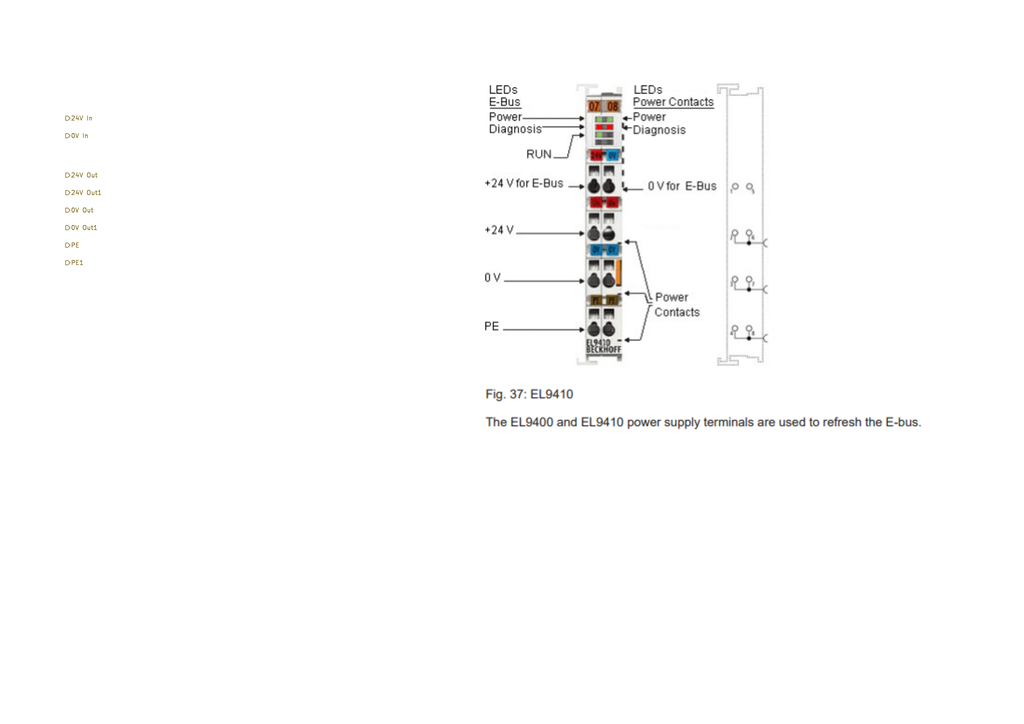
<source format=kicad_sch>
(kicad_sch
	(version 20250114)
	(generator "eeschema")
	(generator_version "9.0")
	(uuid "b7c4408c-63f8-4582-ab6c-6b7a0dcb234c")
	(paper "A4")
	(lib_symbols)
	(image
		(at 205.74 73.66)
		(uuid "4e4e1ca3-23c7-475f-baa3-5b2db386a07f")
		(data "iVBORw0KGgoAAAANSUhEUgAAAiUAAAGCCAIAAACw/iR3AAAAA3NCSVQICAjb4U/gAAAACXBIWXMA"
			"AA50AAAOdAFrJLPWAAAgAElEQVR4nOx9d5wV1dn/85wz5bbde/feu73QEQQl2FEgajRqojGvLcXY"
			"oq+xxVhifWMXY4mGAIJgQVTUxK6/BDUaLBFrLBAbwi7sArvLsn1vmZlTfn+cvcOwCwjo3oVkvp/9"
			"7GfmzJl2zp3nOU9HKSX48OHDhw8fAwwy2A/gw4cPHz7+K+DzGx8+fPjwkQ/4/MaHDx8+fOQDPr/x"
			"4cOHDx/5gM9vfPjw4cNHPuDzGx8+fPjwkQ/4/MaHDx8+fOQDPr/x4cOHDx/5gDbYD+ADAEBF3SIi"
			"5xwRCSEAQggOAIgEEQFACJBC5o4CYN9z3Y3turUQAhEREUAIIdQVEImKA/Zedseu/18FKaUQglKq"
			"Nggh7nBJKTnnmqZ5x1NKmRt8cHdV/+0d561Mk7oyIcSfQR+DC5/f7ESwHW5ZWYLQy1EACAEhQEpO"
			"CBKiKSYjHCGlBKSIRAoGIAEpSAEgdU2nlAJuK01RBChHhsBLHDcyNB/bjO7u7uVfLY8WFra1tRUX"
			"FzPmWJYdDARbW1srKyvXrl1bWVVVV1c3ZsyYL7/4vLg4yQVkspmy0rL61auHDhu2qq5uyNChy5cv"
			"32effSKRyA48gJsuRAjBGDMMQ+26fAg8nOnbeGMfPrYDPr/ZKYCIQojurg7btgBAcAEoFUHgXBJN"
			"I4SC4EIIBESC6hxAjzpUCM5ZQUFhOBymlHovvnX64qVEOUFKIEIffuPnPdoWcM5ty1JUPpvNcs4p"
			"1TA3HYwzANAoZYwFQyGH8XQmQylVAy2lZJwz5qS6uxhj23Vf7+y4cpWmaa7AqvooWcqfSh+DhcH5"
			"8Zmm2d3d7S6+FCKRSCaT8ba0tbVFo9FEItHR0eE2Njc3J5PJPD1oHiGlbG5ullLous64AJBSCCkl"
			"IaDrBgBRmjRFOzhXqraNLIExxpgTCoVCobCmaduoB1PKNEWVCEEhOAASggAoRK8Sxr2CK3X1x3XX"
			"XUcpvfbaa72N06ZN69Ny+eWX//73v7/jjjuuvPJKt/Giiy668847d2TIdj5k0un1LS1FRUUFBQWg"
			"FJRCUEpdNamr12KM6bquzvLOlOM4HR3tsViRaZrbfl91BfWrUKsNxphXd9en51am0oePgcPg/OwU"
			"gevf2NbWZnlQWFio2puamtzGcePGtbS05P2RBxyKKOi6UVgYTSYSJcUlxcUlZWXlyWRpNFqkCAQi"
			"2o6TTqctK2tZWcvKOE7GcTKWlbGsrJW1pAQlogAIKTkABxAAW1xSqJsSQgghAJjJZNPpTCZjOQ4T"
			"QvRZiygzwGavs9lDUsorrrjCO6HTpk1T7RdddJHbWFFR8dvf/vYbjd1Og1Q69emn/+5ob3VJvOL9"
			"mqZRSl3xQrW4u4obqQHs6ur8y1/+snr1qu29tWJsLrOhlGazWciJzrDpGmWzH6APHwONnWuZo20K"
			"70frYs2aNXvsscf69evVoaqqKl3XdV1fu3bt4D34N4UUil4LKQUiKtqk/isJgzHGGFOdzEAgGAwZ"
			"hqnrJqUmpaau66ZpmAFT0wghO2JnVivxzs6u9c3Nra0b1jc3r15d19zcmM1mvwltIoR4585jl9rY"
			"fvHFF5eXl1966aXq0MyZM9WEXnjhhTt838FCYWF0//0PiCeKa2trFy3626pVq1544fnalSs/+ujD"
			"f7z6akNDw+J//COVSoHHXwA88gfnPBYrOumknyQSiR24ezabdRznvffefe21f6xuaHjqqSdXrljx"
			"4ouLVq5cAQCEEDXLroeCDx95xq5nv9F1Xa3UAKCqqurtt98uLS0FgFGjRi1ZsqSysnJQn25HkXNK"
			"UkKCWgJvJEaIHIQQXFiSMSdYGA2Hw31IhtfZCXvtO1RxE0T8WuO/8oijFA1TC4UCiEQIbhimYRiK"
			"SfTxnvoWoRiq4mozZ8786quvFEWeO3fuhRdeOGPGjG/9jgOHjo6Od999Z8899xSc6ZREIuFwOGIG"
			"g0HbdiKOcuVgjHV3d9fV1Uaj0Q2trSXFJd1dXV1dXWWVlU1r15aWlX344b+OOOLI7bqvWpeYpuk4"
			"TiKeCAQC4WCwpromVlQUKyoydANyApDq79324SNv2Ln4TVFRkZeirV+/PhqNbqW/UoIrO9BXX33l"
			"KsR3WaCXrG807UoJXBJAAOCMo5ereE/OnZXbBffsrbAJV8MjpepPEDVCiJAghHSP7tj7KGuNu/vb"
			"3/5WqdS2BMV11ISed955u5xluyASmbDnhGRxMWOsMBpNJosPOaQEEaGiQkrZ3t7uOA4XglLa091j"
			"6EZHe7uh69lsNmtZgvPu7u6q6mpd1zVt+z5M1/0aABqbGg3DSCaTB0yaJIRIp1LpTNplMF4bjw8f"
			"eUb++I3SKW+dcjU1NYXDYXe3j0NBf6xevXrkyJFKt1ZbW7sV4aaPC9ZOiEwmw5il6wHIyTdKrY85"
			"XzEhAQSHXFzMZi/ivp1Sm4Dr1Sw3E58hpEBUbEkqG4/yY0IQbv8+V97e0bvsssuuu+4610juWrAh"
			"x1rcoBBFMS+44IJZs2YpU/k555wzffp0yOn63MCj/s/gKqYUze0TaNJHZ+UNRum/4VJt1dO9FHg0"
			"YFsxtqczmZUrV3LBm5sb165tOu6447z+YISQaGGUEsI5DwSDlVVVu40Z4x3hoUOGCCF++MOjvTIl"
			"5Mz7/WfQ+2rqp0IpHTFihBIZCSGU0vHjx1OquesGxWl22q/Ax3828me/2ZYllbkpvvarME1zxYoV"
			"nZ2dnZ2dkydP3nVNOIgYDAZLSsqTyaSu64qObGTPiA5zCCFUo1SjijarE/sY6m2Hc97rAuul7F4b"
			"jKKqyrVaSikER1QUXzDmUIJCStthhBDEjdGgXtq97dA0LRAIBINB0zQDgYB32d5fRFPU8Pzzz1cT"
			"OmLEiIsuusht37pLlUttt4WSekTAjRt9HLfUi7tsjDG2LXYswzBKy0oTieS4cXt+73vfAwDl2eyK"
			"rVkrw5jDGGtsbGxvbwcAtapwGaryLAAPd1GP4bpvyE2h2tXpjDHO+cqVK5cvX67exXGcjz/+uKGh"
			"Qd1ls8Puw0fesHPp07YFlZWVH374YXFxMQAMGTLk3XffLSsrAwDbtrdy1k7+jXHOCSFKH+hdiStK"
			"pFTznPMsc6QQgAAgvaEVLjSK6hRFg7q7uzKZjGGYUgorm+XcUewCJRJEAULT9Xg8TqmGCJqmhcNB"
			"x3Y0RE2nlkV6w0tzpHDHFGtbOsVtnzFjxpo1a+644w5EnDVrVm1t7V133QUAhBBFrL/2pltSLW72"
			"6GaZDWwqBsl+juAuH9r6wzDGOjo6CgoK1qxZI4Q48MCD3LPcEwkhphkYO3ZsMplERMWDXaaichO4"
			"j4E593fMeY70nwXLspREqM6tKK9Qs8w5p5RWVVWFPS7yA2SE8+FjWzBo/CYWi3l3W1tbAUB9gW5j"
			"Y2Ojst9UVFS47cuXL6+srFS7X3zxxZgxY5R79LJlyyoqKvL2/N8u+mh7vINACOGcK7nCIJoATkiv"
			"Ok2tdxFRSnfprcQdBJBffPHZokWL1q1dZxgGJWBZVtbKCgGUapQSzoVl2YWFkSOOOOI7EycK5nAh"
			"NF2TErrTPYYRMAMBRb8U3Ve5WLbyCjfffPNtt93m7l5xxRWU0ttuu00xD4VLLrnk5ptvBoDp06ff"
			"fffdqvHcc8+99dZbFa/91a9+dffdd4dCIQA488wz//jHP36zcd0ObJZF7QBp5pz3dPekelKBYABy"
			"Yr07epqmI6Jt218tX04pramp8R712NI2EVvVRVRgwNKln+y99z4fffjh+D32+OCD98vLy2PRWG1t"
			"7R577vHee+/ttc++K1Ysr6isgpx8097e7gpJLkvzWY6PQcHgxHum0+k+9w2FQplMpn8jIvbprBr7"
			"XyoYDO66UWzuC/ZZZedixWVjY5NGUdc1ISFomIYZlCgtKysYA6BIBKE6InLOGGNKpbbkrTdfeeVV"
			"x7I1XSeIElACEASQoLgT55wQLC5OBoMB23YchweDAdM0ENE0g6lUevz48QdNnhyJRKTHX26zg2zb"
			"tuM43hZd7yWsfRoNw3Acx9vuenwouEf7tOcT7shvyVrTxybU50TICax9DE5dXV1ffvnF6NG76brW"
			"0FBfWlpeUFAgpWzv7CyKRvuoPTVNY4wpJ2YAIIRks9mWlvX1q1fttfe+S5d+8p3vTFy2bGl5WTkS"
			"XL9+/YQJ3/n4k49HDB9RX7+6tLS0tLSMUmrbVn19XShUUFVV7f2IvNGmPnzkDYMj36gF7LY0bqV9"
			"W47uKnA1+F6Dv7L3SskBMBQyU6kezhggdnV2CAkAwrZsKQEJEYJTQoUQlu1QgsyxM5nM2jVrslmL"
			"c84cR0iOVHclG84dZRYhBNc2NHDHcbiwGTcMzTR1AKDUyGSyiUTCtu1e14OtLvYNw9gsb9gsUVPh"
			"NVu61NaP5g1b8k34WigW1f8VpJSOY6tY3Z4eZ/nyr5qampubm2tqaurq6srKyhobG0tLSjs6O+JF"
			"8VQ6HQmHU+mU4EJKKaSghCoBJRgKFRYWHnTQZELI/vsfoB61uroGEffea29KaTweV49tWRYiNjSs"
			"Ky4uqaioBE9yge31f/Ph41tBnn52W1oP+nDh6lLURo7e9erHOGcffPBh7co6284oVzWNakJwQiil"
			"1HFsIRB63dFU3CghhIwdO4pqBoAAIOo/ApXAEFQAUy5xF2iOIzRKKaVCOghcAm1v704WJwOBAPR2"
			"+voZ9LqcuSJRH/mgj8+V6M3Z4+bA3rjrNY97L5KHX9EOWIxcuO/lOpW5vsiIJJvJMoeVlZUffvj3"
			"lWOIlHLcuPGBQIBzruu6GmllegGPpCs3TR2txodSqlYDbmcFdboKxwmGQsGA0WfF4FtxfAwK8r3M"
			"USTJq0RWmgd1NJvNBgIBl/T0Ual7SV4facBxHKV/UHZR27aVPie/L7fj8Oo6pORSClWGgHOJSKUU"
			"ADhixMjqqipCkJDeFtthKARFcATTDJMQopI+AkHGWUdHVzgSiUQiQnAExI2eVxKkQEQJEgEJpSBB"
			"gkREkMAFI0gQSTqTKSoqAtjoCLel8XTnwuUlfczdsDl25b7yZu35fShsHzdll2P13/ZyJpf/cc4V"
			"dYacKCk9vs6uJ7SyV7m3ULuqpzrF62Op1F/9BQWvDQZz6YJUu27oieJkMBR0E8+o66tka16RqL+J"
			"xTsaLjfqM3rutvc5EVECejsMigrdhw/IP79Rv/ji4mIVd6aYBAA0NzcHAgHlZqO+5BEjRnR0dLh0"
			"qra2Nh6Pq4t4PxhFU9QH5n78u2g4m2cBC27SM/Wy7e1dRNeH1wwJ6hoi4UAc2xbM0igFgTZnQIim"
			"EaIRm2UNSjPpTFPThqKiZKIoyh3BBKcGIdR0bM6ZTYgkkkgpAITDHUmIGTA1ohOk3LFRCtQ1y85Q"
			"Qg3D6HXJzq2e+z/2Lbfccvvtt0OOsF522WVXX321e7S/B0QfuEyij0DjMV9tcmt39ufPn/+b3/wG"
			"EU855ZSZM2eqRtdtz2U20C/KRzU+++yzTzzxxMKFC2W/sJs+KyH1g3z99ddnzpz59NNPK/ajiL73"
			"Lv3nsc+24Lyrq0vITe7Sp0bOpj+Dzeda9XKj/gPrYfaACAHT1HWtz9DtQksxH/9JyJOB3aUXiMgY"
			"y2aztbW19fX1y5cvr6+vb2hocDmNG//c3t7+0UcfqaMrV67ca6+92traNvt1eVdtX0vddk4goCLp"
			"gJgj7RuPCiEcx5ZSpFMpK9XNU52QaicioyGnLKtTuyAEpmZzyDCW0oBT4ARJKpVhzJJIAAjn3Mpa"
			"lpVCtEzimMI2qR2gjBJGTSS6ZCLrsG6R7SBOWoqsZXWnelKZjNUruwACbjFfp2VZF1xwQUNDQ11d"
			"XV1dneM4KokAbho4Ajl1mdrmnHuJtVdS8TofuzrGTYYL8eGHH3777bcbGhrq6+snTJhw7rnnqkN9"
			"hCoppco755ri3d8h51xltHQPKTEIPIKR259SyhhLp9OQk+e8+f28D7YVEEpj0ZiWE5vA8+v1nr6V"
			"DS/r3dJdcpfq/ROC837VDfx8nT4GBYNgv1EyTWFhoesD6qrOvNltETEej0ejUbXb3d2tLjVs2LD3"
			"3nsvkUhIKUeNGvXWW2+p/Gljx45tbGxExH//+9+7ahY1gE3SOcscsdOIruH6lhbpWD06cVqai4KR"
			"TDadFllgQjIJABigkgughBgEAdrTzqrV69Y3JhPFxRrVqGbolFLeBTwDAAggshwQOjjoFENSSlug"
			"SVCAdAQApKhhxJKlpaWqxqiErRlvNEoChqGUQork2batOt9111233nILAJz/619fc801M2fObGtr"
			"u+GGGxDx7rvvbmlpuemmmwBg1qxZa9eunTZt2pw5c5RsdPbZZyuZ6f777//ss8/GjRu3bNkylW4A"
			"ER988MG33357+vTpgUBACHHyyScj4nnnnad8rB9//PFzzjkHAE444YS5c+dSSp9++um//vWvRx99"
			"9BlnnHHsscfef//9f/3rX0877TTG2CmnnLJgwYJFixadfPLJAHDUUUctXLhQ8bkXX3zxZz/72WGH"
			"HfbnP//5tddeO/744x3H+Z//+Z9nn3329ddfP/bYYwFgypQpL7zwwrbMq5SSOaytrS2ZTEajUcyp"
			"hQdUFpdSZjOpgoJCtevy0V3Xk9PHLo1BcFNhjLkLtP7aD7Vy9K7+vIncpZTd3d3uGlZtSynHjh37"
			"1FNPqTCdSZMmvfzyy9XV1fl/tR0HbkyoKYVH4a4OSBIw9I721q6OzsZ/v9m2ZkWK9+hoGMQAyLGn"
			"TXlBj4QOEY0lqwqjBQAQDAYLNOhe84W15gtJdR7oderbeKoEQEjzHpS0sGSoHqtELfSdffdNJJNC"
			"CADcCoXiQgK6hag3yhZ33nlnV1fXF8uXI+LcuXOnTZsWCAQsy1JHs9msEi8AwLbtTCYzZ86cr776"
			"avXq1QDw4IMPXnbZZbfddptt27Nnzz7zzDO9edgcx2GMKVMfpTQQCPziF7/4yU9+IoR44oknXn75"
			"5VWrVkkpX3jhhXPOOee+++5zHOeRRx6xLKuurm7RokVnnnnmvHnz5syZ88QTT9xzzz2LFi1asGDB"
			"ypUrKaWvvPLKz3/+88cff/zvf//7vffeW1dX98Ybb/z0pz9duHDh/PnzZ8+e/cgjjyxevPgPf/jD"
			"qlWrAOCdd9750Y9+tI0sxzCMqqpKN/ez3GpqnG8LwVAhIZvX+/nwkWcMAr9RYk1paSl6cq6sW7dO"
			"uei4umkp5ZAhQ1z61dnZ2ec6irqpDymVSsVisYKCAkrpO++844aM5O+tvhk8Wir0so6cXQGzDkpJ"
			"QzxrtDbuFuxGEvxwdW1jqm1syYjdKuMb1jcua2o2MFxAg3Y4KgMhM1BcYkRj8UIaCDCNmUYwQKEy"
			"2BYr7263tffW1llZnDC0ckgcRapzyZq21pSe1PXRVUUdWNjCtaAeprrpFnmTW9W+SClvv/32GTNm"
			"qLm48MILVTk1y7KklIlEQrX39PRccskls2bNuv7665PJZGtra0lJyTXXXFNeXr5mzZqbb775vvvu"
			"U8ZzNbOZTEbRx5NPPvmOO+5wHd9dpSt45GbDMNyIH8dxlAChaVo6nVbWl6OPPnru3LnhcNgwjHQ6"
			"reu62g4Gg9///vcPPvhglbjPNE11CmPMsqxYLHbEEUcccsghhmFEo1HTNCORCOdcHZJSHnbYYZMn"
			"T/76+ZVSCOE4TkN9Q7Qwqu7VR5k2EJBSdnS0BQN6f+uUDx/5R574jfcnrqjPF1984TrkCCFM06yu"
			"rlb68dWrV6vi7R999FFhYaFiSyNHjuzznbi8Skq5dOnSSZMmtbS0qG1VqG2XgxSiDxHaWDAGsbqq"
			"vBg6kq0Jvm7tP9/99wfvNKa7nVB1x9jvDcemzo63m9Z0ym4kBWEyZfIeQ4YmmoUwdIMUGhrXg4EC"
			"nu4StmOkN9S91bF8Wapd8p7KBu2AknTK+uz9DcvbZETI70xIFo0fCRXZSKE2fNT46uoh0Ovg9DVW"
			"sQsvvPCyyy5TMxsKhVwnQ/CYrzVNC4fDKm5RxfYSQlKplCrqqtjJvHnzHn74YQCwbfu0005z00V7"
			"i10iYh8Dj3sXr1mij10kEAiEQiGXUaHHm44Q8tprr5122mlSSsdxDj74YK+XgXJjcVMEAcDUqVMz"
			"mYwqMnvggQc+//zz2zK56rFjRbFIQYFaV+WB9COSRCIZCIZcLwxXtTCg9/XhY7MYBPlGfepFRUXe"
			"erqI+MknnyhDjmI2AFBUVBSNRr0W4/7WY7UbjUaXLFmiyMfUqVMXLVq0i+nTAEBxUCmBkF4PNWXW"
			"FpwQ4jCWSltxUwaCpUubxSefto0cWlJWHv1i6Zrm+nUTh5u7/0/8s07zpbc7o4loMllIlaCEGELD"
			"Qd7jSINJAPh0ZXrZ6u7R+1RyXaxc0fJlO+lqlI6gU/ePN65N1WXS3M4OQ6bb6Z7uLs4cBGSMIRKC"
			"W8ufFgwGVYIi7zS5R/uTOe8GelyHTz311FtuuUVumjDCy2Ag53TQJ8/xo48+umTJkhkzZrhm8z42"
			"eddp25uIUx1dtGjRQw899OWXXwLASy+99Pjjj0NOIsHNOSwYhnHUUUep/u+999626NNcdtjV1dXT"
			"3a1sXbCpZ/NAQEqxYcMGzAVCubPjSzk+BgWDo891HZfVT18tG+PxeDKZdNUv0M89VC1OvWKNqgwP"
			"AOPHj89ms4lEIhqNdnV1bdaNaleA7FP+WQJHBCmZlCyTtRgUIIYyjW1WZ6o0mRwxbGg8EPr0i1Rz"
			"mx00CXZ0mT2pyiLDsbt7elIAQJGApCBzsxyJt5Bop6nFK6NFIyva9WCnFeEyCIjxeFm4IA4khBjo"
			"lNQCoFI4jHHOVMHQr6VQLqFXu5udRES88MIL4/F4a2vrtddee+6555aXl69bt+7GG29UPQOBQDwe"
			"TyQSzzzzjGrc7I1OOeWUiRMnXnzxxeoujz766OLFi3//+997n9D7O3HNhC7N9RJfx3Esy4rH4++/"
			"/77yc3MpMiL+4x//OOmkk7wM8o033jjppJMSiUQikQgGg64ny9bmVUoppWkaVVUV4dxyyuuEPUAg"
			"hJSXlbllpbbkYejDR34wOPINY8zNrakWX/X19aqUJHrKnIwaNar3KTXtnXfeUT5pn3322eTJk1V+"
			"z/b2drU8/Mc//vG9732vubkZABYvXrwV/zSX9OxU6zuUIAEQQQoHpUDUAAiAKksjpXAQBEEAIIC9"
			"ZdRUtpssIgoIBikLFC7vdArjdFQxz9Iehg4AODwTgAAAEssGTQPTlEhAkV1KJGIhtg2ZEFm3xPx/"
			"Ly7TuNxn0pjSglgG0BYkw7jcGP5C5OYCQfq+BaJi/0oTddFFF02fPr2kpERKefbZZ1999dWcc1Vm"
			"Qgjh2jDc7bPPPnvu3LklJSUAcPLJJ6vMnl4HZVemCQQCp59++oIFC0pLS6WUxx133J133qlykZ1w"
			"wgm2bav04T/84Q/nzJnjFY69jwoALy7629n/e9bMWXdbllVSUnLIIYfMmTPnscce45x///vfz2az"
			"xcXFU6ZMmT9/vnoA5aW2cOHCM844Q73Xfvvt99xzz23TFCNms1Zd3epQqEDZqPKQN1MIsWr16pLS"
			"0srKqgG9kQ8f24LBydepMjp7obThCuoj3LBhg/fZEomE+3G2tbW5y+dEIqGom9sYj8e3kvzKLWK2"
			"U/Eb6I0BZELYhFAkmnJaBgDOHZC4fPny5uaW8niMLF/ywZ/nvvzaF+MO+M6o3areWvSBlll/xPeH"
			"9lDjiZcbShPmoROTaAZTMLzJKAuNGE1Dwaxla3rAYJmy7qWfv/n6vz5cfdBBuznR4Et//3LqsGBF"
			"UPz1vQ0rNvBYEL47eXzRiCE9sdKC8lGV1aNG7z6uqqra0E3lwrClQevu7kbEcDjsxk65zKmnpyeV"
			"SikXslAopOZFGeSVT4ey2AWDQaXwyWQyPT09iqMopVMmk2GMuc7WvaMlpfJwU5WnA4GAy72klLZt"
			"K5nDMIyCggJ12UwmE4vFENG27Ww2G4lELMvq7u7WNK2oqMiyrJ6eHsMwAoFANptV9j/Lsjo7OzVN"
			"i8ViKtdyR0eH6m/bdkdHh8qT1ifT+eanV0ohhGVZaxrqKyqrQqHQwLsmSwDpOM6qVXWFhbHi4hK5"
			"aaKgnev37+O/A4OTtq84Wby1wxIAIJlIbuGwSMTjm/j/SkDARDzRpxsA9HUT3rldQhGRUB0kAUnU"
			"W3EOvbIO0eMVFUUFmKoFAAhKqWxfyptNIqnPZtKOvV+5NibSuawtY5mFYEQdngERAAwGgmGa3STo"
			"j/GUENlOXrh+bRYIPf6ImpUNPZ82t4woiRbESqmGRYlYvCimefKmeOiUgN5EbQiAkXBEOW5TQsHj"
			"2o2AkXAkEo5sPBcQcq4BytE7HAr1Ck8IgBAKhkLBUO+1ARAwGAxuvGZu+aF2g4FgKJhz7HbtMYAB"
			"MxAwTQApc2cFzEDADKijpmEahgESgoFgMBBU5wRMs3cbwDRMAJAgTdMsKS5xL2voRnFxsfqxGYZR"
			"UlzSS7Jlb+rtr53cTDpdW7syGouFQqH8pMCQUjaua8qke0pKSjGXNEGJoTtDUlQf/20YHH6z18SJ"
			"rqfQ9kJyB6iG/RhJ/24v/v2Vin6KNa+teOcDAVRkq5fiEgIAFBC5wwzTDIYLM7oJABkAlf0/DRAt"
			"KaLhUPNHa3m3LaXJmao5LRUxpBpwiam0bdgOABRRHkY18hIAgpBIiS4HO0uShes7ZVtdE6/qidWw"
			"JOWRUIDqhhDSTSiz6bhJ9//s2bPnzZ27A28rpQApkXz7lHe7riylBMmR7OC3IEHuPXHi/Ice2kof"
			"RevNQGDkqFG6bihyLz2pPAcIiBhPxIuLS9zcPOq/nx/ax6BgcH52L7388o6fLDkg6S+49O8WT25e"
			"QtppnXPcME+1uFd5bSSgSkrvMNtOd1jpNcNHhkP/jjS1tZL2wvVCjkkYGzrTTa3ZmkKSCObeS0R6"
			"HKMQTW4x5rsAACAASURBVI0YNEAzaEpBoaeVZLuzadHSApm16WDKIWanKVIhCfVru7o2pMxEBAqD"
			"nZISQau91ablZspKAoCahdPPOP2kk07a8ZeGrxcOBv7KShrewcfQdS2XhHtrSKfTn3zyyXe+M7Go"
			"qEi1DLS0zTmvq13V3t5x0EElbqOU0pdvfAwKBkmfVrxVfdrXQPQJitxit52SqWwJHlu22kflV+Y4"
			"ghAglAgAkLK+fg1gYNiw5JsfrP3XsnVlowKJ3casqW3PtmfKRhQ5sfiyHrE2rWWD4RYBmpUO2wFb"
			"EAkWMhtCRWP2Hd0q9Nc+XN7S6ew+unjk6MpUaG19U8vf31pdYML4sWOjWtxO8Uw3Y4zpOtV1o/eR"
			"enmgd0h7ZyEcDodD4W/23gMxU9t15W/4GF8jMSvRsCAS2WOPCQWFUSUsfm3J1G8OjWpjxowpylXE"
			"UcBcEWsfPvKMXfFnt41EYfPd+pQ52EkgAQCEygoDQHIrZZRSahoIYSMwlNiyvnVDhx3pCI/d/+BA"
			"6cr6DY01xYGgJGZBePxBo6lGVnUwJmlTKkSimoNOOm1166msZRE90NXT0bIhXSoKy0fueUjhhq6e"
			"VHEyQZAWlCcOPCRc0Z01EIclEx0hkpFg2nZXR3cmnTH1gIpCQcSNZQv6Y3NtKv2lS9q2kFJl4OZi"
			"u678DR/j60+XUmay2YaGBpXzrU9Q0QCBC76ydmWis9MtwuZN4eHDR54xCPzG9XD1xkDAphZpVcBG"
			"9Ve1bfp/LbZtK/ceZV1Q3dwruL5SfT6tnfRLQwEgegWbXkVQb4QgIb2WmJ7OTkpJ0Yg97NhaSWnV"
			"HnuU83GUACKWVEolMCJICViE0S4IWc2twaBOCZhGQBCdFBSGIuNN3qHJTEX1sN2lFIT0AADI8iGy"
			"WAACUEKk1CiEgwXxrGV1tLWHQwWBgC6/bvXfx8vcjV9RtWfAMxHe2jPSU1HGDQ2Rm1am8VZZVtPt"
			"NSN5A2XAE20KOU9ruWnRmkGEcrqrrq6ORqNuy0DflBAybNjQcDjs3sutu7OTfgg+/qMxOPxm+PDh"
			"KoWw4jErVqxQydMg9xFqmuZGwynLqjpXpYVXS+Y+CeH7+EBvicrsnP4CCCglCCkRc5VLgKhmAEmI"
			"BohcysJwrGDvQ3SQym0sY1uWzZAApZi1OKWoa8TUDI0aLR1dwRXLq2tqasrKUQgHqC1AQzCRU+CQ"
			"E6DSjh0UgoEUVNc1zXJsi3MONGvLto7OdNoC9RiwCVn3ch7O+R133DFz5kyXhVx00UWXXnqpN0AS"
			"PEGXfXINeON1YFOXa3emtsIwtu7XvvN4vat3yWazK1eu0DSar3xLKATUr14djcUrKqrcochDnKkP"
			"H5vFIBBfKaVhGMuXL9d1Xf30p06d+umnn6pIQHflpTbchB99ggbUUcdxwMOQ3NO9+an6UJydNvgg"
			"NxFqmS8QVT00xZLFp59+ThCrqqoCwaBlWbSXakshQAJhgiESlAJBIgGN0p5U6v33Pxg6dOiI4UMZ"
			"YyqXC0iKSBFACq4s5EJwJJIQyhlI4XDJhEQphBDAmIhEIt6l8WbJt5TymmuuyWazF198sdq97777"
			"wuHwpZdeKjfNf+xOhyt2qA33sq7oA57cya7c461LtitCSmlZVkvL+mh0E3/oAX0pznlLy/pgMOTl"
			"cJv9Lnz4yAMGYZmjfu6VlZVVVVWVlZWVlZWNjY1Ko805Hzt2bE1NTXV1dSqVYoxNnDixvb1dUZw9"
			"99xTpRWQUk6cOHHDhg26rh900EHV1dVDhgxpampS3fbbb7/GxsZJkyatW7cu/2+3Y1BPzjmXvTVv"
			"lASgSkorbZK0bBsJQSSGYRiGyZFmbcYdjkxIxikCAEFCbNtxGM9mMlrA1MxQKsvSGSfVnenq7Orq"
			"bO3saO7q2pDOdPekenpSPdlMuqsr1dmVshzGUEca0IimUy1gmIZhMMYYY5hblEhP1TIXauKi0WhZ"
			"WVl5eXllZSUiqnBLQsiMGTOqq6urq6tvvfVWKeWsWbNuueUWpWebM2fOtGnTFBe59957r7/+egB4"
			"8MEHa2pqhg4deuONN6o80I8uXHj9tdc+8sgj3pqhuxyUd0A6nfrkk0/a2ja4FUIH+r6MOUs/WfrF"
			"55+70mQeburDx5YwaPk61ffmtdlwzseNG/fCCy8oQWefffZ5//33GxoaIKeLb2xsdDsrFrX33nvf"
			"f//9KuXa0Ucf/de//rWsrKypqWn//fd/9tlnVcmD/nfP/ytvC1yDlmuSkFL5RBMhpCuG2ratnJs0"
			"pFnmOFwE9EA4GJIEhBCAwgAKkkejhQfsu79GDUACphTCoSgkAiIQ4TjMIYBADAG6LqVl2Sk7qwsj"
			"qGlCSgIgJBNSEOxdgxMVFbSFkXONKLBpzpgZM2Zs2LDhrbfeIoQ89NBDqn6aqhGueFJnZ6eaWbU9"
			"f/78zz777O233waAJ5988rrrrrvpppu6urunz5hxxhln3HDDDQM3+HkApdQ0A8OGDVPJbCAvEhsl"
			"dOjQocFQSC0LaK60qK9P8zEoGDR/gVGjRql1rhBi6dKlKnnamjVrKioqVPx5S0sL53zp0qWTJ09e"
			"smTJ1KlTX3vttUMOOeT1118/7LDDXnrppUQisW7dutLS0vLycgBobm52V99PPvnkxIkTlVVgp2Uw"
			"XrgmDbVx2WWXvvH6G7fffvvU7x6MiIpNENxYlZkJoWsSEQzTDITMDS3N7733bke2TQtpvQ4HSjyy"
			"deQBQE2wrJXtwiAYYW0jU0CwM3K3YeN3H7UbMUwhAJFoSIRghKDDbASguZDJOXfPenD+/HPOP/+X"
			"vzxTnet98jvvvPO+++5TLaeffvrFF1+sOIoQorq6Wk10V1fXVVddNWvWrFtvvVWl7CwuLr7ppptK"
			"S0ubmpquu+66BQsWcM5VYm9N01y59sc//vG1117rxqzsopBSWlZ2zZo1BQWF8fjmE2l/62Ccf/XV"
			"V4lEws0oqMyfA52X2oePzWJw/KERcfHixWrBBQA1NTXer05tqzKg1dXVSpRRrKipqcndVufut99+"
			"asPLbyorKzdGGOy4fWobA312oPNmTlfWCpUXoK1lw7p16y6+6GLd0G+97bZDDz1USCX9KJ8Iauqm"
			"FFIKECgQcd26ujffeJ0ZTuUeBXrBxqdY82l3RwMjhADInq6u4ppYsiJmJoWRU+a3NYqiYHLc6DE6"
			"pZl02hLM1AxKNCk5zXlz/Gn6nx5duLCru6unpzuTzvR5bjWJZ5111gUXXKBWD4WFhbFYzNUXeeUe"
			"leWso6NDme4opR0dHSrxmspCNn/+/GeffRYAUqnUz3/+cymlSp4Wj8d3laXDVhAKhXcfv0cyHnct"
			"9gP9Upqmjdtzz3Aw6PrmKLfPXX0kfeyiGDR9Wk1NjWIJ7tJeqdccx1Ffo3JR857lOt2CR2/zzDPP"
			"qOhRIURZWZn3Rpzz4487rqmxaceeU3IGlH5t4pwd6LyZ0wUDBMPUbYsBYkd7O0HS0twspfjNBRf8"
			"acaMZEmJpmm2bStB0LEdTdN0w2CMCQFUCxqFAT1u0wIuwxkwHQCAdEAPGQWFAUM3HNtxwAqWy9AQ"
			"BynIcBZMG9KmETY1Q3IhKAKA1DRCCBEgJYDDBVI+c+bM++6d19nZpZy0Z82a9ZBK3IIAAL/61Tln"
			"/PIMIUQ0Gh0yZIh6F0RkjCmPAKUyUmYD10Pa6+Kstl3L0AknnPC73/1OzbXK0elm/9zVIaVMp1PL"
			"Pvlkzz33rKioYIzlIQ6Gc77iq+UF4UgymXTdMRhjfnIBH4OCweE32K/sleszo2maWvoxphbm8PHH"
			"H0+dOnXx4sXxePzDDz/83ve+9/e//90tAl9VVVVWViaEmDRp0vPPP69YDmMMAJRROmdv335IlaFg"
			"2yjCdnXeDAQguA5pl1586VtvvUU0jSJcedVV+0/af+XKWjcFlnLwE0LYtg2EACIDIgkNioQesFjQ"
			"7k0jGc5yQClCAAAIhNKAjEecEjvUyIIWIsiwFQnpBkpEQSmR0hECOdWJRArUoDoh9JRTTmlqbHz0"
			"0UclSCRwyimnnHLqqe5Du6EkXv9AIYQ3xlPNha7rivece+65c+bMaW9vv/LKKyml8+bNa25u/r//"
			"+z91bkFBgeJbDz/8cG1t7fXXX+/+QgY61dhAAxENwxw6dEhBQYEaojzwUU3Txuy2m0oS4WprlWeg"
			"b8LxkX/kid+49Egt61Sj4ziqiIvaRcQPP/zwwAMP7OnpAYAlS5aoFW5NTU1zc3NFRQUhpKKiYu3a"
			"tUpdJqV89913jznmGOW09uc//zmRSKjru0qD8oqKHZY58qxPE5K73s/RwgJKyM2/nzZ16neTiYQy"
			"aAGAYsZSShAMpAAQgjmCmxoIAmAbHUyT7ooZidQDOpi6rhEEnVjE1jszASH1lOqDRBICqKQrSUDR"
			"dAJSEia4AKahFovFrrjqyvMvOH/unNmPPLIwGo32LZy66Ru7LIcQct55582ePXvs2LGc85/+9KeX"
			"XHKJ0rYpEUfZY5QtQUW/n3HGGffee68qHH7sscdeddVVXgF3l6aPitBns9na2rqCgkK3vMKA22+Y"
			"8/nnnyeSyUQioT6Z/wC1pI9dF3mKv3FpkNpetWrVsGHDwFNP1/0M6urq1PaQIUNcErNq1aqqqir1"
			"wTQ0NJSXl7uZBVavXm3bNqW0qqrKMAwAqK2tra6u7lXmfKM8JXlNwNVbAUcCgGxsbLLtbElJSTAY"
			"VMOydOkywzDKysoppZRSRIkIPT09AFhQEPnXv95/+um/REpCRaN1rqfci67+uLtthYUEpZA8mx05"
			"YWjFsArLbON6j+rQvgImDpl68JTJuiYyWUfTg4RoRBJCiCOYruuhYG/Rmta21u6u7ng87so0udeW"
			"bW1thBC3DIyXorW3t7e1tSFiUVGRa/Bvb2/nnCeTSSllW1sb51zVLpNSdnV1tbW1SSljsZgqr9fd"
			"3W1ZlqpytOsSSqU2tCxr9epVFRWV3jEcYH7D1qxpCEciyUQy5/roB9/4GDTkSb5BT9VOxtiwYcPc"
			"wHJvYhtErKqq0nVdGXJc/+AhQ4a4ElJNTY17WWUHwlwyGwDgnA8bNsw19nyztFh5TcCFAEL0vmN5"
			"eSlstFQpqxXYtp3ripRqUiJjoFFExHA4XFkxTDNIqNNM2Vkme8WCOPaESi1AEIIhYDJUFmYxIxtM"
			"ORlHCAAIMTtkhiQSmwvGJaGAhACgwxwg2N7ebtt2vCguQcaL4kWxos3SKSWdeDMIqHbFNqLRqEvp"
			"VLvbAgCuXlSdGIvFYrGYG+6DiJFIJBKJuMkLdlEpR3lV2Lbd0NAQDocVv1GfwICmzlT2m8LCmJo7"
			"b/Ygn+X4yD/yZ79xf9/qA+sTX+0edS2Z3u+wz4qsz6eCiK4CzS05vMOEyRv0rnih0tH1xqAMGLjg"
			"udeU7phIKXOxnyrnjVSGd8fhQgJSCkiyGWvE8OFV5VUCkGqaxZgAoVEAqUmBIDhIIQGUCwYSYTlc"
			"StApBQAuZMgMAspUygHQgGoEiQQQAAHDePONNx9++KE99tjjzLPO2m30bpsMu6u18zDaPmPundkt"
			"TZ/XLXizFHArpVp3LQghgsHA7rvvHg5H1PvmwRxFKR02fERRUdyNvHHXbQN9ax8++mNw/AW25Wj/"
			"je3qvMNflJfw5bM4lYdYeylv76YQyJgDIA3DtCxLSoaEIAJFDJihtY1rVqz4srOzS0qUUlINpZBC"
			"YDaboYTqhg4AmkaEkCpyVKMoJQgB2WxmxPCRY3cfZ5gh27GkAAEcgDuObeg656ylZX06naaUAOaM"
			"cFuQ5L4JCeu/gOhPFnd1EkkIyaQzX3z+2e7jxsdiMW/KpYG7Kee8oaGhs7OzqGgT2dSXb3wMCgYn"
			"/mbs2LHKbUlh2bJlgUBAbU+YMOGtt96KRCJ5e5gjjzxy1qxZI0eOVLuD9R0KvlGveOUVl7/5z3/e"
			"Mm3a5ClTCRJE1HU0jaCU4DiOYRhSCsZsEAwpBYD2tvYP3v/gwGefn1iv0jH0Bn3OHzHyoxHDzWBA"
			"cKbr9PhPlu5bu9rb4ZHhw7745S9HjRplBALSEgQkocgYJ0RSiow5jsPS6XQ2a20cGZ9M7RCklJqm"
			"lVdUhEIhV7gZaOspIaSkpDQWi7rWU5/N+BhEDA6/WbFixccff+yqzvbZZ58PPvhAsZynnnrKdcfK"
			"D+655x6VoWAz2IQabN0D7VuL9wSA5sbGVXV1l15yaSBo3nTztEMOPoRzKYDpukYIzbFqwrl00JYY"
			"0nQ9Go0V2XZ0/XrvRQtGDIvGCkOhiBDMMPSYzfp2GFIDhi4BCNF03UAUggskhFDKOHMcBjkF471z"
			"7nn4kYf/91e/OvXU0wA2edHp06fPnj3b3T3//PN/85vfqO3Zs2dns9lLLrlke4djh8niM88889Zb"
			"b/3hD3/YsdMHDojoMNbU1FxcXOLaogbaHCUEb2iot6yS8vIKb7sv3/gYFAxavbVRo0YpdzIAePrp"
			"p1W2tGAweMIJJ/zzn/9U8s3ee++tfKPfe+8916Vn//337+joWLJkyTHHHPPcc88VFxcfdNBBTz/9"
			"9AknnLB+/frXX3/djfo8+OCDGxsbAeCVV15xvXgPP/zw+vp6AFi0aNHw4cMB4LzzzpsxY4aSb44+"
			"+uivvvoKAJ577rkxY8b88owzVqxYoU4U3EFCcQtWnK0f/VoI7rjxnoikZf16gqRx7VopxSUXXnjX"
			"n2bEEwkhhOMwTQMpJVIqueTc0TQTETVKpUTRb63MOWe2zQ1HSiGY1n8xzQXXCRKKnDmcOUCpphMk"
			"IDkSqgeDAV3XwuHwgvkPvvTSix0dHd1d3f0fvrW19cgjjzz//PPV7mOPPfanP/1JsZyf/OQneY7W"
			"PPTQQw844IB83nEboWL74/F4IBB0dbYDTfcp1UaPGRMKBCGXWbW/Oc2Hj7xhp6jvOXr06JUrVyrC"
			"tGLFCrWx995733vvvUrWOfTQQ1999dVYLHbAAQfMnDmzsLDwqKOO+vDDD5WHT21t7UEHHbRgwYJE"
			"InHcccc99dRT5eXlhxxyyE033aRSD5x88smPPPJITU3N4YcffvXVVytp5qyzzrrvvvuGDx++atUq"
			"5fp19NFH//rXv1bxhr/5zW+mT59+w4032palHlKC6DXbbw5bP/q1kCBUIIwERMQrr7jy7SVvE00j"
			"IC+86KJ999u3rrZOgOS8t/YP9AamoDK0Cyk1jdL+i2UkQDWJqGmGETD7d0AkstdcpFLpIEFNCgGC"
			"M8cpjMaKiuKvLV7MGE/1pEDCPffc8+e//MU9/ayzzjr1tFMBIJlM7rbbbqrxggsuuPvuuxXL+ctf"
			"/uKWKpg7d+4f//hHADjzzDMvu+wy1fmBBx64/fbbTzvttPLy8nXr1l199dUPPfRQfX39kCFDpk2b"
			"9rOf/ey6665TPR977DGVsvPEE0+86aabVOOTTz75u9/9DgB+/OMf33rrrQCwePHiJUuWqNygzz//"
			"/OWXXw4ARx11lLr14MK2rLbWtvKylFsdwI3hHSBwzhtW1ytndFW2Y1cPm/WxS2On4DebxWOPPTZi"
			"xAj1bdTW1ipf2xUrVgwfPjyZTC5cuNC7jH3ggQf2228/Xdfr6+uVuqm2trampkYxjzVr1qhKOXV1"
			"dVVVVaNGjQKA++67z01iqLBq1aqKiooxY8ZATskWMAOe41uPsPk24z2LolFKyPU33jB58uSysrJw"
			"OCx6KYWmgsOVOp4g4ZwJIWzLWtfYqGRBLxzLTnV1ZrNpggQQurr7SieO5fCszRwmiMiVhGCIRLmk"
			"T506da+Je/1p+vQ///nPgIAETjzxxJ+ffLJ7ejwe7/8myWQSETds2AAAra2tmUwGAObOnVtfX69y"
			"oz399NO333775Zdf/sADD3z55ZfPPvvsc889d8UVV/zsZz8DgI6Ojrvuuuv0009/9tln//a3v91w"
			"ww3XXXfdY4899s4776jTX3rppWuuueamm2568sknX3vtNdX46quvXnXVVb///e+7urqUUPv888//"
			"v//3/9TRN99885JLLrnrrrt2dHa+HWiaFggEqK5DLm/mQLuiEEISiUQkElYTqhp3qrKnPv6rsPPy"
			"m9GjR++7776KhnZ1dfU5OmrUKO+3OnLkyG1JCfXiiy+effbZih797W9/M03Te/T5558/99xzlbbt"
			"mWeeCQQCm9pvts5LvnH8DapscgBAbrx52hVXXV1WXhYO9/pNEESVqtlxHETUDI05NiAoOqLpWlGs"
			"6LUjvr8km6WECimF4ADQFQ6XmgYSKqVAJG8dftgHUw4iSKQE1aE7FN4jWqgcyjnnAJJSXSl5spmM"
			"GQiUV5RffuUVZ5/zq/vnzXv88ccTiYTrWLFdOP7444UQJSUlAKBpWktLCwC0tbUxxsaMGVNcXNze"
			"3p7NZlXnH/zgB5dffnlZWdmrr76q9JkdHR2WZamlwBtvvNHU1AQAnZ2dmUxGNZaVlaXTae8du7q6"
			"UqmUOlpeXt6fGecfEiRjjNm2m/KHcz6gLEdK2d3VRinx5h704z19DBZ2Xn6z7777zpkzR+nTvi2N"
			"/MiRI+fNm6e0Z//7v/87b948ZcJRGD58+OzZsy3LAoCLL774rrvuGjt27DZf+1uI93S3yisq+h1G"
			"ITmA1HXdtm1hqexzQAh1HKemZshJJ52UzqTdx1AuxW6YZC6mB10/JZcAhUIhXdcdx5FCSCEBQMmC"
			"tuMAYjgcLi4uLi4uvvzKK886++xEMrljr5dMJufNmzd9+nQAaG1tPdWThA0AEolEaWnp6tWr1W48"
			"Hu+TenWzOO6449Lp9O677w4AP/7xj2+55Rbv0WOOOaanp0cdPeqoo+68884de/JvBbm0cno0Fg2F"
			"w64ObaCFDEQsjMYj4QhumjvH9xfwMSjYKfjNXnvttWTJEtclWuHLL78cNWpUNBo94IADUqlUn1Mm"
			"T56s0qZtF4488si5c+eqFXpDQ4Mbsa9w7LHH3nHHHYpCrVu3zspZbgYXilQhQUp1ROKGRqpwVNu2"
			"TdNMp9NffPnF+q5GoLnqjQgAUBQqDtCglJIQCgCEEF3ThRQq+AMR29vak8nkkKFDIVfcTR1ijEkh"
			"VLo2RZgSyWQvs9khMnXvvfeuXr36iSeeAIAHHnjg2xgYKCoq+sUvfnHooYcCwGuvvXb11Vd7WU40"
			"Gv3pT386ZcoUAHjrrbcuvfTSQWQ5KgCZMZZOpy0rK0RBfryTheBr166FSqjEKtXi57PxMYgYNH4z"
			"ceJE90f/0EMPTZgwoY/h9N133z3ssMMymcz9999/+OGHq8Z//vOfRx99dE9Pz7x584455pitXP/l"
			"l18+9dRTFU+67777lH/ajBkzfvnLXzY3NwPAzJkzVQ43F3feeeevf/1rVVH0tttucw3gg4veRNpC"
			"cs6kFMqZojflASEqOenatWtefvllpqVLxwT1go3nfvx2pmuNjYSqiwjGHdthnANKQqhh6I7jTJ36"
			"3arqKgBkjmPoOpdScC6FANxE8aLuuy3G7dmzZzPGLrjgAm/jhg0bhBDjxo27//77Fy5ceMopp3iP"
			"Lliw4Pbbb//JT36yXSPz1FNPffzxx8p34P333+9TPvyFF1548803lePAsmXL1q5du10X/9ahBE0h"
			"BKHUTSQ48Bl6MBAMuvmhYeA5nA8fW8Hg8JuPPvrIu7v77ru7X927776rdGhjx45dsGCBEGLs2LHv"
			"vPOOcukZM2bM/PnzOedjxoxxFd+LFy9WfmgA8Morr5SWlgLAbrvtNm/ePKUaGj16tPK9Hj169Jw5"
			"c5RYM2rUKGW/ee655xQ3Gjly5IwZM5RYM2LEiGAw+O2+tSL6juMoLYoSHYQQ6EkoIKRAwKv/7+p3"
			"3377hhtvnDx5ijL1U41okgrRuzjNXQEZc4TghmFSghCzMKKJcAYMBgCQDgQCASeoq6wCwUCgvb29"
			"ra1VcEEotR27qKhIN3QkoGka1XRCCCAKxxFCICG6Ybomsa9NgnL33Xf/Jee3dvzxx59//vlqFlyc"
			"ddZZc+fOHT9+/I9+9KOf//znqvG00067//77x48f/4Mf/OCUU07pI256cdJJJ2Wz2fHjxwPAoYce"
			"ev311wPAIYccsnbtWtX43e9+9+abb/aeMmXKFPfopEmT7rjjjm2dp4GBW2UDlMCaFyFD3UMI9vVd"
			"ffgYeOQpP/S3hSlTpnR0dKjtOXPm7L///rtQ5Sg3DaVLvnu16qB8mnuTbCLgaaed+uorrwwbPtw0"
			"jN9de+3BBx/86b//7ThOzZAhqgydIlVdXZ2E0EQivmLFiieeeIIWOrFxFot0qCggyTG1tCBVbwgp"
			"AUDXtLa21tbWNgDQNC1rWUWxIk3XpkyZfMT3jwBA27GppoEEKQUi6oZRu2LlB//6YOiQIZMOPEil"
			"0dwslWxqalL2f4WSkhKX2axfv96tg7d+/frm5uZkMqlpGmNMeaW3tLQ0NTUlk8nHH3989erV06dP"
			"37Bhg23bFRUVANDa2prNZpUbYWtrq5JgioqKqqp6tUNtbW1KcInFYmrR0N7e3tPTo7Y7OjqUtBqN"
			"Rr1pXvMPNeOdnZ2ffPLxnntOUMFkeRA4HMdZ/uXnoVBk2PDh3i9918186mOXxk5hv9l23HPPPSrm"
			"BgDGjh27CzEbAEBE27bdSgpSyv+7+up333uPqGUvAY1QxjihtKGhHgBWraqVQlx5+eV/uPPOsvIy"
			"LpibyjN3QSI4l0IKIThnnHYxXbghp0glUJSCSyGlFBIJICGUAkhCifsYAAiIvYnVAJAgCJQSDMP8"
			"/PPPFsx/8IBJB4zebUyfMgRelJWVbcm8rxzS3G3vLgA8+OCDro/ykUceqWJlkh6XBG/26EQi4d1V"
			"iMfjfXyyvYUPVLbpLT12nuF6bag6tnm7aSqdMcyAy2xw4Ivu+PCxJexi/GbcuHGD/QjfCJqmKYqj"
			"PMeW/fvfJ5544pQpkznnhCAhRHAOCDdcf+OSJW87NtM0cuZZv5zwnQnr1q1DJIhkk9B0AKppSAjn"
			"2CHBQAAAIABJREFUnDFu2hHajdza6BbMMugwLjinGmVS2Lad7k45lo2ESJSmboTCQUUJEZE5DAAM"
			"w5AAnDMEqbLaMMdB2EitvsXR+MEPfjBx4kS1nUwmK/p55f0nQbF2RBS5BRPkxZrChfDq0/z80D4G"
			"EbsYv9mloRa2yvqi1pic8+rq6t133125oSESVVK6sLCQIN5w0/WTJ0+uqKiIRCKUUkI2lrvHXAZl"
			"IQSAzGYtx3EKRTTcGU87WZZjD5kN61OpTqUfQ6SCi0AoqBu6KnEgQGazFmMcAJAQ5SCgHlLXNMzd"
			"CJBId/tbRX+J5z8VqpAEoSQQDCo/zLyZcEByAF915mOngM9v8gfXKwk2rZuAqNiGKrZNEPHaa6+5"
			"+JKLa2pqIpFw76JYSCGYqkHnXoRQQqlm2051dfUJJ5yIKCLhCBDCOZcSuODW7lnOHCkFIgUAJKhu"
			"TnO2a2Zni0tKCEFEDAQCiCgBhRAgN1mDK7nKXxrvMNQiQ3CeSact2y4AcEOjBng8pWVZtu24N/Kn"
			"z8cgwuc3gwMhxIUXXnjiiSceeOCBitkASBUTI6WorqlBRM43uhUYhqFS13gV8UJISkFKaQYCyWSS"
			"MWYahre8piyUhBIpBBIihQSQEiQAqhoHQgrbss2AiblyqFJKJEgQJFJA4thOT0+qu6fHsrK7ll/J"
			"TghPgdN8mk8wFAqbxsbP3F80+BhE+Pwm33A/+Nra2h/+8IfKzxsRpWSIyLlABEIQAFREIACo9DOM"
			"MZnzYXNhWdlQKFi/YtXLL7+8vrmZMS6FIIgAoJumaeqUoqpcACCEYOl0rwKNIJqmSXVt3333nTp1"
			"qspToFFNCEYJBQTbtsorKo4++ujdxuwWi8Vc+cbHjsGNz7VtR4VPKflmoFMMZDOWHWJeBrNLV+b2"
			"sUvD5zf5g/rmvYr7jVoOQEBVZtvbnwCglAIRdF3XtN5jbk4aAEBCAVEI2dHR0VBfn81YQnCQwDiL"
			"JxLJkiQhRArBGNcI9qTSra1tbphLUVGRGQj09PRICZpGNaoBQUTKhUAJtsP2nDBh/PjxoVAoEon4"
			"Tk3fHJqmRSKRcC6fTR7sN4gYTyQKCiLgyWDkz6OPwYLPb/IHb9hN32Po1mn2Huo1twCAlIC53DaM"
			"MUKIpmmUEs44AdR1Tdf1cKSA6jpISQjNZDLhcDAcCgvBBReGSTRNc7gIhIJGwKCU2pZjmIamUUop"
			"IkgJSBB6PdMAkGTSPZFIQVFJieu9Db4e5ptB5bPJZDIFBQX5GUkhRFtbq5RSpaOGga8o6sPHVuDL"
			"1HmFG6qpjDeTJk3aaueN/CkcDklCAQljDiJQSiUgk1ISBFTJPqViQoZOUXBN03RDJ0QSQoniKpQi"
			"AkHUNE3XdapRxUgIIYiSMcvOZjlzKJGIoDgQ58Kbrq3v88lN/3xsFYhommZpaWlQ+WXkhe4TQuLx"
			"RCwWVeo78FcMPgYVvnyTPyjirrTny5cvP+qoo4qKirzKsS1BJd7SlBsZEkqRoEAkiJCVIitYljEu"
			"hONY3R2djDGChEtOiCS6plENJHLGKSXZrJXNZh0rKwEkoKHp0pScMxBAEITkKFFDCgCC85xcJSHn"
			"ye1r/L8hbMta37w+Hk9E8xWFKqXs6elWTo992n3G4yP/8PlN/qDCPL2ywlZDzbG36iYAIASCIT2V"
			"Bik5ZwQIogaS2ZksIUA4d7IZx3YI0eKJpBBMCg5CUF1zrKygOkgihGAMpIRQOMxNAwAIoYahUQqO"
			"Y6ey6VDAVAxGqCKfFACZpmmUUjdsKH8hI/9xUAJNIBioqq4K5vKg50HgQIRwOBgpLHQL7eTFCduH"
			"j83D5zf5AyHE1aep/1tOSq9i0Tdq2zlnjmOrUEEVe+MwWwphBkwEGD1y5Omnny4coRsa40yCoIQI"
			"qcqA6owxxhxAohGq0VygKEjGBHOcRCIRi8asrAWAAMptWgCCrlFCSDabpZSapukt2OVjx5DNWnV1"
			"q4LBkJJv8jCYQsj1zeuzWaeyvMJN3OfDx2DB5zf5gxIUpJQXXXTRSSedNGnSJLXS3NJ6U1U/U64E"
			"UkKvqQXRYUwIrutU00m6J5XuSQXMUCwWk0JKXeMOMzXNcbIbWjZEY9FQKMIdR0iOQCghFDgBIpBw"
			"kFxwLgABW1vbGXM0SjVdl1IyzhDAMIyln3z0/vvvjxw1eurUqUVFmykd7WO7YJpmVVW5m3c8D3IG"
			"IaS4pKyoqFd95zu1+xhc/LfwG1eX9f/Ze/NoO6oqf3zvc05Nd373zVNe5oE5kBBARBEIQ1QUYhIU"
			"Q2MjYGOrKM0SkG5AGtR2WI0KtMj6aksrra22DE4ItP5UBDGDCQESxoTMb77vTlXnnP3747xbqfde"
			"EiH4BqE+KyurXt26VadO3dqfs+dJHENom9qyZcs555yTy+WM0nBA4LArXoMuFoeq1arvO8lkknOG"
			"RIxRJu2qpKUUR7QROaIJndaWwFJRVSslxrKphEuU0KSAtAZNSnG0GFoKNCFpGi6NxsAUHkBNSARa"
			"Bq7nvPzy1v/5wQ+XnLDk8MOPqKvLj54981csvl4dELFSqbz44kuZTF24Z7wvqrXu7+/z/Wp7e4f5"
			"scVOuBiTiDcL34RNlMOXPJqojyPKkUU604x0V4zaY+KSX/0LjLW+NSaseUzo1wG5BxFKpRKRZoz7"
			"fgUAHJshA4cL0gyQA7OUUgK1JmLc4giqrCzOmFIkg6oCk1fIuAVcEKDpHc1RCMG1VlprRQBAoIgA"
			"Aq2JVJJxRPQDX2s93jmJb3iYJ27bdktLm2nvZH5p4z2xnLGGhgbP9cJ8L4iDBWJMHt4sfBN2UDYb"
			"UbKBmvYTOsYhYvsKGcgcAwBaD/djfq3CIjynye6Opn8ejLQQEEEpSQTlUnHjU+v37tnNpc+Ke7yi"
			"zwPsrhQ94SRNawYiRAYALz7/9MvFnQ2z52Sb5yr0JELJh50+FjQCAJiyNojg5Un5WC0QgFK6nlOd"
			"BZxkYz77tlNOIVNiZyQ3jx1ejFcD8xMaHBjwq1WYKD1Dad3T3ZNKpSBiTIvJJsZk4c3CN4ZjVq1a"
			"tXPnzqjj9J577pk+fTpj7MILL7zppptmzpwJNfq5+OKLr7322rlz515yySVXX331nDlzzFcQ8Yor"
			"rvj4xz++YMGC1/TqmoOvvvrqVatWLVq0KIwUOtBJhgXEMDdAtVqRMti9u3ugp6dhaFCv/ZPcM5D2"
			"qcsPOCJTErQCbgFpQNYJKvCHoORU5icH3LTi1pbB4MVEp986h6J9S5kFQKAlABCB3dNtvfJ0S+mV"
			"OY3pIw6bXykVq6Wy0trU14F4afz64DhOZ2enU6sPbeJHxpV4OOdd06eHlSmiqnyMGBOPNwvfGCm5"
			"Zs2aG2+8saurKzSsXXnllV/5ylemTZu2bt26crkcKi5KqXXr1pVKJURcu3btypUrv/e9782fP9+c"
			"bf369YVC4dDGsGHDhtNPP72+vj6MFDiQBDetpgFBSul5ic2bnwv8itaqqT7TKvuCinR6S8lyORcE"
			"LgGQNkUCAGgA0XU9z02VknnZ0JBK530UelrLK7p9O6QBmOU5whZ+uar8SKdhBGI0Pd3Ymg4cS/X0"
			"dHd392gi3w+qVT+mmdeParX6yvZXvETC1KOD8Vc1tNavbH8llUq1trZB2BYhduHEmCS8WfgGAExv"
			"zUWLFs2dOzfceemllw4NDYWmLcaYqfwRmsvMYvCKK6644YYbbrjhhpBy4PUt9vcnbkafKtRvOGcA"
			"ODjYv2f3btu2hQ2JrNPv4MZiHy9VDnOTeURgVtEP/MAHAFvwaqn4ilbdW3fsCvQeyyoFQXnacYOH"
			"dWphQbHg73y5MtTPUjnlV5mwWCYne/eSl9XIe4sVlUQhxKanNuXr8x++7JLpM2bW19cBaKL9ikhd"
			"G3xMSH8BQohsNmuC2ifGuoWI6VQ6nUmbhZRJNx6/y8WIcXC8WfjGOMz3a74IXSlG1Qi9MmHwGCIu"
			"XLjwzjvvLBQKUY45BElhhjHqDLVzjj5bRB4xzlkuV1cuVy3BPSso9BWf797zzGB/IFVR6YWpbIXB"
			"uqAohMhpbAwCZVsvDfVv3tL98s7tBTehgETVk9MWO+0twd5txaee8PfudFqm6WqZOa6db67sfBmn"
			"zReNnb6UwrIzaatQGJwxfcaixYuTqZTrehDjdcA4AoPA3717t+mBbQhgvK+rtdqze3e1UpnWOQ3i"
			"ZM8Yk403C99AzUP7gQ98IJFIhFzy2c9+tqOjAyLrzWhWpoF5Re+6665/+7d/++d//udQxXmtry4i"
			"fupTnzr//PMXL14MryK9HBGBTJQB+dWy4DybyQJSnQ3puvyznOeBOZwjUZ8tdvmV54JqkyUchM06"
			"EMh7SQZ1iYZ8KimSJY2BRUVQjPPK3l1QGfKaWxnXyANCmwp7daXECAGgMZNqrnezacY5S6RSmUzG"
			"SyRqlUNrBDlqnK9+Ct6sMEsZy7Jnz56TSCTDkL8w7X+cwDnvnNaZSqbCYYzaiBFjIvEm4hvzjn38"
			"4x9vaWkx4QA33XTTWWedZfLvQvIwUc5QCzEAAMe2tVILjz32qquuuummm66//nqbcynlQa+2Hyil"
			"NmzYsHTp0rq6uldjS0FEAjIBYoDM9TylAqWVw8h13Nn5xuZWf2t/L2oqc3pJVnaRygFatr0zqCrA"
			"VDrflfCCpsZitr6imcq3vey53QDa9xFROE6lUM4lU9VS0R+qONk6SGUAYKhaCcBKpTO+r8CY80ZO"
			"YIxDgOGbSqX8yraXXXdO2KR1vKdUKb19+/Z0Ot3a1hbNLI61nBiTgjcL34Rv16JFi2bPns0Y++53"
			"v/vlL3/5lFNO6erqCo/BWhI/AITNNIMgQMY458ccc8xzzz03ODgYKGUyb16jfgOMAeJYwW0KLBuT"
			"WsQdMrwbA6WUChC0bTsESghVLZR0tVrQcldQbUokdpdLyOyM7VrVKmOihPByabCdi+kNDbkjjlRt"
			"04Y09KWn9aRaumuXTDmciqjtFJXK5e4e181ajqMBfJFWrs0tO530PNsGMhFNUGt6Pe4pI29UIKLn"
			"JdrbO3K5Oqg5C8db6HPOZ8yYaVQoKeVfiLyPEWOc8Wb58UUjc7TWWuslS5Zs3LixXC4DgJTy7rvv"
			"/uxnP/vcc8+ZHJ0Pf/jDV111lYmB1rUoMsbYHXfccdtttz39zDPG7DasALy6f6bIv0G0M3RklKY4"
			"Gg1v1yBMowHHTaTSRFxWVKGEJQkvDfZzxhu9VEpjkok0cluptONYtqWUdIJqUy49d9asmbNmzZg9"
			"O5PLEGoAsDMZnmkoK+FLDQ1NkM1qKROZtJtKAQAERfBLgluOl0wkk7ZJ6wEAwAMktyIBxj7oVwMp"
			"5c5duwYG+qFm3VVKjesVtVbbtm3t6ekeRW+xchNjUvBm0W+g5qExEQHmfbv77ruvv/76L37xi9Om"
			"TVu8ePGVV1553XXX7dmzBwAuvfTSZcuWpdPp0Jdj6OGYY4658sor165dC7WX9jPXXbd58+ZXM4BC"
			"YWD58uXHHbcIRnZdO9C7T7VuawRoWXZ3d7fvy8aG+oSdTnXOet594gUpoVqd2dc/y0k0JxM5KdOS"
			"WjXmFGQ0dThOnet6riscx3ESgfLqB3GbL4WXrFSDUneP8DxRV+cPDYKbrSSbLCcF5b68Z3c25NOp"
			"9I6B/t7+3t6+nmQq7XkJxsyY98M3r/lJvPlgHqUlRENDg+N45nc4AaHJiKy5pTXheaEF7+Al+2LE"
			"GFe8wflm1Cv9rW99q729Pdxz4oknMsby+byR/osXL/7kJz9pEmuWLFkSZmV//etfD5M9GWPHHnvs"
			"f/7nf86dO9ecZ8XKlYXBwVczmEDKI486Ip+vh4O19Y0IoJpvHpFJqUulAgCvb2hoaW4oFwtKWA3J"
			"nKJ+lDLhsqwGB7htO2nAmU6CC562LQKoa2lNzp1DQqjuwC0p5lNiWicU+ysvb063tKQcK8i3JOaS"
			"SCR5pQDlvpkN6cPnzGjLpWyLrVu77p7//O6Rxxxz3nnnTZvWSUQAGpHHguoQoJSqVKsvvvii4zj1"
			"9fUA8JqKIR0aiPTOHdtzuVxra2tsSYsx6XiD800UiHjSSSeZyNTQPrZ48eJoJZvjjz8eRnpTzc5w"
			"SWgyGBYtWhQecNRRR72WQRx0L47YRkCtFSAS6Wq12tExrb6+oa4u77kJnwvyrHnZTDbhNVQCGxir"
			"Vt2k16esHi29pNfFvEIQVJS0iNKuULbgbDjAQXsZe/4xXtd0V5YFUS6XTIlW0BqL3aWBnYms7bms"
			"ri5VV7fgqY1Pr1271vG8SqVSi9iOueYQwRizLKutrT2dzpiCRjD+fntE1tjYlMlkan/GJW1iTCbe"
			"4HwTXdPt9x2L9FQebdqOvpzR744+z3i+ueG1giBIpzP19fVCCKAg2do085gj+hOO1dOvhiq9REBa"
			"MsbzDMqSV1gKQQpWd8LC5LQOO5EIODanZS7ot6tBySchuOvanarU6jlaK5UJTO8DVdd4eJOTS9ie"
			"59lOKleXI0Qi4JxrfRCdLMargpKyv6+ntaUFAJRSJhlrXK9IRP19e6uVSnt7u9kTTW0e10vHiDEW"
			"b3C+GSsfR+3Zb8ez/bpVJ0XUUi18gHFRLA4NDQ1lMlmlmd3ceMzy82Sloov9aqBIsuawtxE0oJUY"
			"kv62nVunHTY/2zGDuMWAmuud9x+XOjVApUiVhgRPZ6yGJEcCIq00E0DESOUtzKcTfqAAfanCWqIU"
			"jiemnEMDItq23dTUYtl2mF88ARfN5eqTqVSUYOKHGGOy8Abnm791GCsWkXYdZ0+5MlQoJhNpEpZi"
			"yXTnLGTMD0rVUhVBVRWB0g5HBGS2y8plz01auTbuZhjnMgg40MJG7xguKZCyXEZUwkkCCFIEAAFy"
			"RcRRubYtmB1IKZUslUq+H2itAOJ46NcLrXWlWn1568teImFchhNQWoa07u7uKZZKnZ3Twp2xnhpj"
			"shDzzZQGIlNKI6JSwSvbXnn5pZcz2SxnDAg0DDfsUVojkiLJiDHURCiEJaW//ZUdL728Lb15swJF"
			"vtKBtCzGUYNShBoRkAvGLETOBdfElCZEYEhEqDVprbe9tFVwzhhXal+3nsmekr9hMMZaWlpTEW1j"
			"3P03jDW3tdmCR43DcUOjGJOFmG+mNIjMahSkVNO6uhIJz7ZtzgVH1KSRASGCNjFtGPbbRI6DA/2V"
			"st/U0tLa0QIMQAIDIALGOGekdADAAQCRcxRSSUUEYMqDakAyUqmjo/Od735nvj7f0dFeixeIcYhA"
			"RK1Vb29PU1MjjunDNE4gor27d6bTmdhhE2MqIOabqQ6jVSils5lsS2uLZVl9fX2kFBeMalUJkEBr"
			"kkoiIhDk8/lUKtXb29/R0d7e2dY3MCirUnAhpSQZIBAy5JatNGilCCBfX59KJYNAKQAgZfJOEdC2"
			"Hdf1hOCILC4r/PohhJXJZBzHNc90AvwoiJjP13ueF3qM4vybGJOImG/+JoBSSikD27aLxeL/fP8H"
			"T/7pjw5jXNgakSNqAKWUlNKv+gD6or+7eNHxiwmQMV4slL73n9/b8OcNQoggCGQQcAStFeOCMVYN"
			"Atd1VqxY/vZTT9WkpQzA6ECcKSWllCZkIYwgj4XU64GUslQqlUpFrfMTo20Q6b1799bl87ENLcZU"
			"QMw3UxrG8IKIQgilJGMsCIING/78f488aglhW7bUSghLy4AIkGEgVRAEp5+x9Bi50NRK8f1g8zPP"
			"/P63vyWAIPCJNCIj0ojIGa/6PhdsyZLFQMQZA8aRMWPDA0BEhsgQGDIIm6LGlHNoQETLshrq85lM"
			"FmCCgi8Y421t7YlkInQXmf0x/cSYFMR8M9UR9sgygp4xBkSpZNKxLACQRJZlaWURAeeMACtl37Zs"
			"tu/rCAzTmRTnzK9UNWOaMU7ACKuVsqlDisi0VsiQcQAYTkhSShKR1oSgkcWazesFERHpgcHBJt8f"
			"VV1m/C6qtd67Z3e2rq69rT0km9iYFmOyEPPNVIdx3ZM2rhrQWmsCxizGBBPcEgIBGWmlNQAorZEh"
			"ASFjQAQaGHIiKpernmPbrgNCSKlRawbIEwkoFwGQc45MMMalDoxio03ODxecccYY7KemdYxDANq2"
			"Y9n2xBSHNmCcW1xEi9XGjzLGZCHmm6kOYxariSfknLuuxwS3XNd1HWCsWqkyQG5ZAOD7AWDV9DwQ"
			"FmOcSaU5CsdxvaRHoJWUFiK3HQBCAAYklWKMIWOaQGvGGTO1tC3L6u3tWbtmTT6fnzV7tumCHMc4"
			"HTKMflOpVIwxEybKpCalNCZZ8+eEpZrGiDEWMd9MaYRZL6bsm6m7ZblOJptpbGywHSfwAy2lJnBd"
			"x3HdwYH+3bt2u46NCCrQmogxdD0nm81mM2mlpZLSsnk6k+HCGRocKgwOVCsV23YAmCKtCQUwToBI"
			"QvA1f/rTt/7ft446+qi/v+SS6dNnTPZk/G0Dh9sIYVhje2LiLxJeIpFIYK3GufHcxHwTY1IQ881U"
			"RygaGJoObyydSre0tLS3twvBlQpSySQRptKp+vq6F198mTFmWSIIAmDD6kgqlWppba7P5zhjtmun"
			"k15zS4vtJDc/++zmZ7YIYQkuhhtsM0BEBqg0IGKhUNi6bWtrW1sQSGPWg3hpfEgIFZpqpRoEQbhz"
			"AlwpUispfaitXSastWiMGGMx+XxjDMrRhfzYY8J3I3pwuCc0hRsjNdY6ixzkjdqvFXvUSczOqOHb"
			"uO6jo329N//qQMNl1IhIc84b8vmurmmzZs30Ek4mnWlsbCyXK7btOI7V0NDEuUhnMwBINJzgma3L"
			"TZve1dbS1NjUUFeX48hydXXCcpqam23H3bTpKamlUgo5B60BtCTwZcCVxbiwLEsIwRgDipnm9QIR"
			"GWcA+37qE1FCDUDT8NUhXi7EmFRMPt8EQWDbttmWUkbN2WFcVhAEQogoSZh3NeySGS69w84CYfDP"
			"QV4wKaUQInztzdnC75pjwlTw0HURDuMvstpfF1gbTyLptbW1dE3raGltydXV1eWyvb19fsVnnGWz"
			"dVqrfL6OMdRKKRkAkOd6jY31s+fM7uqalkkkunv7bC+RzaabmpsYZ0PFgm1ZCARaMwRiCBpMmAAC"
			"GQueadkAGBdPe10wce3R4DQYfwJQWhPpUS02xvWKMWIcCJPs/jUl2cOuuqEmARGyMWI9JBKoGSLC"
			"JMTwbFjrLPAX3yjDYVElKWSsUd/FMS3fw2MmzHleGxICoFIKEG3bcR3XsZ2kl8xm62zbKVergQy8"
			"hFNfX5dIJBjjjHEC5FwQ6Uq5TKRTqWQqmwVAv1wWjGey2ekzpre1dzAhzGkZofQDrSQgI6KqHwwV"
			"S0NDQ9VqFTAOFjh0mJ+raYHD+b5F3gSIfr9SlVJFL2QGM97XjRFjLKaEBImuvKSUUcU/NDqHRGJe"
			"lXDRHdVpDAMxxsZS0ViE3RXNkeF2NJc+/DNkxFC5CYJgwozgWmutlNkIgkAIzhmvBtWqXwWAIJCM"
			"cc/zUqlUtRqUKwERRwQuBOdMa2XbFhdWEAS+7wdKu56byWSEZQ8MDDDAhoZGx3YAkbTWQJYtOOeG"
			"WVpaWk466cSjjj7KNOwKtckYhwDzW/J9P+q/mQh7Gmo2Jt0nVnFiTAom354WynpjtgqDZ0K5b2Tc"
			"sEkn4mUNPTfhuvs1WQxMtcTQK2OuPva7oSoTdbear0+cJQ2RCy6rslKpJBKJk056SxD4mUwy4SWF"
			"ZVV9P5lKJZJJS4hiqcSYaGpqQjA5m8qy7JNOfmu1Usmkvbq6nO140Njk2DYyJpXO1eWPP36J4ziM"
			"cSLNGJdaAyFD5gfB4Ycf3tnZmcvl6urqIA6Gfh3YZweG4cKqUZPvuF5aa4gah8f1WjFiHByTzzeh"
			"YhHqKxBxzpsXcpQHJdp2M+SJ6NL7Lzpjo3qSsdcZ/ogqVdFzhoMJvw4jQxXGD2Yw5va1VkK406Z1"
			"AQAiMcYQgXNGNKxvZTK5TCaLiIODBUQkAsuyurqmIxIjzYWwbNvzEkaPBGCcs1QqZaZf62E9UhEC"
			"aS2DTDbb1tYmhDDBAnFQ0yEjNP8KIQQfUVpmXIGI2Wwu4SXMn+FvfgIuHSPGWEwy34TuGai9BqE2"
			"Eyo3o2SclDKkqIN4QQ9uN4iG9houCcvG7Pe7o6RD1Jk0rggvEQRSa43IdM396zi2ZdkD/X2DhQEh"
			"nGQy6bqu1lqpgDHBOSOiQEoCANK+H3ieC8j7evtKpRIgptOZZDLpB0Hg+4hoWYxzHvqxhpnejAEQ"
			"mfEbxQvkQwciyiAol0rVaiW6SBrXKdVaF0tF27FNJE405iUO/Ygx8Zhkvrngggt830fE//qv/7Is"
			"KyrEV69efeeddyYSCajlYF988cW33XZbKpXCWrzARz7ykVtvvTWfz0Pt1b3ssst6e3vvuOOO+vr6"
			"g7/J5iSf+MQnduzYEX3tv/SlL3V2dkYVnauvvvrFF18Mv3jrrbfOnj07PMlff1IiGFHzytCz1kBk"
			"WRYi+9WvfvXgA/fv2rmLAA477PAVK1bMnjO7lk8OUkozOKm0ZdtK6kd+8+gvfv6zHdt32rZ19NFH"
			"L3vXu7umT9cExl0jh5VLhJEsPsy+LLb7v15wzm3LtizbLKcmQF9kjCWTScdxQvPvKLNwjBgTiQnl"
			"GyM9Q+/LhRde+J73vMf89FevXv3tb3/bcRxz5EUXXXTvvffedttthm8AABHvv//+L37xi2GUs9lz"
			"4403Qk0OXnbZZW95y1sSiUQymYxed2zsWegWeuihhz784Q93dnaGB2ezWYiY7ADg4YcfXrly5YwZ"
			"M4wa9KUvfelTn/qUoZzQyWS0tGh2jrG2hfEFY9Wv0MYSvaPoOaNzhaERTykAcuzk888//9/33vvo"
			"I4/4fqCVWr9ufTKZWH3RRalUSilpQpI4ZwjAOfe8xB8ff/ye79zzh8ceq5TLRLRu3Tph2x+88IPJ"
			"dEorrU3FNESA4fLQZg8iKq0QEIYTgF6ziDReN+MtixoqR4k882noyTNfCTfC2gqh28PM7agPjibf"
			"AAAgAElEQVS0rX1ukpHG1XDCw8OizyjUbsNPR9mdwjFH/e3hn9H/xz7oUU+8Wi1rXXumtWGHg4la"
			"hsNPIaKOjPooOhv7vSgRVcoV13VH3eBreH4xYvz1MHHLHCnl+9//ft/3zZ+IeP7555933nnLly8/"
			"//zzH3zwwTBuBwB+/OMfh4FqAKCUIqK77777E5/4xNDQkHHvf/jDH/785z+fy+XMu3r55Zffc889"
			"P/jBD0499VTXdT/2sY+tWLFixYoVe/bsMSLpYx/72Pbt2//xH/9xx44d4RgA4Mwzz1y+fLkZyfLl"
			"y1OpVDiM8P087bTTli9f/r73vW/58uVr1qzp7u4GgM985jNbtmwxh914441PP/20kVM33njjihUr"
			"Vq1a9dRTT4VEYoRjKEGUUubgqGUvekD4EexjSkQEIYRlWcjY43/4w8Y/b2DIsplMXV1uYHDgiSf+"
			"aG6WMY7ITKoHIiY8TwbBhvV/fv7553PZ3PTp01tbWwuFoWeefrq/v19wbmSfJcTwhCMSgeM4tm0j"
			"oiGbQzammXuXUkanNLxZQ7rhnZrt6IxBjX5ChoaRAnfUGiJ6QHSGR7HdqEkOrxv9YYSjCp8LEYU3"
			"AmPo7SBBxmacjLNEMmVZ1tgzhBMVXih6NnM75i2InjYaNnmg6zquY9u2lDIuDxFj0jFBfGNe9e9/"
			"//vhatTwTWhEDt92rfVFF110++23e55nXjCqhQyce+65v/jFL0zeDCLed999S5cu9TzPvEhnn322"
			"67rLli1LJBIf/ehHFy5caFjkmmuu2bVrFwD89Kc/veSSS4455phkMjlKuES3zcI5OvKoqArfeSJ6"
			"+OGHDfEAwKOPPtrT08MYu+GGG5qbm9/3vvedf/75t99++6ZNm0bJlOg2q2HUejwqN/dtkFZKW5al"
			"pFq/bt2TT/6xVC4zzi3LtmyHczE4ODg0VBCCW5ZVi/RjnPOhocLaNX/atGkTEjiOzRnnXFiWFfhB"
			"pVLhnDOGRPtkKxABgGVZGzduvOP223/xy58PDg4e2tI4KuOis/rAAw+sWrVq5cqV3/nOdyDC6z/7"
			"2c++9a1vQST39le/+pXZE17aqJv/8R//EX1wEPHJhycMoznMn7///e9Xrly5qoaVK1d++ctfhpFK"
			"w5NPPmk+veCCC1atWvW5z30OIowFkRSxKAG8GlFuOCuQslKpQGSFEdWAaUxmTFR9GXW/0SqcB7lo"
			"oVAY6B8IHaLmKlHWjBFjwjBB9rQLLrjASNULL7wQEe+55x4AELUF9erVq7/5zW+6rmteoR//+Mdf"
			"/epXr7jiiuhrFkr56MI2fOER8V3vepfneeecc47neQ8++OA//dM/TZ8+HQCuvfbaYrFohnHWWWed"
			"f/756XQ6OrZPfepTJr/E4Atf+EJHR4fZDt/na6+9NvQShb6cUctb8+cjjzxy8803n3LKKUTU1NTU"
			"0NAwdiUeIrwpqDHuqMzW6FUQwHHsarX62O9/96uHfrV+7Z9lIBljBIQEthAvvvD8D+69N5vJzJk7"
			"3whE27bL5dJvfv3rX//f/23YsIExJoQoV8qFQkEruempjT/47/9esWrlrNmzlVJSBpwLRCTSUkpL"
			"iOc2b/nve+894aQTFyw4LDpFrx4YyWcK5+G+++578skn3/ve9wLAli1bvvOd71x44YXGtPXcc889"
			"//zz4XeJaMuWLZs2bbr44osN/Tz88MMPPfTQ+eefP2PGjFEXolophJCrIFLwFABeeeWVbdu2fexj"
			"HwutT+3t7eHAzAB27tz5wgsvXHXVVWbn7t27b7311k9/+tOj1hxhhAuOzPylg9obOeeZdNq27egP"
			"BhGllHv27BkcGKjL5xsbG0MDXXjC6KJHKbVnz57e3t6mxsaGxsboD2m/yGYz6XTGPIXQLhf7b2JM"
			"CiaIb9797ncj4r333mscNlHLuNb6hz/84V133WUI6UMf+pBRbozFP3x7zaff+MY3PvnJT37ta1+7"
			"6qqrPv/5z9fV1ZmaNOZUUado+H6Gy0PHss4+++x0Oh1yldl/2mmnGYIxL206nb7mmmu2bt0KALfc"
			"couRa6eeeurMmTPNSNasWQMjzeshEPGGG274/ve/f8cddwDAtdde29jYCCNXvtF80sjaFgCgtro1"
			"giY0pjEAkNLnnCHRurVrH3zgwbXr1g0NFhhDqkWRaaLe3r777rvf9RIfvuzyTCbjui5DXLdu3YMP"
			"/vTpp57y/cC2bc4QAbRWtm0P9Pf/6Ec/LJaHLrv88q6u6b4fhP4MMwal5NBQYagwFASBiRc4uDwd"
			"C8Ogo3SjZ599tlKprFixgoi+8pWvrF+//sILLzQHnHXWWT/4wQ++/e1vX3TRRUaD3LFjx4c+9CHz"
			"xYcffviaa67p7e2dNWvWokWLHnnkkbvuugsA3va2t1122WVE9Nvf/nbDhg1HHnnkxo0bP/KRj0BE"
			"jTBj6OzsXLly5ainEHKG2WhtbTVjA4Cf//znX/3qV6+55pr169c/8MAD1113HRE99dRT999//3XX"
			"Xae13rhx4y233AIA8+fPv/766w80OWYAWutisThqDgcGBn73u9/u2b0bABjjs2bPWrLkBGNzo5pv"
			"n2r5YaVS6Te//r/t218BZJxha2vbO047PWqgG4tSqQSwL5351T+7GDH+6pggvlm1ahUAfOADH1ix"
			"YkVoQzOv9OrVq++66y7Lsgwx/PCHPywWiw8++GCpVLrkkku+853vmJABQw/nnnvupZde6vv+T37y"
			"k89+9rOhMQ0ifoKoPhG1hMj9OYEB4JxzzlmwYEFUJp566qn9/f1aaxM7AABnnnnmwoULDcd8+ctf"
			"xlrFAYz4nM2y+tRTTyWivXv3AsA3vvGNyy+//PDDDw+PNGczXwkHWZOGw/8Q8a5vfGPNmjWXXX7p"
			"woULiRQi8wPpOHZff//aNWs2b95cLpd9PyBSCIQA5WrV9/10Om1b9q8e+uWRRx/9jnec5rnewMDA"
			"n/74p2c2PV2uVDzHIa2UJs91g6SxVUKhMPjLn//isAWHtV3QbtzypvACIgMgxpkQwrIEr9kYX+u6"
			"eKy7JRT94e1DJBR+zpw56XR67dq1f/d3fwcAW7ZsGRgYOPbYY82nnZ2dRx999IsvvnjUUUc9+uij"
			"v/zlL88991wA2Lp165133nnZZZe99NJLX/ziF40xMypbx26Hl45a3qLqJo70AO3evfs3v/nNtdde"
			"i4h79ux59NFHr7vuuk2bNt15553nnnsuEfX09Nx8883XX3/9QWbD3LrRwMwtl0qlPz7xxKaNG058"
			"y8n5fH7njp2P/+FxGQRvP/Udo8bDGJNSbt787OOPP3Ha6afV5er27Nm1fv1ax3Xf+tZTDkIkiUQy"
			"kUxFJ/kgylCMGOOKCeIbs1K75557oi8bIq5evfqss85avnx5aBb/5je/aV7y++67b9myZWHQlzE7"
			"cM7vuOOOT3/607fccksmk6GRHmCTthnGMkWdNOHOUcYKgBHWMMMKS5cuDY8Mxw8RJxNG6rqH92gG"
			"aYIFTj/9dAD4xje+sWfPnsMOOyzUpcIjozMDAIhgmqNorQDw8T888bOf/3Tvnj2tLS0fuuTvjz3u"
			"ONd1ELGnt3fnrh2lckkFmrTmHLllM86LpSJpncvlctnM3j27H334kfnz52cymR3bt2/b+nKlUhZC"
			"kNZEmnFuOZbt26VSEZEnXG+oMPSHPzx+0sknz5w5Uympa/1RhicWQEmltUYYjht4TYhaBUdpOTCS"
			"vUI+C2eYag6S8Ctz5sxZvHgxIh5//PF33313d3f3qlWriOjb3/72r3/9a6PQdHZ2nnfeeSeccMKo"
			"h27O+Yc//OH9739/eMJFixZdeeWVFPGaIOLatWsv+uAHpdZEtGPHjrB5TDgn4ZF79+59+umnb7/9"
			"diLavXv3hg0bDiT3sebB8n2/UqmExslCYXDTUxtOfutbFx67yLbtlpZWKeWf1vzpbW8/NfxWqOX0"
			"9/c/+ccnj19y/KJFi23bntbVhYz9/ve/PzjfFAoFotE/9VjRiTEpmCC+Mb/vCy64ILpn9erV3/3u"
			"d4MgeOCBBxhjd999t23b73vf+wCAMXb55ZcvX748aisw4un888+/4oor/vVf/9XzvKi4Nws3I7Bu"
			"u+22m266qVwuA8C1117b1NQ0amUdxdVXXx3qMQBw6623tre3Q8QzDACf+cxn8vm8efMvuugiY2S7"
			"4YYbvvvd7379618HgM2bN5vzn3TSSbfffntvby8AvPe97z3ssMMgklIKAF/72teefeZpQNRyuLEm"
			"AWhlkliJCDiyjRs2MMYef+Jx0LRz187r/+VfjBGyUCgUCkMyCLSWTHAAjQCgibROeF4y4VmWDci3"
			"bHl2565duVxdoVDoG+gHQIbDZfA1mWAwqlSqru0mk0kZBC++8ML2V3bMmDEDYIQ1UmuttZKBb3Js"
			"CTSAsbSZR/iqnns47TQyYnisrmM2zjjjjEKh8K1vfautrW3Xrl3GsBbVP6JGsFFPHwBmzpy5ZMmS"
			"6DmjF2pra1u2bJl5rEKIjo6OJ5988itf+QoAHHfccZ/4xCcAoKmp6cyzziIAItqwYYNhkehdhDdy"
			"2GGHvfe9733/+98PAAsWLPjMZz5zEHsaAAghcrmcbdvhT0tKOTQ0tOCww00oYCaTmTVr1mN/eCzU"
			"rkZQslK9vd1Lz1xqzpBIJKZN6/rFz38ZBIHpvjoWjLHm5mYhLBxp/qXXaBeNEeOvggnim7HZ+wBw"
			"1llnnXnmmfuGEinVDgB33XWX8eJAxBtsjrz99ttzuRyMXD4DwL//+7/n83nG2Hve8x4YtlzDu9/9"
			"bpMi+qUvfam5uXmUqPrCF74wODgYHWomkxmli9x88819fX3hnjPPPDOfzyPimWeeiYgmRG3ZsmXz"
			"5s1DxDPOOMOYXADgtNNOa25uhpFhZscee2xHRzsAkK7ljuxrbQAAwACef+G5HTt3mJT+I448sqmx"
			"aW/3XiBCABlI368CEgJpRcAxkIHnOOlUmiEGfpUzlIGslIpaSwII/CCQgeAM2LC+IiVpjUqRJuDI"
			"GWK5XC4OFU1xbSCFAIigiWbMnLls2dlz586tb8j/7//+6Fe/eujd55679IylwxNBOIJz9ie+xnJ8"
			"KK9xfw4wAJg3b14qlXryySfnzZs3ODh4/PHHRwX9qHNGOWzUfohoFeETnzZtmqGH8Oe0bdu2ZcuW"
			"EVFHR4c5rL29/YLaMb/4xS82bNgQNYSGOgcRtbS0rFixwixE+vv7/6I9TSlVLpWUkuGpLMtOZTJ/"
			"/OMfTzvtdACoVCp/3vDnxobG8NaiKo4QIl9f/9hjj51/fjsA+L6/cePGVCphemrQmBoZhrF6e3tT"
			"qREBMjHZxJgsTFy+59ifuHnzD3Sk8euGiHLA8uXL9/ut8847L/zThD9FYWz9o67yrne96y8O+5xz"
			"zjnQp1G+DHHGGWeM3RmO/+STTx77aVTyaq0e/OkDGzc+9aG/v/Too49ccsIJTc1NPb29DDGZSNhC"
			"MMYdh5eKZa0BGWfAEsmk4zoIQKRJa8d1Xdcl0p7nua6LQIjIkCnpM+SWxS3HZcIK/KDMylLJRMLz"
			"ki4wANRAJtMTfd+fO29uZ2fbz3/283+5/vpnnnnm2c3Pzl8wb+nS0wEQAGE/ZHHAOQxvM2r/DHfq"
			"keXyli5dWigUdu7c+cEPfjBq/4xibJ5NNBsUIzmbIfdEZXE4pM7OTqN200jzKRGZiJVRIw+jkIlo"
			"48aN991337XXXgsAv/nNb66//voD8Y25uhAilUqGgTDGQXj88Ut+99tfD/T3CcFLpWp3d/dpp58e"
			"TQ8IL5dIJI49dtHPf/bT//3xjz3PLVcqr2zbes45y0xws4maGQvP80waNY00Lb66Rxcjxl8Tk1+v"
			"MwaMXIkjwoc+9KGzzjr7hBNObGtvBQCliCETlpVvqG9qbfK8hJSKcR+RWdzSoBm3XM8jpWQgFenZ"
			"s2c1NzeD1nW5bHt72+annwFExgVjKJgQtgOCW5wFshIo5ELMnDmzpaUFAU1EsZHSUgbJRPKx3//+"
			"3u99f/OzzzKGgHjffQ9sfvY5M2TDNwR/wbB2xhlnvPOd74xqouecc86PfvSjD37wgwAwbdq0Cy64"
			"IPopIhrn065duxYvXhylgag57tRTT+3p6Vm9ejURtbe3X3LJJdF0yFCgR5UbAHj88ccvuuii8GzH"
			"HnvsRz/60dBpZChq3bp1F198sfliQ0PDVVddhYhHHnnkWWedddFFFyGiSecCgPr6+lQqtXr1akSs"
			"q6u75pprDv6UlZLFYlFJhYilUmnTU09VqpXDDz8cgF566aVSqZTN1R1+xBFz584186BHVpoQljVv"
			"3rwgCLZufXloaMiy7JNOegsy/tBDvzz66GO6urrGsjIR9ff1h6nT+1UoY8SYMMR8MyUQFYuMsRNO"
			"PBEAQkHOOWqtq361ri638Nhj16/bsG3rNgRGoH3fJ6BABkSUzWb8wE+lM8cvPr65qamvry+TTi9c"
			"uPDP69a/vPWlVDojUPhVf2CwUPIrlXJZB3616ufz+aOOPrq9vZOIC24RoNaAqI0DZ+aMmZ3Tpm1+"
			"9lkEQGAzps885ZRThvWbEAfmGyKKJsoYveHwww9HxDVr1iilFixYsHjx4uHTRLSTM844Y8mSJVH1"
			"xUjeU0899YgjjiCi2bNnL1++/LHHHgOAmTNnnnjiiQDwlre8Zc6cOVhLKB6l3CxZsuSmm26KGsS6"
			"urqiBisAWLhw4c033ww1xai1tfXtb38bIra3t69YsSIsymcMs21tbStWrDDNGpqams4444xRHpfo"
			"jWutORfZXI4LgYhKqR07tu/cteO4xYuOOebYmTNnBX7gel4ulzP2sfCWo01vE4nEwoULu7q6ZBDY"
			"jmNZ1o9//KNSsbBo0eKx9mozA7lcNp3JjLK2xYgxKdi/DT3GBIOIwu7USimTDG4+QkACvWHDBqVU"
			"W1tbX1/ffT+574GfPPDSyy+T0lpJIbjSqhr4luMIwd/xjtM/+tErOjraNj39bGdHB5H+7n/9149+"
			"+MPunh4GnCFqMj2GpV+pCEucvWzZ5f/w0QULDpNKDbtwABhCtVr1XDeVTq1fv37zs8/e/5P7Hnn0"
			"0Wuvve4fPvoP+Fr4ZtQGjLRcRa1eoVNnlF0rqtbAyPpyGAk1HOXLGR7a/spihl+BSJRwVAMIvTtR"
			"uorK8agzKXT+HyTHxRw/MDCwZs2fZs2a3dHRIWWwbt26p57auGLlymQihSOSsTBKD2M5LIzy933/"
			"d7/9/zZv2Tx//mEnn3yyECK0AZqT+L6/fv26dDo9f/6CcBhs/JtoxIixX8T6zVTBSPsJhksBIkIE"
			"KZWUEpE3NTUuPXOpZdk/uf/+Lc8+UxoqAoImDYi5XO6Ut719+YoVXdO7iLRSSmnV3t72zne+C4D9"
			"7Gc/e+nFF6u+j4AExBlraGo++a1vWf6+93VO6wpkAIRMIJBCNKEJBIhEcOSRRx111FHz5s1717nv"
			"PuqoozFaA+lVSK0oE0RvNiruo/thTJsWGlOpkyJlYGAkKxi/C0aC2WAk20X1yLFcFX406uAoE0SJ"
			"ofaARjPl2IdrTptIJBzHMYH76UyWc6bVaGoMgsCyLF0r6BllPhOtzmpNm2zbPuLIoyrV6ubNz550"
			"0kn7vW4qlUokkhSJPoCRlB8jxoQh5pspgbG+3FDdISCAYVeE1poxZ/r0Ge9+b11Le/uG9WtffO65"
			"nt5uYTkd7R1HHnnU4iVLurq6XDfRN9AvlQpkAIiz585d9f703Plzntq48bnnX+jt6bFtu7Nz2uFH"
			"HL5w0cIZM2Y5jqeVSR3VyEhrZYob1OQ7ak1HHnX0kUcd9aoY5gA3CBHmCHeGIjtkkegBo3SO6LfC"
			"P3WkdDSMVC+oloQbNSWNDjKOpOuOku86UpU5ausbRTBGN41K84NMglaaDXMqJTy3sbHR+PnDkyNi"
			"tM/sKPUuqksZVXhwcKAwONje1n6ghrOFQoFFgjxf1dOKEWN8EPPNlEBUeJk9Ixb+iEb7CYKAMbQs"
			"K5+vP/0dpy0+7tie7r2FwiAXor6+saGh0XE8Ai2lltKUOoVqNUDEpqam004/7YQlS/bu3VsuFSzG"
			"snUN+eYmx3O0AtKaARCQ1r6SUivNhQUs9LeH0goQX3PWZ5QzRlmcxiofUcY90J8wxvw11tI1SvpH"
			"jx+llEDNz1Gjczb2tNHR1p7GiPpmUVXpIPY0IUQimTSlNDjnTU1NnrfYcZzo0zeJVvsdQLTleTiA"
			"TCYzf8GCtrZ2U40wSo1mwuvq8q7rRu11MWJMFmK+mRIYa7cZIdFq9a+E4EJwrYkDJROpZDLZ0tJM"
			"oAGQc4chU0pr0kDasS3Hth3b8dyE0hoRHdfLZnJtLa0IGokImWZcE2gBpJUJNkPUSnGygACDaqDZ"
			"cN5JtPrOod0djvRJjL3l6PlHWcPGztJBpm6/2/vVS0ZdMczJHaVSjL3rUYpU9GEdHEEQDAwM+EFg"
			"LpdIJBOJ5H5vLfyTRUpcj/2RWJbV1NTc0NAYks2oK2qte3t6srlc+PU4aiDGJCLmm6mCscI0XJNG"
			"G50RgVKBrvpMFoSwoFJFrphgAKiqhJbLpAQWJP2+RlFNgNSVkgJGjJGWll/mMkAAsBFtV1cVBQH3"
			"PLQsXS5T4AMAWDZZtibijEUr3Y2Veq/1pkaJ6dc6G4d8xbGXPhBvvaYRHuhaBzlYCJHNZvdr+tvv"
			"OEd9NLYDtDky3L9fCvcSnqk+sF8KjxFjIhHzzRSB0SRGxn2NtDghwlBhcNfunf5gn93b3/3i+hQ5"
			"aZYA1IP9PdVimQIN3AKtMagABX0BpGbMUK11/czWzLWxYr30ire7v64uqyiolH2SGpQEYaEQFASg"
			"ZBX5UGtDtbkxkcnNm3fYrNmzAVyASH3VfVFzNbyW8jZvZhg3T39/X1PTcPkAGH/pT0RBEBSLxaj2"
			"E1NOjMlCzDdTGsMqDqBtO+VyuVAY2r1rpyx0u9s2v/TQ/4k95bRwgyDgAwXuSwBwOSoNMgiIYbfj"
			"vNj+bHVec18yK7yGLA4mntxYt2WX9FwlVVCphscHNUnUa4kdM1p6p3dm27symWzXdJOeQqYnQozX"
			"A2NDc13Pdd1D1hcPAUJw13HgALF/MWJMJGK+mVIwLQn2aTnhmpRzvv2VV4hU1a8mbBsKVbe7au3u"
			"c5BxqVwiGxkAWAo1kQIEDVIpN52Ctq50th5sLzfIU4rVKcUGhkKCqR0/DMWgTwZJy7Yse9u27R0d"
			"2zOZnOuONuPsGyzAgTSzGKOgtSat/Wq1VCrn88OifwLkfrVa5Xy4QdTYgIsYMSYSMd9MaQzHFCFw"
			"wSvVqgwC17XTjiWr3JKQ0BCowAEsA71CQT2yLOzjBgEQDAzteaV3oATlarWxMnisr3Pc2qUqgxxJ"
			"k1YqBSwREXkCgAMkkyluOS+9/FJHR/vcuXPR8+DgpVBiwfUqgIhciGw2Y8oHTIy4Z4zlcnnHtmFM"
			"L6IYMSYeMd9MHej9+m8QkUgDUDqdFFwEMnCZrjCuNZU46yaZZAw07VWKe3ZCoSV1+PX+7TuerlS6"
			"6/Klcqk16JtfwQBwl5aDwh5SQaD8aclUK7GU0pr2WdU4567rKhXUWiSYDJXh0YwccIzXAKXkULHQ"
			"DK3mzwlQboioVCqGqmj4+GL9JsakIOabqYP9vP+hSNJaM8Ydx7EsS6gKADCGyrPK5QAZs1BQVRUY"
			"e0krVwed3BKAAICMIeOatCWsxmQD29NfDIologHG+oHAsgcdp1qptpLKEgMAGQQqkI6byGTqAMmx"
			"bcYQgJTSADi6CgoiAJmWpLGK8xdhrGeu65oCAbVc2vGlHCLSevjxYCSbNUaMSUHMN1MCVNNsRsV9"
			"aa1NCzQAAGTCshmSqAYAoDUhZ4wzn4AJUaqCr6giA1v5GcbbuLAQIZmsa8rpdEYqbPaENVBVuh8A"
			"JDKFzBL2nopfKg11I87nTh1yRJZxPTuRdr1EIMtMcMAw0xPQ1ISOxACbZXPMNq8GOFw2gqQMJsSP"
			"YnyBJGUAY+q/jc8VY8T4C4j5ZorggCKAiEwok2PbtusG1YrWJnUcCRAAFIBG9LWWgCyTKxT6+gPZ"
			"KSzBsLGjxTtifo+Xlpq1+UXrhW3haV3GGGJfUAVhDSF2M0wAcsHqM1krnQwEuK7t2FZtUbyfcADD"
			"gWEfnFiGHRxmJi3Lsm1nbAWEcbsoWZbF+XDRhINUT4gRYwIQ882UBjKEYd0CbMuyhNCSMYcDQy6E"
			"5sO2kZJfTQmLhIWWUwSmSJWV9jnm6rLT5s7tS2UsLpoGd/rr7SpAWSlfa0WAAApRW7qkaAiZRAYA"
			"tm05KBnXyrYsIRjjNcXLVHKLtZlDQU250cViyff9cP94+1GIoFQqJRKJMPw69tzEmETEfDNVYWQC"
			"hetQ7Ovvr1arDY0N+bRTafJ8F6EMGWH3VapFFdTZrstw+0AfD3wLRUBUJnAAcvUNqaaWtOcmd1Z2"
			"2gwYupyVy0UEneKsy7L2VCuWVPl0xiZWqZYhkOlMFhoay7v2BL4yTa8BQMdy6nUgWutzRLOJcZ9S"
			"Ii2J9lNobpyvGyPGfhDzzZQGDtde1FrrSqXi2Ha+Id+UcvfWNzLLtkp+E0EdYZF4vUZeDTw/sLhd"
			"BxwAFEIyLRpb0ry1xfOSPdtf6A2AM2xnlq0kA5YntDTrJdfjkNPItEJk6bRo62pindMqUluOQ2PG"
			"Mynz8MZArW/NcJj7xLjukWGkCMS+rM84cCDGxCPmmymBA0nxsKavUqqjo721tSWXywnHyjdPr8vW"
			"KaffZczyknVENkNF0EFJs1GoVAoMsvk8T6fTybTjeAP5Fl1XP2i/lHLdmcICAJuhJvAoaTYkkVZB"
			"NZ2xs7n6pgbLtl0vaVkjfiGxNebQYNYNnLNEwrNte8KEPiLLprOua2Oku1KcfxNjshDzzVSH1hoR"
			"iCCVSmUyWSCqVIPGww+fecF7YfcOWaVqMEZ8WMytVqv9hfxxx/Fch0TbYtg4p+vIlQDC8PIAACAA"
			"SURBVGcXlyysVrWScj9XstBjljtnttvUYVlOXa5BWAKRQa218X6HF5PPqwENA8rlsu/7ofQfb8oh"
			"omrVd+VwpieM7I4aI8YEI+abKQ3Tl8XYQ4aGikNDQ/X19Ywhb27sPHspl5XiUFCRqAB1xGYiOKpq"
			"VW3d1jF9erapTSklLEok6pNLzwx8LFX8QrkitQYATlogSkAAJjhwx7M91/VcQlYYGrBsK5FMABea"
			"CMkk4ESioSd+Ov6WYQxolmWZjt0TJvQDpYj28U3MNDEmETHf/G2Ac97T08MYCiEcxyHta4VAjnQs"
			"sJjWCMzYSci0jyxXVVHpUiBLlZKWQVBWjHGNtlRaCwc8gcaBTJI0MWEppRUg41YgCSpSyuq2V7am"
			"05l8vs62nFhIvU6EhiyllOBiVBvTcUVsPYsxdRDzzd8AjKgqFod83x8cHGQMSUjl+0IzzpgkJjUJ"
			"wbVWWpEQnHM+MDC4Y8f2SrnS393jyyoRCG4BCk1ANLzgBQCOhASKtCJAZpmexIwxpXRPT3dXV5fW"
			"BIgsrg/9+kC1qI8gkFhjmokxbclAmnbXcT+CGJOOmG+mOkz9NCLd3t6ezeYYogaFFqlAW8Q4Fwo4"
			"acU4AmlSBAwZF4nUoCJozNU1NTVpkoqIMwbAABmBNrk0SIBAwNCXgdaAyEkTADNl03K5XGNjg21b"
			"RlTG4UyvE8MZMForKaNdRMcbXLD42cWYIoj5ZkojWvgkn6+bPn0GAuzes9sPquAwUASAHFGbLjUM"
			"GUJhqNja0ZlvadWAnS1tTc3Ne/fuKhYLBAgaABGQg2lqA0RaB1o1t7Sl0xktARGRMQJkoKUMLIsz"
			"xqHWhgcm0OvwBkMtPo0nU0lhWeaxaq3Htuz8a4OUkqR1NDBhYkq3xYgxFjHfTA0ctEumqWDm+wER"
			"DRULD97/4IYN66VSJHUgpUnmM+WblVLVavWSSy8/5rhjg2oVELp7un/wP//z9KaNSunAVzSyAhpp"
			"5TjOBy784MlvPaWqfa01A1BKahiWUaZk9QF8APspaB1jvzDGNIj0fp4YIKDrukIIqGX/QLxoiDF5"
			"iPlmSiNMSgciJSWRDoLgmWc2Pfa7x5RWEEgplQTDBiiEGCoWgyBYvnyFBUBSaVLVcuXppzY9/vgf"
			"iXS14mupAIEAGTKGbGCwP5VKLV16thCiWq0QKSCGgAigNRHto5Na5mmcf3PoUEpVyhXf90NtQyk1"
			"rgxEAFrR2IJp8XOMMSmI+WaKwigUoVxgDCzbYozLIJBBYNs25zaTEkgpAAlAANyygPHAr7q25QiB"
			"iKaEs5TStizHtgOrCkoTIjHGUXDOFclUIunYlpS+UgFHBNJYC6dibDgHPs4TfP0wbO37fljPZiLq"
			"dQKEgXBxvECMSUdsw53SMCYyAOCcmeAx0joIgkBK0kQMgTNekx9aKURwXZdzBqCNXNOaqtVqtVpR"
			"QYBKMwCGCEBaS9LSsoTt2IyboDWplEQgxgCH2xDosMDBhJU0fqPCyH2lVOg4mYCSNgSkSUk1up5N"
			"jBiTgli/mdIIi3VqjaQ1EHFhu4lEMplMeEkCTaRAa5sIgQshODINJISgWjs0jszzkql0Jum6WkoC"
			"TYhKk8Ut27EVgmXZgCZ0jROY+AMTTsDCOo8jB7NvxwTOxN82agoNCEuEUzr+8QKIyCzLsYSAiNsm"
			"1lNjTBZivpkaGCO6a+WhgXOutdaaEDkgciEaGps6Ojvq83VKa62JcxYEQcJLZnK5bVu37dq1ExlK"
			"rZTWBGBZVnNLc6k8lEmnlQy0VsAYAkuns6l08oXnXygMDVmWDYCIggAIkAhxuIgNO6jlJ+ab1wat"
			"dRAEvu9PSDy0oRaoVCp+wh/VjyDWcmJMCmK+mdIIpYMmItJEZNtWe3srUNDa2qKJW5aVTCSGhoY8"
			"L5FKpzo6O57auNFxHCITh6Yd1+no7PASdkN9HjQ4rmM7buD7iWTSEiKXTe/ctcdxHRM1i4gMUZOO"
			"VhSO8dcCY8xxXdt2YOKCxJBzYTvDV4xdODEmFzHf/G0AEWE4QgxSyWRLS3N7e2c6lcnlcplstq+3"
			"1w8Cy7ZzuRwi5nI5oDCujJLJhCVaOzraEq5b39CYTKd79u4x/WxS6VQuv93z3OH0GgAAzRBii8tf"
			"F9pE+yETnHHOTXh0GIsxrpdmSKY8a9yDIMakI+abKQ2TaGkCkxkyrbWUmnGRSmWTyXRjY2NDY2Mi"
			"kZAyGCoMJVNp13UHBga9RIKAdK0mMWfMcexEItHU1NTQ0OB6rgz8oaEh13U9L+H7QTLhMhzuA0ak"
			"QzNajL8WwmhyQDRWrQm7tCbSMdnEmBqIf4JTGsbqYiSFJq01AWiGzHU913PdhOs4NufMtu10Jp3N"
			"pB3b0lpp0oCACFopKZUQ3PNc27YTyYTtCM6049iZdDqTTWstpfQRQWvNEDhnNYbTk33rb0AQkalm"
			"BhNl0SIiTcPGUZpYnosRYyxivpnSCBtBGn+MKWXPOdNEQMQAiXQgfc5ZKp12XHtgoL9cKgGg1oC1"
			"tHYhLNt2OOekNWmqVgMpZSqdcl23v7+vXCoDoAnOJQKzGp7s+34DwjxHxBGRAuNuTGPM8zxLiKhy"
			"EyuvMSYLsT1tSmOfaDBRA0q7rjtn7jytdDqdTCSSjHHSmnFuWwI5y9bVzV8wv64uj4CMMQLyPG/u"
			"vHmMsUTCcVxXawwkcWExzhF5c3NLKpnJ5+sBkGg4Ztckik7mbb/hsC88TGs17MuZIP1GBYEmPWHu"
			"ohgxDoIJ4puxFTXCxLd9IViRfrf76rjUbN/ReJ4wCRFqHo43Roinud9R69/h6oqIkrRS0nbcGTNm"
			"IhAgMMYsSzBEx/UQUSrd3Nza2tIGgKVikTGhNbiuO3PmDAAwjhnOhAeUyWQQQUrd3t4BmgiZ1mQK"
			"SkbJZr8ZG2+AeZ4sEJGqyf3obxtGBo+ZvJzQ/GW02+gb8eorbyIiMtRSRV+QuF5njMnChP7mlFLG"
			"+x2WDrzhhhv+5V/+5frrrw+CwOwJP7r55psrlUqYYA8At9xyS7FYNH+a83zuc58rFAoTeQvjBHM7"
			"ULt9rXW4ETkKAQFAKyW11rZtAdDGDRsefPCnj/3+sd7eAcEFEASBUkoTYK0kAQsCKaUSwtEat27b"
			"9sQTT2z884aBgUHGGBHTgKbWp5Fx5koh873OlbjW2jz0UXvCbfMR1RD+PMy3DMyeURvhdjh14chH"
			"TtoUAiJYlggXT6MIINwGgKiPJ5yu8LBw3gzCd2csiCgIZNWvQm1mwjrf43B/MWL8BUxQUSwiMk2f"
			"oiv3G2644f9n783j9ajq+/HP55wz27PePbk3+76SkIWAARTQagkkgKCg1Z9KtXVpfb3E9iWVWm2r"
			"Qmm/WvVr9Vuqra27oLILyB4gbFkgCdn3m7vvzzYz55zP749zn8nkZhErubkh8+b1Cs+dZ2aemTNz"
			"Pu/z2RljJp8xDMMvfOELlmWZ2fjlL3/5y1/+cnt7ez6fj9KwGxoaXnvttfr6etNlGREnTJjw0ksv"
			"jR8/ftS6JZ4iRItcc18j1rxEtO2118IwaBrX5LqOUsoSAhl77NHf/vxnv9i1a3c6nbrggrdcf8MN"
			"06ZPr1QqjLEg8Hfv3t3UNG78+OYwDISwpVbPPP30448+tnfvHse2lixbeuXqNZMmTSYyq+nhKzH5"
			"nUQkZSiElclkrGr9/OoOv8c4x7sYRNQyYkuUUmoEovFzHPtVfKziKkLEiFEB5hFKwFiAuaRisbBz"
			"564JEyY0NjbC0Vc+QumJGoASkZRSCBEnpBF6pyn6edz7DcNw8+bN6XRq5sxZI1TVMTU+Cc4SjJI9"
			"zcyQv//7v//iF78YLe4sy/rc5z5niqWn0+mbb77Zsiwz2W6//XYppTnWEBJj7HOf+9y3vvWtm2++"
			"OZ1OI+I///M/f/KTn8xms2c00xjERWdctlYjBUCTJkBEVEojou04W7Zs/u///uEza59BhJSXOrj/"
			"gOu6H/nTP02nMwCEiKTJKAmcC8d1dm3Z8tCDv9m4YYNUqlgu7dyzN5evue6697iuK6VEZHHONoEJ"
			"fzhGCLUR2tKxD87cb0Q2cXKKlK0jNsaqRI6rOGZZMzaFqda6XC7Fr3aEodjcVESoEfseu2d8QE5e"
			"FIcx45JLkj0TnH6M0rQ0hPGVr3wlbjm55ZZbos4ccTPCrbfeetNNN9m2HQkXc5K//uu//s53vlMu"
			"lwEAEb/2ta997GMfM3xzpk+huIEl+myUQiN9tDZSmCEyzq0gkM8999yePXsbGhrmzp13zqJFmVx+"
			"167dfb19QnBExphwHNcSgnNuWdbQ4OC+PXvSmfSK81dceNHKCy+8sLGpqb29vVgsIoCSR2R03Opy"
			"Ku4x+jPinviNx/899plGQhZiQjP606zxR6zixwgiy1jF9/FomB3iNxUnFai2zInuKzoVvL6SaEQa"
			"jh7SuPkuQYLRxCjpN//4j/9oSOUf/uEfAOALX/iCsXuYCfCVr3zlc5/7nCEYpdTtt99+8ODBr3/9"
			"6xE5RfWmzP5SSuPZjsTiH+hmOO2Irz2PNQcZttZaIaJtOwMDA1u3btn8ytb6uvpsLpvyUgxZfV09"
			"F6JYLAphMaalDHP5vOd5lmUdOnRw65atjLNVV6zyvJRfqRQKQ9u2bWOcl8slxhoZ5+bkFHMjGy9J"
			"/CL/wBE+7uEjFuxxsqGjfdonUox+J0uNBVRfZLCE0FrF7aVSyp6enoMHDiBjkydPbmpqit94ZGOM"
			"NLnu7u49u3cjw8lTprQ0t7yORM7hchGRDj02lb8EZwNGz54W/2xgGIgxdtttt3V3dxsj9Ve/+tWb"
			"brrJcZz44ZHg++xnP/vtb3/7M5/5zHe/+92Pf/zjmUzmTGeaCMf6bKI/tdaIgAhC8MLQ0LPPPvPE"
			"4090dXTmcjnOeblU1kohQFdH50MPPZTOZGbOnMk5z2QyqXS6o6PjxRdfJMDzVpw3oXkCAJTLpc7O"
			"DqnUzp07n3zyyYsvvnjq1ClBEEgpOWdEJvbvqCF9o0b45OcZ8e3J+Sm+5Ux5ATjnjuNQNfsSEcMw"
			"3LFjx0svvug4NjC2ffu2xYsXL1iwcIS/KtJp9u3b99RTTzJkrudu27Zt0aJFixefe3IKiUyyMPbU"
			"vgRnG0YvXgAAOOdhGMZW0BoAbr311jAMb7nlFsuytNY1NTWf/vSnLcu67bbbbrrppr/7u7+rVp8c"
			"9qOOHz9+69atCxYseOWVV8aNGzfCrn3mwgSIm3u85+5f79mz98rVV86cOQsASNPWrVsA9Pjm5hdf"
			"ePHB3/xmz+49oDQhVNPHUQZBuVxRpC+57NIPffhD48aNq5QrQoinnnqqtbV18dIl45rG+RW/WCqV"
			"ioNdXV1thw9v2bp1967d55133kdu/MikSRMrlYBFxn7kvu9blpXNZi3LOt1j82YAEQ0ODGzdumXa"
			"9BmNjY2GBtrb2++88+ctLRMWLVqkNW3YsL61tfVP//SjNTU1xy6kBgYGfvazn9bU1JxzziLbtjdu"
			"2LB3754Pf+TGurq6E8XLhGG4+dVX05nMjBkz4joTJPECCU4HRjXf82//9m8hFoXFGPvqV78aBMEX"
			"vvAF48gxQQG+7xvztFLKfIjmHmPspptu+s53vvNnf/ZnqVTqyKnNmhFGrgrxjMlbJGNaBwDG8O5f"
			"//rhRx7ZvXvX9BkzVq9ePWvmLECwLKu/v3/L1q3lcjmdShULRQRChkoRIjDGs/lcX1/v0089dc45"
			"Cy+79DKlZFdX5/Zt2/r7+kulUuAHQeCXSsVCsVAsFocGB7t7eg63Hm5rbZ02dcp7b7iBcxzuekBG"
			"m6peWeJn/oMx7NtnzHXdyPQnpezu7hocGPzoR//M8zylVDab/eEP/2fz5s0XXXTRyDNo3dvTs3/f"
			"vg9+4QuO4zLG6uvr77zzF+vXv/zOd77rWHts5KqRUtIxIeMJ2SQ4LRi9fE8i+tKXvgTV6AAiuvXW"
			"W7/0pS/dcsstt912GxEZF87nP/95s/83v/nNz3/+867rjpgqN99887hx4zZt2pTNZiMHDwJ+73vf"
			"KwwOcC4AmVZKA1Uz5c8AKUlaAgIXXEmNiHv37EXAu3/1a01q147tn7npswAagbe3t/f29nqe65fL"
			"xUIRq6kzAICcCUvYjl0qFLds3nzOwnNsx+pobzt08OCWLVsQmNKatCLQYRj6FT8Mg1CGQVApDvSv"
			"ffrpFRdcMGv2LJKKAeKR/JAzYOjOIHDOORfxsDrf9x3HTaVSRMQ5d103l812dXZENtXIeam1rvgV"
			"TeR5KfOVbdv19fXtbe0jDLDxz4jAOYdYDFtiUktwGjFKfMMYC8Mwnhthcm5uvvlmKWWUB2qUEhPS"
			"+ld/9Ve2bUfhofF58pnPfCaTyUAsgJiAwjAMwlBoDcDDMEDO0LSAOROE5jDfKKaURmSqGgfBkSmp"
			"lJIAoJTq6uryK2XPcwqWxQUHTRoIAE1JmzAIZBB6ntfb29vb11tblx8cGurq7m473G4JISyhlEKG"
			"SsnA94kIkQGwUOntO3Ycaj00Z94cUEoTcsY06LhmeNzAsAS/F4xCU65UomhMznk2mysWi69s2rRo"
			"8WLf93fv3t3Z2XnRxRfD0WMOAMhYJpN1HWfDhvVLlixVSu0/sH/nzu2XXfYOOCawzcAcLpWUUsan"
			"z5merJbgzMUo8U1UvSZiDkT84he/aL41HBPV8DCTwRjfDCiWew8AhqUisjF2s0984hPRqQiIM35G"
			"uXY0ga5yAG3bunXv3r1XrL5y5owZa65aM2v2rK1btkipAIhzxpBpLU0KPhqvmFQEw5n2dXV1qVRK"
			"a0UaQinLxUKxMOR4Dg+5JlJKaS2BgAAZ467rBUHgV/xKuRyGoQwlcgaGqmOCKVkU/+EgIgBSSkop"
			"ETEIggMHDvT29s6ZM/uRRx45ePBgEASdXZ3z5y+YNWt29NJyzqOMotra2uXnnff0U0+0th4sl4Oh"
			"wf6pU6bOnDlr44YNuXx++vTpI4IbiQgAOWPxhzfC4JYgwWhi9OxpRqMfESoT2ZGjBVqcJKJk+2hu"
			"RJUFogjR6F9NmiEDAEDjQQetNcdT2h/+jcQwbwIS0aorrpwzd+5V11w9a9bs4QKayJDpfD7PhdV2"
			"uHVoYFBKOVyBkTFkGIYh44wJPjg0WCqVtSZNkMmkHFuEoa9IAqAmIC1RayYEACNAz/MYYynXdR0H"
			"NBARkkbQJkItvr5O8Iej+hoTESml+vv7d+3aOXfO3HQms33H9sLQ0IUXXbR82fIoQAaqe5sDHcd5"
			"y1tWOrb16uZXe3v6Lly5ctl5K3bs2PHKxg0XXvzW+P6x3wJhWZwdWXUlNJPgNGL07GnmgylOE3/p"
			"I6EWt1bHTdKGY6IlW7zMLVazNIZVHwSlFWMsSpOEM6bSMWMYVX9hV11zNWNRkvxwAxNE1tTQlE6l"
			"e7p7tNKCCwIdSgWISiutlRCCM3boUOvcBQtS6TRjUFtTM23a9M1btmqAVCpt2EyGYSBDrUlp8n1f"
			"huHkKZNamsdblqW0KT0kAZmJvkjWwm8UzGKCMWYcK7ZtT5gw4bXXtli2delll2Vzuc6Ojosvfqup"
			"HhSZAQzZRPlndXV1F170VtdLHdi37+K3XeL7/nPPPmtmh5TSRBLGuQoRhRCO40aTy7xjSbxAgtOC"
			"0Xvt4hWxRkwJqJpuRki3Ecx0XEQnjFegiieTnhGo9sQaZlBTZ9MMBhEQYRCEpKmxsXH+vHkN9Q2h"
			"VMziqUw6m8uk06lcLtfU1FhTk2WIDQ31y5cvbxo3vlyuZLO55eevmD1nTiadSWcyuWwuV1uXzuVd"
			"x7UtS3CularJ58+/YOWEiZM0geCCc4FGTQQTbHHGjOHYh9a6VCohDoeNtbYe8v2gpaXFRAO6rhvZ"
			"AOLrLaiyjklQY4wJISzbNka5oaEh13M3rH+pUqlERQeicjhE5Pt+/DwjypsmSDCaGD39Jl7ydoRn"
			"xVRIgxhPmP2jfSKdJrKzGX6K3EJR+E38DKNza28gTD8104fGwCh45q6D0Lcce9HixZ1dXY89+lhn"
			"V6ctbBNHjgyKSlXKpSAIV1540dKlyxzPLZRKNTW1S5add+DAofvuvbejo4MhR861VioIg8AvVUqO"
			"677t0kveeskl2WytVGT6h4Im0jqUIUbdrBPWeSNgup8JYRHR4ODgq6+8QpoymazWWkppUtPomGoa"
			"cb9mpKaYE7quO236tMLQULlcih7TiIfFGDenqlQq27e9hogzZ89Jp1LJM00w+hi9/Ju4/2ZEAWCD"
			"yCVj/ox0nWO9OMeVgBjLzB9xqjMLcaakajkTwUUQSiVlfX39RRdfDEAPP/zbndt3DA0MhKFEhpqo"
			"qanhrRdffOUVqyZPmlCqlLUMldITJk565+WrHNd7+snH9+7ZVygU/CBQShPp5pbmlStXvve9750x"
			"cwYBEGmlpGVxBCTGNGkTiGGugSEjoHXPrXv55ZcuuOCCZcuXA0CU3kRwVHGEuNEmkWsRGGOu62qt"
			"jI4ycdKkXDZ3pCjniYtwxxdejDFjN7Nt27KslStXbt36WnNzs3HFwTH5UkQ6CILurq7n1j3Xfvjw"
			"jJkzp0oZ1VxPkGA0Mdr9PSNhOkL/OHa7WbnD8cRWXJuJnyRaD8b/PCNwkgsdHhBEACaVtiyc0NL8"
			"zj9+5/iW5k3rNx7av3eoWEbO87n8OQsXXnD+iqlTpwibQUVxxkz+5tSp03NrctOmTN68+dW29vaB"
			"wSEiqKnJzZ83d8X550+ZPAWRKdJKK85ZykuZAVRSgcneICCgZ55du2nTpiefePKpp568+ea/Wbps"
			"2ZGLjwVuRIgrsqd48M4AVAdHA4AQFiLm8/kLL7yIc845D4LA7GR2jluVRyybiCgIgr6+/p7e3kKh"
			"kMvlpk6dNn58s2VZUduIeAgoIhhue+KJJ3p6exYvXjxnztxEuUlwupD0kx4jiGQKxpWyquAAKaWU"
			"UmuttGSM1dbWX3TRRUvOXTzUP+AHARNWNpvNZ/OMMUAVqgAZCMEZwzD0GeM1tbVvufDCReeeM1Qo"
			"SqkAMJ32avI1juNIpaRSqDQAIWfF4hASMs4BwPNcZICAzz333P/5P//ywgvPM+SA8MILz3/n3/4N"
			"AACBNDFkyJAAli9fvnz58ki5TBbRI6CULpfLxrDMOU+n00a58X2fc66VMjGHcetZdKxZdpRKxUce"
			"fuiXv/x1X28vZ/z9H/iA57rGzamU1Poohd5YEcrl8sGDB3ft3vX+979/4sRJVO3jMMr3niABJHwz"
			"ZjAcLnDsVrNJa6W14gxtIRRpxjjjorYh1dQ4jgiBMSDQWmmlNCkuMGSUSmcy6ZTjWESaM869bDaX"
			"blRkYhDML2oCDlwIINKMsa6uzqeffqrt0GHbsi3buvDiixYtXsy5KJdLge9rpTUQY6xcKXV3dyEi"
			"YyilQmSMs2efeXZgYGD58uXDV55oNjFEFGK8KdH2yFXDOe/p7tmwYYMQQmultebsSNovAAjOAbCn"
			"p/sb3/j688+/zDnv6OhoHDdu6pQpQeBzLohGBgIIzomop7t7/fr1CxcunDx5ClT7AyVPJ8FpQcI3"
			"YwpHtBzzPzYcQaAAgDNEoHKppIi4UJpzstxyoCuhMnJGgGJIGjkhFoZ0v+RYCXFwkOuQgAAwQDtg"
			"jhE2hMxEKjGGnBQhEsLeg60PPfLoqxs2urbTNK5x0tTJC885h3O49LJLifTatc+88PwLr7766qWX"
			"Xvapv/ikCfCtpkOxL33p731/uG9xFEz1Oqrln0UgIl3trh3XYGzbbmhoyNfUtLUdhmqAGQOUWkXH"
			"csYAoLOjY9/eAwAgpWw9fHjXzh2ObSkp9XH4gzjjQNDV3dXf198yYcLweTg3j2x0bjlBgjgSvhlr"
			"IOOEN8xDWsNwhDTzK7J/cODwoUMVPxws+u2BHmCpnrLWQcBRAwDXMiQI0NbIQj9gpb6MZ7XYMq0K"
			"ABiEuo/n+uxaBSCAFHIGoAEkME6SgGlkur9VZ2sXLV9el8nMnjN71qzZjDFE0lpfetmll7397Y8/"
			"9vizzzy7ZMm5AKg1mUai8VDD6HOSK3osjKvf5NHGM2w451OnTs3lcgBgohQ5F5G/JwIR9fT0XL5q"
			"1T1338MYW7Js6apVVzQ01AOQ1keV4CQyj4YRweHDrcViac/uPectPy/+pBIkGH0kfDOmYQQSIhPC"
			"GhoaBKD2jo7+YmXfEKzb171rINTCsXToMLBAM1J94JVwuHVQDZXSEMwSgw2qHxkrSL5P5/bzBsUt"
			"W5YJuWMxDVgMFCKzLO5rJpQ/y6tfPq155rja2bNn19bWxZJwAQAuveyySy+7FI74sana0oIuuOCC"
			"devWPfvss295y1uOG5h7lsOMpFQyCqmIK3+O444f30zHVG6OJ6URUU1N7Sc/9anp06Yrrc+/4Pz5"
			"8+fHQgOOyqGGasW2wYGBpcuWrl379HPPPXvOwnNsx3Zd71T0b02Q4Hci4ZsxDcYYaQ1Arut09/T0"
			"9fcjaJHOpGonUvFwSAXmpIZ6OooVP5XxBMPArtEoiHHmuL4quuFQJpWp0ynUEjFj8yaStRpYobsN"
			"ykXt5UlK7jJu2cgYurlSqPb27BgvCnkL5JbNqZRXU5MfTvHBYYWGsagFHAMgBCBAAHrnO9+5bt26"
			"hx9++IILLkg8BMfCWMlc12VcxGP54MTVNqONkaboOM7ChefMnTtPax3vSRi3zsW5h4gKhUJLy4QL"
			"LnjLiy++0Nfb19DYsHTpshH9DBMkGB0kfHMGgAgE52GgKqqcTruccQAoKwThBKEsth+WfZ2FfA23"
			"rHRdgYWhTNWKlikVbbkaS4EqqUCHYWB7ZcuTjhcMFUodbbL7sD9unPb9mobGELAktT0lzbw0CZs7"
			"mhAPt7YentAyf/78dDqttWmxw+BIno25NARAk5pj2hjA0fG4p2/MxhwQUSo5MDDQ3NxitsQr2FKs"
			"bg2ctGkpIpr8mzipnMhJRkSVSkWG4fnnX2DbzuHW1sHBgUqlkvBNgtOChG/GEHKqPwAAIABJREFU"
			"FI6Ue4uEDRp9giiXy3EORFQOEQBIyhTKQl83I+mk7LC/I1RYh4NyqAQTFpBWtg4t1KVCoUwlBLQ8"
			"CKRWNqeBDu73cY8LXQ5CPyyXwuIQS2UZgZQKABiC69rku5awqtQyfGGRDOQc41cL1R7J8ZtJWOdY"
			"cC7iiTXR57gDbMQhJ3e6nPxYAECGJo/qvPPOKy9cWCoVbdt+Q+4lQYLfF0ns0JiG1to4jYm0ZQnb"
			"tjhjNgeOQEERVBAWCzyVdcdP4m4qlXYDKSohsUxWg3BAC1kc7O0bGhzyC/2FwoAEYpyFg72cUbqx"
			"3vJckasvSixVlJvJcsa10gAQKFBEliVsx+GcmaAAGPZAnOxqV6xYAQDr1q0bYQVKMMwENDyIo+g+"
			"Id+vRKWhUqlUXV39iB6GCRKMGhK+GeswokEpBaA5Y1xwz2KCI8aaZ4PwwEq72WxQHAIiblkAwFVQ"
			"7O3p6+jo7jjc19uzv7uvoDS3jtJorUyaQh8455k88GplBwauYw03xyMker2VgS6//HIAePDBB0eU"
			"VElAw2VkmWVb4nVUoX3jgOl0mjOOiEll6ASnHYk9bUzjSKsFAFtYrutKpcKyDxrIToMMAEAO9ZNf"
			"RNv1UzmrY19tXT1kMmUAAMjV1E3PTmlmedfxDut0twyKgQ8AYakMRMJzPZdCVWEpD3K1igkABQAp"
			"W7jCIUsKIQCO8FpVSh6He0bUsIn2T6IG4iCiI50yqltO6fggIueWVDJ+DZCsAxKcJiR8M6YR5QaS"
			"1owzSwgiRAxUWCGtQm6zbJ4deI0K3fbMJSxfH7g1TqqOgGulKwomNtbNb6xtpkFbQIN0Dh6EXr8i"
			"srVB24Gwu9drnlCbyQX9fRUuAhSKGIBKu07eczlalsUFFwCIrGoLqjZxARhpDop6DkGs7mrUGW+U"
			"B20Moho8hpxzFmuWcaoHh4jCMNDKjf6EpPRDgtOHhG/GOrQGxgARypUyIqbSmSwXwtdEukw2Hzcp"
			"1d8K3QzrmsJ8g5qyeMgSLADguhTosrQy6WxLJuPYCIFl9QyoohT1Lc7EoiwM8uZJlUyTqlMIqDRq"
			"UCCDWq6bctma2txAn0+kNOlq/unwf8cVVZEIW7FixfPPP79u3Trjy0kQwTCv1ppGMb0fER3HiUej"
			"YbWjR1LaLsHoI+GbMYLjW9UjCxUiK1d8y3YbGxuY5Rykome364ES5WthxnKadA5LZwG41Txt+EDp"
			"gwqbamunThw3PqVd19nbVijpQR1IbadE83SBHL1UJfR13QTGLakBggor97ui1NwwaerUyZ2eyOZy"
			"w16c1wFDOatWrXrxxRcfeOCBhG9GwOg3ruuKahfOUdAziCgIQqWHK4SOyPhJkGCUkfDNWAc3HdI0"
			"jR/fMqGlua6uztc0PhfWYcEq9wdaAbcAQA0NgglPZgwZx0rBCQczys04zdlszvG88RVe77Xv6y4G"
			"MrQdx+IawhLoEEn5foUhgD+Ixd7GCc64xvrxjQ3ZjJfP1znOSWJnj1R7izAifSTxTsdh+nua7gOj"
			"ZWmkIPClVHFuSx5KgtOFhG/GNHC43RxorWtqcjX5POccSDXkneXT6oWwAxiZuIeCA+MkLegbWt5o"
			"N2Vcyxa2YLPG1Vwyf1I+1eNLbVmWBRqQaW4x6ZfLFY6IKGzpLBuXbqrJuY7jeI7rpgCIQCOy40UJ"
			"QFTAOl4CMr6ITlwFBkd0RBpt3YKITAfr+EM5SYpoggSnDgnfnAEwcU1Dg4WhbCGXz7uCNefSl5+/"
			"5OJFUhIpIJCmVzcAADEGiEGp3H6AzZ3SMqGxjjFinNlcXL5k+lvmTZXIKkMFXakAAONMEyEBE0J4"
			"jiOwluv6FAeEwlBRhsrzPNvmUbeEk8jKiFqWLVv28ssvv/jii+eddx4kppsqjJRXWtGo1i7DlOcI"
			"IeLsktSHTnC6kPDNmEa0JmWMdXZ2BmFQX1enSWtNQus8QEVJAqRQMgRuMWSoJaIQg6Ve1x+QpWx3"
			"VwcAMVCKk5TAJSK3oVJmxqrDmSZiyC1m6xICUQlIDqDW1NnZOb65pb6hAfGo8gHHFVUmbtvssGrV"
			"qg0bNtx///2JCycOY0BjjJ2smespQBiG8fTSJAsnwWlEwjdjHVRtJ1MsFnt7ew63HjIigzMkIqW1"
			"JSwiANCWYJbFVKgVYWFo6HB7uwz8znZPSd9hoG0RaADJuBBAwEhzzpAxqVQoNQIxkBxJSlKAjuOU"
			"yuV0NquUNAYZgOMm3hyFeP20JIP9uEBEExg2apZGIex4ug9VWyEkKk6C0UfCN2MapmQ9kQqCsKlp"
			"nGMLLngoFRGx4fwNjgy11lpLDsQZSKUtx6tUysBYS0tzQ11dpTgYKgBhA3KtiIAQAYE4gm1bSkkN"
			"KBjawYDQZV+CBvBBdHFwPZcLfrzaNCNXxyPkV6TuJEItDsbYCNPWqR4fRAQc7hMa99+Mwk8nSHAs"
			"Er4Z04iK1gdB0NjYOGvWTKX1c889t3fPbiUVEWgCKUOtJWgNoJXUfhiuXnPN3DkLXMebOHlCPpd/"
			"5KHfbtu+Q2nNOSMCAmCmkwARks6k3Usuu2z+3OnFnevKB/aDCgLNN7T2btg7kMnVCmHiofXvLH0U"
			"Z5clS5a89NJLL730UmJSiyPWgiAe6X5q6wuk0ynXcaNMT6PfJPa0BKcFCd+MaZicCSMgKpWKVLK7"
			"u/eeu+954vHHVSiVVJqIEEgrLQMCqARSKZo2Y86USZOVVETY0zv4szt/+egjjxBpxlAIEYShUtqx"
			"Hc55GAb1uVx9Xd2siY1D+17xX73PCotDmNq2q2/tltLU2YtIhShsI6wQ2cmFY7RwvuKKK9avX3/P"
			"PfcsX748EW0RtNZBECgpf/eub9wv9vf1a00Q6xORNFtLcLqQ8M2ZASE4YwyREalSsVgp+5wLQmYJ"
			"ZtkWadIkAQGLZQbCdVyNCIwBoO3YXHDX89KexxjaluUHQRCGlmU7tl0sFjnnlhBcoRX4GdvPWH7Z"
			"duuz3LO1xZQpZ4wohlsPDMc/H8m8iTpfx+OhEZExrK6ndbUKztlbvCsq8KOUikqojYKLCwGEJSxx"
			"ZJoTUVJZIMHpQsI3YxrVrEBNwxFiAMC0UoggLM5QMM6QQGrJGBeWFVgSNHCGgjMhbIYCARzLTrlu"
			"NpPRWmutPdfz3JTUijHGuWCcAwoADgBaa0WKtLIYWVhiUEFk5qsoJNq0kAYgIARAwJE9b6La+4jI"
			"GABoIozMcWdz6WhkGPlvRqe+gCbyfV9pNSJBCs7K8U9w2pHYOs4MRMIBEV3Xy2ZzmVQq5bop13Uc"
			"O5PLZnO5fD6by2Vd12EIyFAP+wrQtmzLEgTEOLMt27IdL5XKZrOObTuObXsuCgacgIPWigiAWY7l"
			"ph2LH+XYHhE2QEdf3hHhZfZZtHgxIq5fvx6GaRJG7HBWgYb7EXDOBRd81GyMjLGamnwqlYp0mqoP"
			"6ax7BAnGAhL95swAESACAliWqKmtbWhszGbTJKUf+pZlIWOu42Qy2c6uru6ubiAtZSjDQCmFjAnB"
			"M5lMOuU5ricsGxHy+RrHtru6uro6O4QlLIHIKoiyyiqKATg2twWLXQDBiTNHzLfxhfOVV165adPG"
			"X/3q10uXLo2XujE4SxfXBMagFnlQTrWKQ0SFoYIQVlLPJsFYQMI3ZwwYQ8bQsqz6xvrJUyfW19Va"
			"nFuWyOXzhaGiEDydSXd2de/fd8B2HRUGWksAYAj5fHbChJa6uvrGpkbLtjXputpaz0v19fRs2bq1"
			"t7eXIaNSAYIKIkNgCBTISqhMmS8GwIgI4XfUzx9RMcUoQOaD+SYeiWvivEdn3MYOGEMv5dm2E9ty"
			"agcBEbO5fCqdNgOetIdIcHqR8M2YRlVAAwBwxgGRMZ7L5aZPm9rU1JDJpOvrGupravoHBsJQEsKE"
			"iZMymWw2nybUSmtNWlg8l6+ZNn3azFmzmpsncM79oJJKedlMijRlcplXX90quK3JIhBaK0mhAiaJ"
			"a7IBRMQc0fWcRGAZiRZZbIxsIxpWzqKNZ6cxxxQlKpXKYRjCaGl4RFQql+NJP/FlwShcQIIEcSR8"
			"c2aAMSTGTIyTbVnZXL6+rrGxsb5xXFNtJu2lU0OFkmXbxWKxv7/PcWyttBBCCA6AXipV31Df0tLc"
			"1NRg2XaxUMjn8zU1NcVicebM6b7vZzMpAAHIEZEhZ0AOJ4enET1DNsMBZiegCRomlRHmMjxn4YIN"
			"GzZs3LhxyZKlABgVvDkLJV01Po0YQ6IjmbCjkH/jea7nedEPJfmeCU4jzjqbxhkKItJEJsCMcZHJ"
			"pLO5TDabS6dSbibtel4ul2loqBWCEQFDYVzThgYYAyLijGXSmXyuJpevydfU5nM1UinX85qaGi3X"
			"Ih4gU0ohEueICBqGo+M4IDuJ5waAATAwlcGOckfTlatXc2HdddcvoSpYjwk6OFsQ3bIMQyVVNA6n"
			"eiiI9ODAwNDQkFE9zcYk3zPB6cIo6TdRejMc0/ljRJmNCMn6C45koWuoOkQAwLIEAk976ZSXchxH"
			"aQhDlcvnPM8tlytSak0kldZaK6UB0XZsy7IYY7ZtB4HvOHY+lwtCf6C/j3Puuq7UUjIGXJQrIZIv"
			"bCQUKKQlBMMT5WocTUJEhnJGPM0T1W45O+Ud59zzUo7jRK96fMQAjtURR2KEavI7NRVElsvlUikv"
			"PvVGIQ47QYLjYpSmfcQ3JuUtMq2YBTtUc57PwpXvyXFkCYyIiFqTZVkTJrQ0NTXma2ps1yXAMJRK"
			"A5Eol6WXykybNq2+vgEBlVRaK8t2Zs6YOXPmjIamBjftKa0YIiKVSsVsNjuheWJzc0tNbR0LKrJU"
			"VEpJqZQiRG65Nrft+BtCJy7YidXlM1bBGOecL1y4kHO+YcPGI3seE6t2NiC6a6lUEIZxbc8getCv"
			"Z2SoqulSDCfYUw8ODZVKJYh1vjGHv0F3liDB74FR9d9wzrXWYRia5W3EOpEnGUaxbu6ZBSJCBK3J"
			"db1Fi84l0pxzzhkiIDLX8YBQkZ41ayYRZjLZvr4+IgIiW9hLly7XWlkW48KqqamzBWeMCWE3NTYh"
			"8obGRte1xcABrRXnLJdyyUEhPCY44FE6DP7+lfTXrFmzefOWO++8c8mSJSPk6Vn1lCNtz/M8U7Xz"
			"WHaJSIhO3AztWEPcyfUVRJbL5VOp1Fk12gnGLEaPb6K1lW3bcXsCHLOmSygnQlW+AGOgAYlIyhAR"
			"hbA5R0RWqZSHBocc1/G8jM1tIi2VMv2DASAMJRFwblkWtywBwAO/1D3Qa9tWbT7PGC/7viVsW1ga"
			"gDHupR2H6bJWwBm3bC44Y0eexP/qoYw0Fp21T9ZoFb5fkTIcYV7+vU4C1X5IZpqYwgFa6+NWqSGi"
			"ocFBPFp5ivtyEiQYTYwS3yDij3/8YzND3ve+90XTg4h+/vOfX3fddWZNZxZrv/jFL9797ndbljU6"
			"1zbGQcOplCCl1FohYhgGjuNxznds3/HM2rW7du1KZzLLli0/b8WKbDarlDJCHhAJiDFQmgBBSbV9"
			"+7an1z6zZ/eubCZ9/vkrVpx/fiqVDnxfWMgBwjAUoVKWUsAoJAscwVyiI0rN/0I+MsZMJDTE1hZn"
			"53oCES3LymazTrVaMxztiYko4XXWNzNTxlR0PZF9jDFWX1+fSqXgaEvm2fkIEpx2jBLf/PjHP77/"
			"/vujaXb99ddD9aX/8Ic/vGbNGs/zop0/+tGPrlq1KuGbCEYWRVoC59xxnMOtrf9xx3/cd999ge9b"
			"lnj8scf//OMfv+LKK21hKa0QgCNyxpRSCGAJe/fu3f/+//7fY489XiqXgor/20d++9nPfubyy68Q"
			"XGitIwmHyBgQkHGnARBW+1TD7264drwrnz9/3oYNGzdu3Lh48eK4j+eNGpwzBUQUBEFb2+HGxgaz"
			"JU7AcLSt7EQmtfg+UazBSShKa93X1xsEQUtLy6m5rQQJfg+MEt984AMfCMPQzBbHca699loTlElE"
			"73nPe+66667rr79eCIGId91111VXXSVEkhgEcMTSSIyh1oxIMyYsy0KGzzzzzAsvveSl0zNmznQd"
			"p7W19bnnnl2x4vyJEycorUMplVYApLUSwkJkLzz/wqZNr4wbNy6dTnd3dx08eOjptWtXXHBBXW1d"
			"vMAZQzxhos3/6g6uuuqq117b9rOf/Wzx4sUwWn1fxhrMzXLO6+rqObdGBE3Eqy0YfeXE/v+R/h6j"
			"3JyIbxAxm82m0umz3JiZYIxgVMV6NKki6zMR/fd//3cqlbrmmmuEEFrrj3zkI21tbXF152xGPJDJ"
			"WOodx/F9f//+nVu3bEmnMy0tLZl0WmtdLBZ9v1IuF4VlQTW7EBFd15VSbt++feeOnSnPy2ZzXsqr"
			"qakhoq7Orp6e7vHjxiM7IsWUVqZmJwAAaABdZaPjKyWvp8d03BMOZ6V+Y25cSVkqFsLwiP8GEYMg"
			"2L9/X39/H2O8vq5+0uTJJ8mPkVK2HjrU1d0FAPX19ZMmTTYmtZP87sDAoFJqNJuKJkhwIowe38QD"
			"abTWxlwWuS455yeJtIkv696Us4XoiP39aO+6+UgApJS2bUdK9eorm59+6qm9e/ZmUylQqq+7hwC0"
			"Vv19/Ztf3dzY2FTf0GDbFiAwbgHRpk0bH7jv/o3rN4RBWBgaKpfLmWymvra+OFTctGHTxOaJTeMa"
			"wtjFMFLD1dJAIUgi64ibAQCQhv+IRfOO+Dt+LyOW5PAmfYKvB5ZlZbN5yxLGww8AQRBs2bL5mbVr"
			"kQFnlm1bK86/YMGCBXFujgYwDMPt27c/9eSTaPpBAFu2fPnSpctM9+446xzhdYBUynM9L1Khzs7M"
			"pwRjBKP38h1rIohWee9+97t//etfSyl/9atfrV69OjIpHBsz+uYFDdeFIU2kzL9RVQEA0npYTG/f"
			"tu3hhx5at+75vt5erXUQhkoqrTVn4tCh1v/6/vfvv+/eQmFICGYJwZC2vbb1l3fdtfbJJ/t7+yxu"
			"WZatSff39QsuBoaG7rzzlw88+GBPb090Hcc08aQo8YaqXdMA8Oh8TzoegSAAI0IinDdvvhDilVde"
			"OQs1mwhEJJUaHBryfT/a0t3d9dBDD7W0TLjxxo/d8L73ua57zz139/T0RDtEU4CI+vv7H3jg/lwu"
			"9/996CN/8oEP5fM19917d2dnR5S7NsIQZ96egYH+Srkc33gSe12CBKcUo8Q3URogxOJkItHzwx/+"
			"8MYbb/R9/0Mf+tC///u/xxOwlVLmw5t9aYzDQWUARPTiiy/cf98DbYfbqvHEjIhcxy0UCi+98Pz+"
			"/fuF4MK2yDQyYwwQbEvU1db19Q/84s47169/GTTlc5lyqfDE44+/9PwLQ4ODwuLc4po0ItmWsFzb"
			"S3nFUvHe++597rl1kRBkiAgInEF1IRxPShzZyuZ3wTy1q6++2nXdH//4x/BmfoK/A0RkWVZjU5Op"
			"D80Yk1J2d/dIGV59zTWpVKqmpuaP3vkuS4gtWzaPiCAw9uf+/v6uru4b3ve+VCqVTqevXL162rQZ"
			"L7/04rHkEZtrkMmkHceNMt5G+7YTJIhhVPWbKC42yo6Ovr3mmmvuueee1atXR8ZrqhYgiB/+Zl2X"
			"ITACJAIEjsi+82//9slPfOL73/v+/fc90N7eDgCCc8sSbW1t7Z2dXKCwBCICEEPkluCMAwIyTKXc"
			"jrb29etf7u3t5Vx09/Ts2b2np6eHGAIzYdWaiJjgvl8OA3988/j+/r61T689fLjb9PE0/hvkAkca"
			"Xij27+tFFBVinE9xU+FZBZMxE4Zhd2dnEARQHQTf9z3XNXnQWmvBeW1t3eDgYPy1j5US0JwPe2sY"
			"Y5Zl1dXXDwwOmcOj3xoxTZSmIAjMec7CkU8wpjBK/pvrrrvuV7/6lRE3a9asEUKYSRKt4370ox+l"
			"0+muri7btiFmtrYs66GHfhMGVf/Cm3V1TIAw3CsGETrbO1HTf/z7d6VSf/bxj3/0Yx8jIkTq7ekp"
			"lSuWZTOsMEBAIE2EijHGGFdScsZSnrd3z96e3h7X8/r6BgaHClIqx/WU1FJK27GVYiqUFd9XWuez"
			"ab+ceW3rK3uXzJ0vHGQIAMQsHWqS8jjX+XvWGIieb9y7cPKU+DcxOGeu51mWMNKfMVZTU1MqV7Zv"
			"3z5lyhSl1I4d29vbD19y6aXx9gFmpiBiPl/jOM5rr22dMWMGEezYsX3rli3vfNcfa61NPOcIbxki"
			"IrJsNp9OpfDosgVn5/gnOO0YJb75yU9+cv3115u3/Kc//al57+OGNUS86qqrOOem1Efcc3P/ffeW"
			"y2WjitGb1CBDSgvGCEFJhRzbOjqV1oqAgF544YUrrrhCWHYYhJVKRclQEwV+IEPJLaFJm1L/pnGk"
			"0jqV8nzfLxTLqXRaKRWEgSUE02BZNmNcK7KERaQB0LGtmlzWL5V72nfL0mEnpy1boDZ9REERqNe1"
			"Gv4dO5ml9+zZszdt2rR58+aFCxeehVYd80oHQdDX19fS0mz4pq2trVwuz5kz56GHfrNo0eKhwcH9"
			"+/ctWbJ01qxZceXeUA4RpdPp888//zcPPnjOokVa084d26dOnTZz5szdu3dnMpmmpqYo6Cb6Ua11"
			"d1eHn81NnDgRY2UI3pSTKMHYxyjxDWPsZz/7WWROMes1wzpKKbM6+8lPfhIxTTyv7Rvf/L9RnsGJ"
			"SnGcxFBwWvY/CY57qiMbCRDxwx/+UHdHx7lLl44bN+7PP/HnS5cte+WVVzVAvqbGsuyB/gE/CIko"
			"DAPGGGcsDEMplWVZSsqKH1TK5aBSBk22bWklwzB0XZeISJMmLSkUlnBsWynV2zvQ29MLQIJzpZRW"
			"WgiLMwTSAUF4pKcnHlWsM/qIJ+6KU4Uxn1599dU7d+784Q9/+NWvfvWsjRpwHLe5udnzUpzzSqWy"
			"f//+PXt2L168uKG+4YknHquUKlesvnLlygupmipgmCZyYbqu+/a3v6O2tvbhhx/2ff+SSy695JK3"
			"tbW1rVv3XDqVXr1mzbGzAxHT6XQ2mzXUFek3Z+f4JzjtGNX6aUb0RDRjNka1C+MxoOaQI2G4b/a6"
			"TwyHc8UVKQZsxXkrbNv++J9/fMmyc7UmrYkhIrK62lrB+WD/gG3ZwnXKlXIQ+IJZRFqTViQBqKe3"
			"d/LkSdl0xrJEfX1jQ0Oj5dhEGPgBAViWpUijlMKygjDce+BgV2fHonmTa+sbi72d5RKhw0IAxTjj"
			"AoHT67KfnTAeGmLu7mjLm/UhngSGYpVSfX29TU0NRGTb9oQJEzZseLmzs/Otb31bTW1NZ2fnRRdd"
			"bHYzmopRawzlIKKxQi9btsxx7MOH2y699FLOeT5f49j20NBgfIkGsRVbsVCyLPu4hQoTJBhljF7/"
			"mxFZaXG9PrImx2fFCLI5uZD6fUXYqd7/9z4VDRtPOOOI+Km/+AuzWZM0Xec1EUOqrWuYPnPWa1tf"
			"Gxoc5CLtuZ7WErlwHYcJHlT8ATWQzWbPW3H++JbmwcHBXC67ePG5Gzdt6u/tzdU0p9NpYQnHdQ1x"
			"u54bBGEmm1183oUtMxbsOLh1766KhQqy1u6K45PFmA3ANRFiZN4kE0oX3QQRAWgAdpIRigvByJT6"
			"Ro3nmQLDu9lszrIcADBOF4aYzmSIdLlcrlQqUPV1xZdlhmbwSOkzCILQtBgwC7hSuTR1yjRTnuMY"
			"/w3ajm3bDh2TcntaBiHBWY7Rs6eZD8fNhR6x8VibwKm7sLGD444MQ6ZJmTGQUqZS3rJlSw/u3/vc"
			"2mf6+/rclCcEV35FqVAIUS6Wu7u65s6du3LlBfV1dV1dnXV1tSsvWrl56+bf/OY3HZ0dNfka13Ot"
			"SlkIDlqXy5X+/oE5c+ZceNHbss2zNnTRr57p8BVhpk9junGCI0lqACRCIETQpJGIgMUreJoAhxGP"
			"KO5CiB7frFmzNm7cuHnz5vnz57/OkpRvMoRh2NfX19TUVFNTo5QqlUqZdLanq4sIQikh9qpH88Wy"
			"rLgvM4IZeaVUf3+fXynPmzcPjl6ZRUcFYWgqUheLxUOHDkkpp0yZnMvlR++2EySoIilTNtaBaDIn"
			"SErJGE6Y0Pz2P/qjSrny1FNPte46pJQKg1BpLaXKpFLzFyy47j3Xzps/PwilH0oAnDJlylVXX1MY"
			"Kq5d+/S2HdtVGBIAkeaMZbPZ+fPnX3X11XPmzdecNU4+d95b+32lGWOMQ0NjY21dIxFyxomItOIM"
			"jaefgEgPW0erxTxHpnya4MN40tU111xjXDi33nrr2RYfZejBse2G+noTgVmpVA4fbnU9b9q06fEA"
			"mfjIxGkbjiSxgW1bwnT9BnBdd9bsubV1dScI3CBLcMuyurq6Nm7csH/fvnQm09hYl8vlTmT/TJDg"
			"1CHhm7GBE859o0xoIh2GYRiqVCqzYMHChvqGiZMmPf/8utZDhwYLBYasJp+bM3feqiuuWLZ8me04"
			"pXIFSGsgy7aXL19SW5ObMWv6+pfWtx0+PFQoMs4a6usXLFiwatXly5Ytt22bUK+56qqrrlwjgZRW"
			"jDOpZDabjdbXiAyAhouhATOR05xxAq21AkRkIykkEp2RGI2aUMBZo7YamGgXPwg6Ojvq6usYY/l8"
			"fsWK8znnnucViwUTD4PVfjYn4mOtdaFQ3LNnb3dn5+DgYH19fUvLhObmFkQEOE7UH2PguQ5j7Kmn"
			"nmxra7v88nfNmjVbypBI4wk7hSdIcKqQ8M2YRlU0D3+WUoahtCx7ytRp177nPRe99cLWQ4cHBgYc"
			"x504sWXCxIlpLy0sEYahlBIZC0Pp+z5jbPacmRMm3th+5er9+w/09fZZljV5yuTJkyZls1lAXSkX"
			"mGDCsmzP8zhTShJBGAaMCdMHIfIcaD0sp2ICkTg3tW0oos3ITwMxww5UA3zPwhJeJtSFc1ZXV+e5"
			"niGVTCYT9VMXQgRBEAQBIoZhCLGattFJiKhQKDz26KN33HFHuVwmxD/5kw94niel5Jwfl76V0rbt"
			"bX51c3tb+wc/+MHa2jwRCZF0+khwepDwzRkBZqwpjJHWCoCUkul0av69iNcvAAAgAElEQVT8BfPm"
			"LSAa9huHYUgEmjQRMIZKkQl2klIzRrZtzZw5be7cuUQIgForUqEipVXoWCCVlEopKcNAIWeIGPg+"
			"smroYPU6OOdALKoVfaxTIfochVcZN4NhoBkzZmzatGnr1q3z5s072/Qbg3K5EobhcGwI59UamhwQ"
			"e3p6tmzZHGXJEB01npyhVKrt8OGvf+1rr7zyitK6q7uzubl51qxZQWD46TjjqZRuO3z46aeeeOcf"
			"X15bW6O1JgLOjf40WjefIEEVCd+cAYikth6OCweltFLo+2H1ewBApSQRhWFo2zbnHMBkLCEBkAZE"
			"kNKXMmDMBkDfL3OGjCNjnBC0VIgIiNwSAJxIITJW7VusiRgCIkTtPo9oLTicoGOq5RwXUVWba6+9"
			"ds+ePf/1X//1T//0T6MycmMLlmU1NNTbjmOY2Gw0gWpNTeNyudyOHdtIAxdMyZFDKQQGoepo7+js"
			"bDfq0UDfwMYNG5SUYXi8ShDm5KT7enuLQ6V0Og2x+E+t6exTMhOcfiR8c4ZgOFnTfEREjkhEwzlM"
			"pqBndb2sjeWNc845V0ojY4wTZ4RIQKTIJ+COx0FpTaAJANC2bSVJaQXIgDQicsEB0QTmckQCTQS7"
			"du3av2//zJmzp06dCmCaVh+5xuMqPVAN24Wqx/sstKcBACL6vt/aeqi2pjYeF2AUwdmzZ0+dOjWe"
			"Bz0CjDGlVE9PT1v74Tt/cRcBLFty7kdu/NPm5uaTBF8oJXft2ikE3759+7nnLk6lUiaoXYjEeZPg"
			"NCDhmzGNIxkVyARjnDFTvYYIGKLUijO0OFdaIWNEpNSwoQYBtVJI2uKotEIQjKFSUmsCBsAUkaEh"
			"ppQmjRp0KEPLsr1UijMOwIi04NawFwFw586dBw/s/8XPf3HPPffefPPf/OWnPw3DZjU80rBguMZ1"
			"NWRtuLg1xt02RtQyPCrR6kR5iHhMG5hjP0R7wvEiEUacOX7UiQ45dbAsq66u3vU8OrpdtAmjcF0X"
			"qpEFx21mI4QYN27cX/7lp6dOmRaE4R+/611Tp06t7s+OG58WhqCUWrJ06bp1z29Yv2HK1CnZbCaT"
			"yZ6VjJ/g9CPhmzGNWKSsJjLlTZXWJIRt2j6TlsgRSZPWTHAA1Bo4A1swS3BBCpQEJK2llAIJLSTN"
			"UGsgAgWIgIgcUBGRIwQAtLe1B34gLMGZqKurz2SzDNmu3bv++Z9uf+C+B7ngnLN9+/Y+8fjjmjQy"
			"HO6YMFx9+jiJusYGN3XqtGnTpwHAtGnThgaHtm3bNmfuHICjogn279//2muvQTU1ctKkSfPnz6dY"
			"TfH4yU/iQMKja4iNuJ4RWyJXyil4ekdgLkkpPTQ0pJQ09jTDK8dmm50oHc1QzuTJU6J04KP3Py5l"
			"Ms54U9O4t7/9HU8++fj2HTumT59+3vLzMln7jb3BBAleDxK+GdMwwtFEMSETgMAQAJkmZXG0UDEl"
			"OdMEpICIIFTIACxUAnxLEHLktq21BgIpA5ukYCgVEBNKhcgYgI0IjClAbVti9559P/npXfsP7Pe8"
			"dD5fs3rNVStXrmScvfTii1u3bBVi2NOz/uWXe3p6tFaM8VCGAMSYwBPwDSIiw/nzF1zz7mvmzJ5z"
			"3XXX7d2793vf/17kwomMS3ffffc3vvGNuXPnmqMWLlz4wQ9+cMGCBRDjlUhGj9gSZ5o42YywNRmD"
			"VfzyoKqBjYKVDxEFF9FPHxuB9oaDiIrFku04c+fOzWQyWza/Ojg46Pt+OpM5q+I1EowRJHwzphGJ"
			"JM654AwBwiCUMgxVua+rHSp9FlOkFDA0aaEBMBmAxXU5kJ1dA6lUajxamWyatGrv2NfWvhODih8K"
			"hRy5AkClBSIwRgDgWHzX7n3bt23ZtedgPp+bMmWyacKGiO97//s54t333L1z95621tb3vPe9n/yL"
			"vzBlBaopnwyB0fFMVQa33XbbD/7rB7feeutwI9MqIh+G4YbVq1f/67/+qyGAb3/729/97ne/9a1v"
			"AcDBgwe3bt0KAEbpOXToUH9/v+m73NbW1tfXd8455xDRoUOHuru7Fy9e3N7e/sorrxBRS0uL+aqj"
			"o6Ojo2P8+PHt7e2LFy+OOMaE8I2OV0kpVSwWi4WhfL4Gj24QcIpgoq4dx0HEKVOmTJo0qVgsZrPZ"
			"U/qjCRKcCAnfjGlEIptzPlAqdHV1HGpt7e48nOJ68/oXB/p2ObbUFR84Z9aRR0lKAWKx4p37lqLt"
			"5DI1tQDymWd+u/GZX+vCIOdp5AKhopUCcJALAJBhKNUQAJ8+ccaMmbNq6hrPXbxo/vw5kQ3qPTfc"
			"8J4bbvjpT3967933TJw4ybhtiIbzQOPXHLf/VJ04w5a7YeUDq9/G+rAdUYaq/p4onLq1tfWnP/3p"
			"Y489BgDnnHPOhz/84WeeeebFF1+84447AODhhx9eu3bt9773PUR87LHHHn300dtuu+3nP//5gw8+"
			"CABz58698cYbFy1a9NRTT33nO9+59tprBwYGzj33XHOFhnJM5bFT9xDjI5NOpx3Xw1i1wFMKIioW"
			"i8AwUgGz2Wyi2SQ4XUj4ZkyjyjdkWaJUKoVB0N3V093dW2vzwmBXsdgvA5ISkIEIGAHJkDSB0CEy"
			"NuQP7dm5lTkZy/ZQh/t3vNJ1cD/6Pa6VYk6KO5byh7Sv0EkxgFK54MtAKe0NBpgJNGGhUAyCUCmp"
			"jTgmQMQbbrjh+huux+G+1wBVIoEjnQtG3MCRqIEDB/bv2Llj1qxZ06dPHxoa2rFjx6xZs0awzv79"
			"+x9++GGzf6FQmDdvHmPs3nvv3bt37wMPPICId9xxxze/+c01a9bs2LFjy5YtNTU1AwMDtbW1mzdv"
			"rqur6+npWbhw4aOPPvrSSy89+OCDiPiTn/zktttu+9GPfkREO3bsGBwcvOWWW+LWs+H4hVNcetz8"
			"igkgRGQnCZF4Y8EQ8/l8NpeNRnhEMEKCBKOJhG/GNKqCiVzX7e7u9Ss+F+gKTqT8Uk9xsLurVG7v"
			"CgXTubRFqAsFTQDjGhxLUMXXmm0f8BGYZZFf7D00OFiwURbKQ4VCN2M8nbHL5aBS6UqlrGzGYYiB"
			"kkppQbpUqrz22rbGxnHNzS2GUfRwtMKwC4SzeAAVABzx3BxXkk6aPPl73//+f/7nf956663XXnvt"
			"7t2777jjjttvvx2rtVuM5XDDhg3/8i//YjauWbPmU5/6FMSqFUTqyKpVq9ra2r7+9a+vXLny1Vdf"
			"veiii772ta9dcsklmzZt+sEPfvA///M/bW1tjzzyCABs3rzZcAlj7G1ve9vf/M3fRL8Yd9ucaj9K"
			"NCzImWVZ0S+e6t/VRH19vZr0uHHjze9CjGJP3e8mSHBcJHwz1hGJJAJdrpRc1wnKFWAlpf3afH25"
			"MjBQ6LPBKg2EwgUOVmOD15BDR0D3QDiutnbKjGla2K5jH9ip+7u2p4TlgyoWdLGo6hpgqKhV6Lm2"
			"cDkQorZtyxLIuNbq4KFDrYdbfb9ierUZqU1VDNevAYiFpR3/4g0/ve997zt48GBfX1/U3HP//v2/"
			"/e1vp06dOnv2bLMbEV199dVf//rXIUZdZnskH00ZhfhPRGwUD3XbunWr4S2t9WWXXQYxIRudyhw4"
			"OvFpUA2xq5RKpmhN/EpOKWzH9lwv6jJlKHZ04iMSJBiBhG/GOkwKp9bkui6vY1KqIS6yQthIiDZH"
			"nvYgbWdIK0kl1063jGtJu4NhMAQA6Uxqzuzp3MsIIbgeaNv9Mg9RKBC2snUYKNFT0o31DePHex7r"
			"Kwa+UlprnXIc23F1pYIAbNi5cpQnKWIRqMYuxy94xII9Ki6glNq3b9+ePXtmzpw5bdq0Rx555Pbb"
			"b7/22mtN++RIBJujIvvPsQNiNra0tOTz+b6+vrlz5zY3NxtjminLDwDveMc7fvCDHwBAR0dHV1cX"
			"HFNrB2IMNGr9rRFR2LbjOFEQ3SjEpw0OFkz/G2PQM4/PdNRNkGCUkbx2Yx3V2Fksl8qlUimV8iwV"
			"SuGF5EnVJ+n/Z++8w+Qozvz/VlWHyTM7O7N5V7tKu5JAQgILEGBExsYmZ+wz53M6G7jj4M4/G3z2"
			"GZ+xjX3ONsEmY7IJNskmCgUQSAIkUFxplTbniR2q3t8ftdNqrSSitFqj+jx69PT09HT3dO/Ut+uN"
			"zkAGCiTb3Fydy7G+7v6tnfnaCjOgUQBoaqyfc8gsM1aGhBSz/XowyJ1hQmLFfMFxrKrKhM2twa6t"
			"WzStvioAQDl3EZimG5qm6ZpGKBEjI+OOtnh7koHd4h/ZGxoabr311j/84Q/XX3/9eeedd9555/m/"
			"oBeoNipiDQBqa2vb2tpkvMDw8HBzczMh5FOf+lRnZ+eiRYtuueUWROzo6HjppZduu+02RKyqqkom"
			"k88//zwivvPOO5lM5qCDDvLOxzv5d+/JtC8QQhSLxaJlxUo6va+9KZTSuvr6cCgEvkuq4gUU+wul"
			"N+Oa0ngtHMdhTAfAUDDIY1EqXMsFWd5GI6K2prq2Mrph/UA4GogmwpQJae1CW1iWa+UsXWdOkQsH"
			"gVIX3SJCqipWmyZOtmimwuGoDoCcc0qZGUlU1jSUladsu1ieLCu1YQVZ1wC8F94petOGPdvT5Be5"
			"6KKLtm3b1t/fj74+Bf6xr66uTra29KsCIeT0008nhPzgBz8ghJx22mlXXnmlXF9dXd3S0iInRlVV"
			"VS0tLfJYJ554IiL+8Ic/BIDjjjvummuuoZRWVlbOmDFjP462IxMaLgR3oKR8+1rqELG7Y3simaqq"
			"qvIMkipeQLG/UHoz3pEJLsVicdLkiYl4bHBwqC9oFLPDoZAhLI0AjehiQlUoohN0eVkiGovFmciA"
			"sADABXQE0ZmOjEibEdFYwc0G9GxlqtYMMFuISDxdUxOnbt/AwGCh4MQIhmKBurqadDpdX18fCAQI"
			"AUTxodtzkZ0r0GzZsmXxokWMMSmmVdXVEyZMkFueffbZsIcKAp/97Gc/85nPgG9Sgoinnnrqqaee"
			"KiXklFNOOfnkkz2hOvnkk0866SRvS0ScP3/+scceu9/1JhQKBcygJ8P72olCCamuqg6EIzvWjFV8"
			"hEKxK0pvxjVCCEJQplVqTEskEpRplECGuDoDRM2g1DDAFjmHo6bDts3dXT29k+qi8TATiHlA0GhA"
			"0ygBjRFCQRQcyl0ihHAsghGXGNs3bXOKHfVVAcPQDYcEwlqqIpFMlqUrKsqS5TI3ZYfJyz9IffCA"
			"3oaGhmeeeebHP/5xLBwBShklp3760w0NDd6w6yXf+A1x0uXgaYnn+fDc/p4DhnPutXTzj6fvUgdz"
			"bJBHJ4TgyDxyJM90X5+SQOzo7g6H8zU1NZ590julfXpohWJXlN6Ma4TgcpjVGOkfHhwaDAdCobJE"
			"onvrhmLRKgz1AhbK0wx4Pp+DSJyWE4MxZJo2bKHt0qGBwc2bNoTjgwCsp6/H5Q53XMPg6UqNYGZ4"
			"uJAIu6RKZ7qwbEEIoGBxM16drEjEE/lctr+/zzCMkTha8mEEBnx5nYyxiy+++KKLLvL7ZvyGNVJK"
			"ufei4LygOLkrT0X8Hv6Sf4t6e5Ar/VYj/1v7cZyV34iVfPWeju67I1JKq6trgsEg7Oy7UmKj2C8o"
			"vRnXMCaff4VuGJlMBtu3h6MRncDb6zbmXYaBWCAQCQAg8CyQSLIyUUEAmGW76GJUi2zb3HHvvX9C"
			"GiJUc4a6hMtIMB4ytJhGLduyXCyvMSo1DUDYtitcEjVCFZXNVAsNDg8ODg5ywdPptKYxQshIo5sP"
			"OE4RX9UWTyS2bt26ua1N13UgpKqqasKECX6N8YTBXxUNdtYYr/SAP7gAfOVN/fOG8WA78k6sUChY"
			"xaJfUPfpcTnnmze3hcNhOb/xjHjj4ZooDkCU3oxrEEfKjWmaMTA0tGXbVk3TheCaGT706NMNwwWQ"
			"oQGIAgGoAKBgMmoKxNxgfyRRpptm0bI4AiOTGeWAgpCAQIFoAwCBAAEDqAXgEDCdvE00fe26tY5t"
			"5wvFgBHAqZwQAkBQCABCP6CrGUsJNJ7tCxHvvffeP9xyy4wZMxhjp59++j994QulbwrgSxCRC+iL"
			"vZbrvTmQZ5IaZXyTn/X3NPP2v38HWUqpoRtmIDA2YgMAjNHq6mrTML0T2NdHVCjeBaU345qRsR4F"
			"d+1Ueaqpqck0A7ZtCSE4L6IQlOmCO0Jw4SIS3eGCUjDNgFW0OwyztqY6Hk84rg1AEIACEcIhQFxB"
			"XO4CEFlvWteoQE6AIBAhBKFU11ghX6yorKSaHLWlacsvNnIof+/he5SDWnoyzjr77B//+MfemOu9"
			"6ykNGSngz71q0J7GeGk6/vgu7y2vCucoN4/fKAc7RzHs+Ep7fusj4k3RilbRKhYhHvef9t46ys4g"
			"AHDOO9o7orHoxEmT5Mt9XblHoXgXlN6Mawhhsoln0bJq6+uamibKbH/GmOs6nAtGwXZs1xWMMRAo"
			"gBMklGmFfH79umB1TXXDhHoAQKAIBIgAF4VAjpwQKoubCY4Ehe06cvhGEExjumG4tsOYbhgGpRSR"
			"7CwtCIC+Fe8xfnljPSFk69atjuPI9qCjogMAoL29fePGjYhYU1MzadIk8Ll2/NvLZpdSjfxOnZ6e"
			"nsHBwalTp3oH9Sxv4BvcsZRp39fX19vbO23aNM/J5IUnwO5SWT8ilNJwOBwoeVP24p73AFJKqirS"
			"RjDoXY2RN5Q9TbE/UHozrkFEIaQzXLNt27IsIcTGja3ZXI4C2Lbjci7TYQRHAsAYsW1n2vSWUDhk"
			"uTZQKBasd1av7usf0HUDCDq2TQkDIC7nlDIA0BhrmthQVVXNXcG5o2nEsYuWbQkhDCNgCpNSTTY7"
			"8J+Xb+F9iY03ut17771DQ0Pf/va3/YYyaf7avn37XXfd9cQTTxBC5s2b9+Uvf1lKjr/WJPh8QrvG"
			"ETz11FMvvPDCHXfc4S87PcoJ5C/Ms3Dhwrvuuuvhhx+GnWPh5G5ln4K9Mi57CufYjm1b/tneR9/5"
			"uyCE6OrpiSfifsfY3vpSCsUHRenNuKb0iC0E54hoGObAwOBdd96zcMHL3HWKVrFQtABRCOE4NtM0"
			"FCJfKP7khp+cfsZnNE2nhPX29f3fz37x1JNPISIQCoCUUAQkQAQi526qPPX9675/wYXnIzoIRADo"
			"msYRLBdHfEO7Kwbz/pHbez1mvJeapvnLl23fvv3uu+8OhUIvv/wyADz00EM33XTT1772taamJgDo"
			"6urauHGjEKKysnLSpEmI2NPTMzw8HI/HN2zYUFFRMXny5J6entbW1p6ennXr1smX69atA4B0Oj11"
			"6lR5oP7+/nXr1iWTyebm5sHBwTVr1vT3969du7a5uXlgYGDNmjUAUFZWJtNI93r8mGEY6YqUpul+"
			"E98+HfoZY1OmTjYMc1RghUKxX1B6M67xBiNZ8ApxxLGBQnCBXAAKJAR0phGgwYCZy+cAQaOMEOI4"
			"QiCllAAQTdNl5wBGKUFAaZJCwV0XAAW3AYTr2gK5qWsEgVDGGBJGkchh8UOOid6MxG/JAV/smbfy"
			"gQce6Ojo+MUvfiHnPTL385FHHvmP//iPrq6ue+6555FHHgGAuXPnfv3rX586deoTTzzx+OOPH3fc"
			"cQ8++OBhhx329a9/vbW19f777x8eHr7//vu/+tWvPvDAA/feey8AzJ49+/LLL29ubu7u7n7wwQf/"
			"9Kc/zZw584orrujs7Lzzzjv7+vruuOOO//zP/3z44Ydvv/12AJg+ffpVV13V0tKyd+1piGjbdmdH"
			"VyQSSyQS3nRqb+1/t3DOW1s3RSKhdLpSKY1iv6PiVcY1pSBgiijNIBQRrWLBdizOXV1jZfFYeXl5"
			"eSqVTCaDwWAsGi0rKwtGogBM1w1N0xjTNd0oSybra2on1NVPaGioqKxMpVJVlVV11bWJeFkwGCSU"
			"UUo1pgECCnA5cM4RXeQCfKUsP4Qdxu+dRsTt27c7jtPQ0OBVffbsPH4Xi+wTc84551x55ZVCiEcf"
			"fbS1tXXhwoULFy6cNm3aT3/6U7n9K6+8ks/nFy5cOHv27Ouvv/7UU0+99tprTznllGuvvXbFihW9"
			"vb0vv/zyokWLjj766O9973sA8OKLLy5YsGDhwoXnnXfe3XffPX/+/Ouuu+7oo4++/vrrFyxY8MQT"
			"TyxatGjhwoWXXnrpH//4x33h4dB1PVVRIbttyjKm+7pUKGOspqampqYWfLfPu9oKxRij5jfjGi9z"
			"BUeSH5nr8nzBchyHUEoIuALsApeDh6ZpxUKRMNmwkgrOOUfT1EzT1JhGNc213Xwhr2laIGByLmzb"
			"EUJwQQAI55xzoTEGAJQAIcB3aaf2oe0/3kfuuuuuTCYjnTcAO8WMeSPvqKP4ZxieGQpLRW6+/e1v"
			"73osRDzllFMOPfTQ1157DRHXr18PvvQdRDz22GPnz58vhU3OMJLJZDqdfuWVVxAxlUrdcMMNWMpR"
			"/aBf9l0uguu6vd3d6fJy7yvv6zrNQoht27aFw+Gqqhp/1MY+PahCsSeU3oxrduRLEsI5l27wQMAI"
			"BUO6rjONAaDrCu4KQkkoFA6YpmVZgKhpmqYxSgki6rpmmIbOqBkKRrWwQNQ0jTFWKBQEugHT0DVN"
			"I5pDXIEcYKTSGlAC9EMb0kZ/Bdi59jPxFaGRPnxPV7xAgO7u7lwu50WyjQpT9vwrUoz9D++EkK6u"
			"roceeujuu+8GgN7e3sMOO8wrQAClMC35Qc45ABxzzDEAICuBTp8+/b/+67+am5tlKPZH/f4lpHol"
			"ysoM04RSm4a9tfM9QSltaGgIBIL+CIsx8BspFLtF6c24BwEAKKWMMUJA17Xy8mR1TZVhBAlBQhGA"
			"Cldomh5LxHp6urs6uwgBzjkXiCgAIBgIppJJ09QJZYYZ0DUtGosQQnu6uxBdAkTTKFBAEIhCapsA"
			"AAe8eAHJhx6h5ADX0dHhum59fb0nD94IKAMBuru7t2zZIst3dnZ2SrW46qqr/Pvxm+C8+mO7Woee"
			"ffbZJUuWLF68uK+v78Ybb3z77bfl9nLY7evr6+/vnzp1qiddAwMD1dXVS5YsQcQnnnji6quv/stf"
			"/rJ3TWqUUtu2eru7UuXJeDw+NkWaXdddu3ZtOpWurKz0F6lTYqPYLyi9GdcgIoJMpHcRkRDQdVae"
			"Sk1omliWiOu6HomEmGYWi3lD12Kx+Jat2zasXx8IGJZVRMEBkVASTcQbGupS6bJ4olzXdMd1k+UJ"
			"Slh3T8+61Wu6e/oAGBeIQAQCF0AoytGIMJkP+lGfiOXc4s4778xkMtdcc423N7/PRtZV+93vfnf2"
			"2WcTQhYsWICIV199NQCk0+lgMLh06VJEzOfzjY2NoyKhSSlXFAD6ens3trYmk8l4PL506dLly5ff"
			"fvvthx12GCImk8lkMvnaa68tX75806ZNP/rRjwBgYGBg3bp17e3td91111e+8hVCSHd3t2wB5+3/"
			"o91D8E7VNAPVtbWhcGQs49Pq6+oi0eioAA2FYr+g9GZc42WoyJkNIQQQE/F4Y2NjdVV5NBaLRxOR"
			"aDSbzXAhQGAikQgFgtFolBFCKRGIjNJkIq5PmThlSlMikdQNcziTiYZj8VgkX7Ti0djKt1YyjdmO"
			"gwiMUp0RlyMiwN4YnkbFAoxa6X/QJoRceOGFlNIrrrgCEc8///yrr75avnvOOecAwGWXXQYAZ555"
			"5re+9S1KaUVFRVNTk9xJKpWSIlReXt7b23vPPfdc+53vAMDll19+yimn/O53v3vppZcQ8aSTTiKE"
			"fOMb3zj++OOvv/56REwkErlc7qabbrrhhhvk9oh4zDHH/OxnP/Mq4uwVPZBf2bbtgYHBRKJszNo5"
			"I4pMdhh9ebJjcFCFYk+oePzxDiIi8lWrVrqOO3Fi0/Dw0NNPP1MsFGrralKpVDQWDYcj/f19wuWR"
			"aKy3t/+tt1Ye/olPTJzcuOrtd+rrJ4RDwQfvvz+bzc2aNbOiqkJnrKunO1VekUolent7tmzteOut"
			"lYfMnjl//vGccwKuYWqco0BwbMcIBKPRmM4MRF8tAULAH7UG5F2cPP5QqB/96EdDQ0PXX3897OGh"
			"ftTzvvdy1Ojs2dO85E253h8R4JVr2+1RRrUn8KTFry7eIfaK4QtLxTrb29vLy8vj8Tjsc7sWAqDr"
			"upvbtkRjsXQ67T8TJTyK/YKa34xzUAiXEKJpzLEt13UJZYGAoWk0FArFY/F0ZQUjDF2Hu9wMRdo7"
			"OlzXIhp1OefcZQwopUzXKAMgaOjM0FgsFo3FY8FgIF/IGDqrqEiZhkkJAgPBiQtAKBAAaUnbKxBC"
			"Ojs7hRC1tbXeyj31ufHqdcLO3dX8Q7MUDG978LnfpT55OuE/incs8M2x5Af9kzC/Gu3d/JtCodDa"
			"2hoIBOKl+mn7Gs751m1b4/F4KpXyVsrvrlw4irFHPeaMaxAFIiCC63JEdIWLKBKJRDyeiCcSumEg"
			"Est2BoYyRigYi0cNI5BKp4PhoOsKSmSDL6hIV6TLy01D1zQzW7AjkViyvLxocS50MxCuqqqOxmK2"
			"wwEYUg2RCDHSqXqvIEe32267LZvNXn755d6g79WV8cb3Xf063sP4qMHRC1fzjHKjEnoIITLwzB8G"
			"Jo/ln7J49aclUAp78z6+FyGEBIPBpqYJ4XDYH023d48yCkppMpmsqKjw5oJElRhQ7D/U/GZcg4iU"
			"AqUAKAgBLpxwOPCJwz+BSHTDpIQIzkmANDY1aVRD5NOnNU+f1hwKhQeHBh3HKRatdLryxJNPFi5n"
			"jOqGXrQs5EJjNBqLTZ8+g1JGKCFEUAJcuCiAEAAG3njv9+J86Cdiv8nLb+nCPfS5wVLivb8rwW7n"
			"On7V8V80b4Ii96Zpmn8a5HnFvI2lYjmOI/uZkn3TDLRQKGzYsC4UipSVle162vsCRDE42C+EqKmp"
			"3dVnplCMMUpvxjVC4Mi4R6immzrVEQkzdEqoRjXBha4bAKjrBqIgoAmBGtV0w2CMUaa7rnC5MM0A"
			"N1zXcYHQYDBkWTah1GC6phmcu0xjSLhAVwNAAQgAohQJvXM89AkI7RYAACAASURBVIeA7Fwx05MW"
			"b/TfbZ8bvylMLvtNXhL/8qimBuDz8XgzJ7/mcc51Xfd7MuSyYRj+PXtWvo90CXwYhlFb2xAOh7wJ"
			"3L4e+gmhiUQimUzBLt0WFIqxZ4z0ZsWKFd4yIWTmzJnyl/bWW2+NGkdmzpx5ILfoGDUoaBobcc6j"
			"cBzHcV2DUnSEI4QW1HO53IrlKzZsaI3GwnNmz5apkTmrEAB0XVcIQRhB5LlcERFCodDgwPCKFctb"
			"W1sjkfDsOYdMnjQZEfO5vKYRplFRuuQMAHUCfPQt+IDj444a0l1dXUKI6upqbw9+h78UAE3TvL8E"
			"z/jjyYzfgLarb9/LGPWb4Ha9qp7wyA7Z/p37q017Krh3U2QQ0bbtvr6+8vJkNBqTNXtgly4Ju4X4"
			"cl1LC3KfO22zu4OKgYFBSvW6uvpdp4B76ZspFO+XMdKbOXPmzJw5Uy4TQm666SaZ8j137lxZi9fb"
			"ctGiRaFQaGzOavzgjTWu63pP99LyMfIOoQBE1w1KmePYhhHI5/M333Tz3Xfd3dvTTQg9eOas//zm"
			"N4877lhEGxAY0+SgxLkQgodCoYGBgd/+6tcPPPBA/8AACjz0sNlXXX310ccco2kaJYQiECKAEcGl"
			"FQ3Bl3+zy0Px+7Q1yY+IW2/9Yy6X8zJvRnZRkgRvWB9l6vGUyVu524xFv+1rVzfPrgujDrHrNrBz"
			"9MH7+6bvDSEkFApNnDiprCzpVxq/LdE/LfM+OGreVrqG3iRMlLpFjFJHGTfIQuGI7Jk06mT21vdS"
			"KN4/Y6Q3hJBly5Z540IgEBgeHjZNEwBeffVVuSAZM1PDuMIzJcmCWp6fA1EAEICRWluEAKAwNDMU"
			"Cr+84G/PPP1MLptNJBK6pq9ds+axRx+ZOnVKZYU0ngDnXKNUY0RjQdMMvvjC43/7+98JoalUKpPJ"
			"vPXWqpdeXDBz1ux4POY6NgIDAAOQE+IKRLF38m8QUY7q8qX/Qf6Aur8AIISwLGtjayulpL4+DD51"
			"kdM78HmwRjVG8/4vbcygpDRSbN7lYnLXFYKr/BvFeGCM9AZLvYG9l/5HNv+PYdfnuwMBxphXBwx8"
			"lh8hgBAkBHWdFfIFBKLpOmOsp6t7yaLFAwOD5eWpurraWDy+6p132tvb+/sH6upqZEKMYehCANN0"
			"QmhnR+e6NWu5yxsaJgRMs2+gt7Ozq729Y6B/IJGIc8GBIAVacG3GNKYxLsRH9NxI/JrlHzoPtPsL"
			"AJRSTdMqKiuj0ZjrurL9j2wLBAC5XA4ADEOW9B6dZ+rNTuRkbng4QykEAiZjRP56dH2PP2TGgFLm"
			"/+ntdb+UQvE+Gbv5zZo1ayil0l40a9YsL/x01apVskI7ACDijBkzDsDByO+Q8KeMUDoSJua63HEc"
			"wTmAuWnjpr898+zqNWtqa2riiXg8EXdsp7qyojxZNjTQ7zg8EDCILOpMCCVs08aNzz373Oo1ayrS"
			"FcnypKbryYpyTdO3b9u2fv3apokTDEOzLNswdNMMuS53XQF07+TfEAI9PT2yPJrfDw8H3vwGACzL"
			"2rRpYzwej8dHGm4yxnL5fNumjV1dXZy7TU0Tq6qqI5HIKL3xJjeWZXV2dqzfsN51nMmTJlVVV0Wj"
			"MQD5pLL7g3IOQhpJS6hZjmJ/MXbzm0suuQQANE1zXXfFihWe1/fSSy/1e2tfffXVUCh0oA1GQgg5"
			"00MESpjscwMICEAIRRSUamYgZJqBzW2bH7zv/iVLFutmKF2ZLuaLHVs7bMcRIDZv2nLTTTdn8/mT"
			"Tz6JUUopCZjm9m1b7rvvvsULF+fzOcb0rq5uAIjGIhXpis2trX+8+SbTNI4/YT4KcF1bYygQKAFg"
			"BJy98s3w5ptvzuUK3/72NaPsQgfaLQaAYDDQ3NwSCASgJLeFQmHpa0tffO75SZMmciFefWXx4Ycf"
			"Nf+447w+BZ5lVVYHf/PNNx9/7LGpUyeagfC9997XMm3aGWecYZoGoiBk9/MVpmmycfiBec0V44qx"
			"i4d+88030ZdX4Y0+y5Ytk/4b+WOQeXaISD56Kfx/HBgljusyRgmhgLh9+7bh4eGa2tpoNAIAcrzQ"
			"db2Qyy1ZvHD12jVMM0FgLpN3HVsIYZiG6zqWXVi7eu2dt95WVZGeOHmyaRrFQvH55599ecGCwYGh"
			"YCBg6LqhGYSRXCar6XpZuqJ/YPj22+4MBIJHH31koYAFh+saHVWv5qNBCBmJNPP3FjvQBj75114s"
			"FtevXzd9+nSZ7S+EaN++/dm/PfnFL36lvr6BUrpu3do7b7+9sbFxytSp3gQIAGRiUHd390MPPvC5"
			"z32+uaXFMLS2to1/+MOthxxyyNSpk0shA7vBtm3BHVBloRXjgDGdWcsfD/rKW8lHXX9y+Mhc5wDL"
			"EEBA75HW5e53vnPNp0459c8PPbx+3bpMJiO97rqmd3R1bdm6nQALh8KAwF3XNE2mM0IId3k0Fq+u"
			"rmpr27x06eu5XD4UCnX39qxdt6G/t49RYpimAEQGArluGLqum6ZRU1fX19f74gvPd3d1azpDVxCg"
			"SOnevfxeVJVnSTvQBj55BTRNr69vSCTKXNflnDuOMzg0UBZLTpw4SXpuqiqrJk6cuHLVSs+pKR+/"
			"NE2zbXtgcDAUCs6cNSsYDFBKq6qq586d+9KLz737obnjWrbjPca9S9S1QrGvGaP5jT/XQa7xIkFX"
			"r15tmqaXijF9+nR/FFNrayvnnBKCMk7rXY9CYEfpyHf/Wfm39LOvf4zyuDulTQAAAYF8pAo0AABk"
			"sxmHO//9398BgP/+7ncvuOB8RIGA/X19meFMKBzOZnNUY4Kj5TimGXAdxzRMQAQCpmm0tm7o7uqO"
			"RIMD/b19vT0uF5ox0leAc04JaLomEG3HToXTQ4P9ryx5Zf78Y+fNO4rpTCAnggD7wHqwa4IIIvb0"
			"9Aoh0un0ARsm4Idz3tPTnUqlZH0Bx3EAicO5bdumaSKi47pF24rHw6SUG+ulJTHGCCLnaNu2ruuI"
			"XAgsFArRaEJaXP3Pjv749UAwEAgEvUc9b4Ox//oKxRjpTUtLi/8J11tobm6+5JJL/D+P1157zcu/"
			"QcR/u+KKwcEBwzAQgZD3UhHiL53ybpv6t/Tz7p/66Mjj+o8i13DXIZQiIHJOmNbR0S7NiUK4N990"
			"45Spk8vKkihgaCjjcm6YBisW5ZRQ03UEpJrGACyrUCwWNF3v7e0bGhoyA5plu0K2XRMCEQ1Np4RR"
			"RoXAfD5PASOhYDwW6+npHRzKEkbAAo5CMz/MX4XfN+OtufnmmwqFwjXXXAOlh+tdawEcIBBCAqZZ"
			"X1/vRf/LcDUhcNmyZVOmTHFdp61tc3//wJw5c71PYSlTlVJaVV0Vj8dee21pc3MLort167aVK1de"
			"ccXlnHNCKMDoSyoveKFQiERs/7RGRscdaNdfMR4YI71ZtWqVXPAPRogonTqkVHOelBp1CCEIJYj4"
			"1yeeABiZ2sjOYx9Lvw4iByk8XADgV778laeffLqysiocC37/uuuOPfbY1atXI/JgKBiNRfv7Bgr5"
			"vFUsjHi8HC44Z7pWLBTz+UI4GA6Hw7quC44EhKYRzp1iEUOBABDCuGAaQ+TcsagZiMQS+UK+u7sH"
			"AJmma7rB0ZEn9EHneqNyQoUYiZiS0xosdSmFAzg+rWhZmzdvNk0jmUwCACLqun7CCcc/+dRTLy9Y"
			"4LqO4zinnHJqIlHmfcSrJieEiMcTZ59zzj333P3yggW6QYeH86eeemokEt20sS0ai1VWVnqf8m4E"
			"o7S2piYUjYHvBu3Fvj4KxQdijPRmVKFGKA1DhBDvacs/DFGNCiEoG4nMGalwM5Jpv5v973YIG7fj"
			"2igbusyzoUR6tgggra2unjSp6br//eEnP3kMEEAUjuPoOquoKCeEdLRvdx1uW1axUEAUHJEgEEY5"
			"R0QcHB4MhUORUJAQTMRjuq67ghuUZbNZRimhjHOXMaYxygW2t7f3dncbphEOh2zLdh2HaEBR5nt+"
			"yG9ESg3i/H44f/78ARuPq+t6VVVVIpGUWQFdXV333funuYfPveqqq1auXLl9+/Zzzz1PGr7k37zX"
			"dgFKVXYmTZr8zW9+66233mjdsP4zXztd17VFixYteGnhtOnTzj33PO8nVroFRKDo6+sGAqSyEhFd"
			"19V13R+4oVCMJWPnv4FSmA0AeDIjLdSwS2FHzzgDJd/P2Jzn/oIxWU8MAVAI/N73f0ApFSgQBAE5"
			"QBPGtPLydCpVblmFfDbPXZdpDIHqhLiuKNq2oTNNY/0DfbFYOFEe7+8fLE9XNrdMW77sjXy+QIAA"
			"oZQxqjHTMAng4ED/steWFgrFs885q6VlKucOpUQjhAsBpUo27xO/Y6BkNyO9vX1CiHSq3L8Zvmsz"
			"tI83juO0b2+PxWLRaDSXzbZu2DA0NMS50HVD0zTDMLw8X7ngOV1kxQFKqeM4hJCiZVOmh0Ihx7EB"
			"0SpmZYbNKCcNACBCJlvQjYxcbxgG+iptKxRjzNjl38DOxVrksnyOk9t48dAy79pL0PGKWY3yAO3p"
			"KO9n5bhChp9xPlJ0khAB0nwIQAglBBA5peDadlmy7PAjjmhdv3HZ668xSiPhsOM4nItQRE9qhmNZ"
			"3d0906ZNP+G4E2KReHdnd7g8cdTRR61ctWrx4iVC8Eg0YgaDpmlSQikBM2AODA40NjUc88mj0uVp"
			"hzscOKOMfPCL5hV4xlJjGwC8+eabLKt42eXfLn3Hnco8H1B6M/LwhBiOhCORqBCir79/5aqVum70"
			"9fVxzmV9Ac+e7OG3p1FKdV23LCsYCABAoWDpOhMICMQqZmUcAYwuTgqpVCqRSCCibdvFYhFRRCJR"
			"uaVCMcaMaXya/M0wxuTkBkp1XMBXOUrWINB1XdocvMmNv2fJxw//wykpdQ+jVMblSWcKOpxTxiZP"
			"nnjKqSdbVuGNZcuz2Uw4Ejb0gOCQyQ1nhofSqdQFF557yKGH2LZrOY6mB2ceMuviiy8pZnOvL12a"
			"z+di8YQZCCCKbDZTKBQmNEz4whcuPe74E5ACcqCEfThbi3/iUvoWAABAaGng2/HEcAA+X4+oLCHF"
			"QtF1XUppLBabNGlisZBznCKllPqqy/inOP5Zvvyg67qIglJqGJrjOL29ndNntBDQXdd1HEf2WfAV"
			"i4KBgQHOeWVl1ebNm5977lnGxGdOO6u2rm7/XAjFgc1+qJ/miY38/fjDZOVQKx++ZCUC2SlLPvjL"
			"PXyMVceTXt/ALQPYAFAgIAFIJMrmzv1ERar88VRq4aJF7e2dQ5mMRmlZWWLS5InnX3jh8cfPDwYC"
			"ljVECDp2XtO1I46cG4+G7r33gQUvL+zr73NdTigJmGZj48TP/9Mlxx43n1HiOA7TKGEASABQENx9"
			"fQH/tMd3H0aFHXonD4AACLAjlIAckPXxJLqupyvSsr5AIpE48cST58w+VDdNOfXxpn2lCIsRCfcm"
			"N6VHNCrEiEczEDDnzz9xwYKX58yZEw6H5Qa01DhV7q2ioiKVSr/55vKnnnp61qzZ8+fPPwDrryvG"
			"CWOnN1IqvFl/qeDxjqqdcsFfRlBuoGmadPx8jCsMoi+Z3FMdIYT0uiMCECoEtyyLcx4Jhw8+eGZN"
			"Xd1nPnva6jXrt2xui0Qi0w46qKWluaysjDGGQBGJEIRohnDR0M2DD5kzYeLki9ralr3+etvmLfFE"
			"YtbMWQcfNCNdUUEJ4cKllCIIRAJygkNHnskBCeDOURglzSG+dCVviPQ26+vrE0Ikk0kAQikZ2esu"
			"aVgHDoQQznkum3McW95cxlhVdTUiSmMad115cfzloj3zmnzLdd22ts1///tz27Zua2ycMGvmrKqq"
			"qnPPPYcxhrhjY+9eIOJA/0B3d9eSxYsuvfSfJ0xoxFJK9QF4CxT7nTGNF4BSC0XYWVfA1+xktx//"
			"2Jub/SYmb7lkS0RCKKDgXFAECqRgFRnTylOpsmSyecYMXdeJFClChBip1QAAnAvucMdxpGUymUyW"
			"J8vmzJnNNB1HnC1CcO66NhCgGggBVBDKDIECBKeEUaCApVwZBAAYGBwYGh5MJOKxWAxAlq8mgCNz"
			"HW8UQ8Tf//5Gx3GvvPIq+XW873cgZ30KIRzXQbHD9oglDMOwLKurq0vOY/zzRX8v1L6+3h/84AeP"
			"PfqYruur16/7zS9/WVtbJ5/Gdht1JoSIxWIvvvTixKZJjY1NWMq6PWBvgWL/ovpJj2sIIYgUQFBq"
			"xKIBw9CoxnRghFLBXaZpBjMRkVGDCsFdR3DhupwxSoEEDJ1QQIBQKCTniK7jIGCAUE3TXO4WCjnu"
			"CNPUUdgAjDImhNAICQbCMimVMUYIQ0BAHBgYGB4auvH3v7/nT/d88/9982v/+q8lZaFeQUk5kPkf"
			"ydW45iGVw3Ecx3G8SYZE0zRd1zo7O5566kkAouua4+zGmolCdHV1Pvf3v9u2DYhrV6265557Zs6c"
			"KVyXl8xxo+Ccd3Z0rl239uqrroYDe36pGA8ovRnXlKK5hGFqPd09b76xYsuWrbFYbOasWV1dnfX1"
			"dVObmwHJmytWvP76a3X1DYcfPi8Wi3DOV65c1d7RXt9Q+9ILzxeK9rHHfjKdrti0afPCBQsSZWVH"
			"zjsyWRY3DJMzgegQ2T1FCG7bGzdvGx7OM02jhNbW1VVXVxNCBwcGf/LjH9915x2EEELp4OBg+/Zt"
			"XjbUSCSHjPjgHEqGwUQisde7Mv/jIk3KoVAoEAzIa+IN+oZhHHzQzOrqWmlM0zUNAQEE8bXsREBE"
			"3tHe+cKzzy1b8YbtupVVVWeddVZtbTVjBgBy7pDRLT5BCNHb1ytrfdq2LeOhpb1OSY5i7FF6M64p"
			"PYrSeDy+ZPGSP9xyC3f50cccE4sn/vr4X0455aSpU6Y8+dQTN914i+Nwzt1L/7nv/AvOb2tr+/Wv"
			"f11RWT59Rktra9vDDz1oFQbmHXXsLTfeuGb16qJlb9q06eKLL0iUxS3LYQx0yhCBEli/fsOvfvnb"
			"5a+/YRhGPBH/xuWXnXveeYyyu++665E/PwJAdUN3HPtPd9/16J//zIUIh4OcC85RhlfZliUQNV0H"
			"gC996Utf+cpX1KAm8WJAOOeu4/rnItLXYgYCdXV1UpNGxVb4lysra7573XW//fVvCoXC+Recc+SR"
			"8xBRhqXt9lLbtt3R2TFjxozXX18646CDUqkUY0za69StUYw9Sm/+AUBEgljM59Lpii/+yxePP/64"
			"NWvXPfLww4QQTTdXv71Wo/o//cs//+Wvf21r29re3vXoI4+vW7e+YcKEQsG64PxzrWLBMCJvvvV2"
			"Z2fnxZdc0trauuadtzdv2RpPJGRPYpCefwKE0LraumLRDgSCdXW1jU2NhBCBeNkVlwvkd99zTy6b"
			"tW3na1//xmWXX1YasMhIz2sA2Nlio0w3Hv7YM1k1w48/Ba3ke+Ns5whp+W4gEDjqqKOPOOJIxhjn"
			"I13U3sW7yRirra2tr2/IZDN33XnnySefWFVdm06nP/YOUcX4ROnNuGaHlZ+Abga6e3offvghIUQi"
			"kdR0gyMRiIYZyGSH2zZvyudyAdNYtux113UPPmhGKpVglOiGGQiGBEJ1RcWkiRPLkqlge4fgAoVg"
			"TNOojigAQdcYF9jc0nLt965FDkDAsmzDCNBS+ucV//bvl1/xb7/9zW9uu/WP4XCo5KQhBAhlTAZf"
			"wc6tB5TS+JEJZIZh6Lox6q2dg8h3JDjDLlXpsFQAjZQKSJNS7cHdHtRxnDfffKuysuLcc8/7+9/+"
			"9uxzz1ZV1Zx00klVVdXq7ijGHqU34x3btjWNmqZpGIyg29vbl8lmorEoABfCFkKcePIJmze3vfjc"
			"8/lcPhKJLl64uLa2riyRGBzIEKC6ZuiGgbLaNKBAgUAsx3a4iyA4cgaEC0R0EADlZAWIzPsBEIiC"
			"UOYl0Fx2+eWXXXEZIpceGwCQ//sDrvbblRrfUEqF4Pl83ioWSTwOe+gOsFsZ8Ieby2hDuR5LmaF7"
			"Eg9N01paWiLhsGEYnz7ttONPOKG/ry+drvBCrhWKseSAy/T+h8MwDEqZ44jscC6dTv/rV7969lln"
			"RaNRQMqYIYQ45JBDr7n22hkHHTRx8sSW6c0HzTwoX8yuXb++r68vk81mcsOd7e2d7e1M1wmlhUKh"
			"WCyEw9FwJEIIA0BKiBBo25Zt2bbl2kXHtm0hhNeMB2GkMjfsTk78Ix2WMuG9iFslPx5CCEQghJCR"
			"VkTonwuOulCjFMj/cldXjZxZ7hZCSCQSYaUmOoFAoKa21sv0UijGGPWMM64pDUNo25ZuGvl8cfGS"
			"V6LxOAIUivmlS5cmy8sPPXTO1q3begcGjvnksYcdNveEE04aHh52bZ4v5E3THOgf7OzsSKdTQsC2"
			"bdvzuUJPT8+06S0T6hti0RggFot5xlggENGYzjlyFDpjhDHLsTSqj4SdEQJYGviIIGQ3uVPvvnCA"
			"48ULFAtFx3b8AvP+s2F2vapSNt5lpuI4zvLly8uTyUQi4aX1HMglHhT7F/a9731vf5+DYo/I7E0A"
			"KBaKtm1t27p14csvt23e3NzSgshfXbxk1apVkUi4rW1zVXX1tOkthUIeEQqFYv9AXzwWmTRp4tDg"
			"YCGfn3PoJ2YdMjufz775xorp06Yf88ljCAHbskOhsGkYtpXr7elp7+wWQqCAru6ujo4O7jqhcFgW"
			"9/SqrAAAkFFTFgIfx45EexcpMFaxOJwZrqmtlYUBxyD1khCSSCTS6XQ4HJYuNy8UW+mNYuxRejOu"
			"KY0LWCwWBgf7165bHwjooVDoyCPnHTlvXkd7R3//QC6bPe20Tyfisdv+eOszTz+TTJY9+/e/R6Ph"
			"eDzx3PPPTZnYnMnmqcaikejixUtOOPGkiz/3uYULF/32N7994P77uOD19RMeevjRn93wfy++8JIZ"
			"CC1evOg3v/r1wpcXctdtmthUVpb0N7qWJzPqHJXevB8QsWhZGzduLEuUJRIJ6ecfFYe213Ec59VX"
			"lmSzubq6ulFGTqU3irFH2dPGNTI7j1LCOd+0aeOWzZuOO/6EhQsXL3/ttSnNLes2tM494oizzzkr"
			"m8v//vc3plJlX/v61yZMaHrhuefzuVxPTy8iRqKh9evWdHR1TJjQsGH9+oAZsIqFvzz22PHHz+/r"
			"673/T38ydWPjhg3haPiCCy864ojDf/F/Pw9GIl/68r/MmTMnmSz3HMsuFwQI0wjsLC+e+KjR692R"
			"lTcTiYQeCHjmrH3ttGeMTW1uiUQio8LTldgo9gsqXmBcQwgZMbsjiccTsVgsFArFotFQNBoIBuKR"
			"cEU6mUwm3l61qlDIf+azZxw576hkMsF09uKLL3X3dJ959hlTp7W43N24YcPLLy3YunUbF3zDhg2c"
			"8+aWaXMPP5JQra9/IBAINDY0Njc3p1KpUChUU11dV1cfDocRR4KeUSCjRDaF289X5B8ZznlmOONa"
			"FoxVvDjnfOPG1vXr1sHOdccViv2Cmt+Ma7yOwowCILa1bVmy5Iba2rrzzzsvoGvtXZ0//9kv8nlr"
			"YGjQdTmjTNM02+G5bH7Tpk1Tmyc3TpigabptO2+vWtnV0d7Vvt3Q9eF80XU5Y8xxHM5dQ2OEwIsv"
			"Pb+hdcMXv/glSvWXFyza1NZ2zjnnnHnWmfF4AkCmghIZtKaejD8EcnoRCJj1DXXxRAJ8Hdb3KZTS"
			"+vraaDQuX+42AluhGDPU884/BgjouNjQMOH6H/1wypSJK99eOZDJ1lRVX/uda7705X9pbKynBC3L"
			"chyHMRIKBo48cu7gwOCSxa8ODw+HI5HPfe5zv/j5/x0570gUPBA0A4aBXBTyedd1Oeco4Pjjj//5"
			"L39++plnIIp5R8/75a9+8YVLLwkFA7btyEFK7DKzwV08OYo9Ia9hoVDYuHHT9u3b5TPEGAz6Qoi2"
			"ti1btmzxrxyVQ6pQjBlKb8YFuDPe+h2ZfQCOU3QdZ/v27ZlMTsqAZRe3tbdv2759zuw5wUj0yaef"
			"fuWVJZmhYabps2bNqamte3nBS2vXrEYhioVCJp8tFi2NsZbmZiNgrlq16p13VscisfJUeS4z3N/b"
			"n88XgQvXdlzbElxYRQeFYJR4pwijW3MSAKocN7uy632UmGagrq6usrISSjNXz60yanvcA7u+tduN"
			"vf0wShsnNFZVVY06GaU3iv2Cik8bvxBfl8ZsNp/P59asXrN40aJ4WeLMs85KpdJvrFjxxvI3Nm3a"
			"NG36jMbGCQteeumF515Ipyscx6qprW2YMKGzozNdkbIsu762dsrkyZ1dXXUNDcefeLzt2H/9y+Pt"
			"27dedOGFJ55wQndPbzAcOGT27LKyxPoNG5iuz54zOxIJCwJmwGSUgS8gmhCpMSN9R4kKUPPhjeO7"
			"HdBzudz6desSiUQ0Gh2VJ+u58UdlgHoRZd723vpd+z5gqbyNt7Hrum++uQKBVFRU+I+oHDmK/YKa"
			"WY8L/LFDALIF8052j02bNmazQ4zqus50Q4/H40JAZmgom8szSspTqWAo3NXVlckMl5enNUaKRSub"
			"zRBCk8kkAOiMBUwjk8swpoUjUYGiffs2l4vKiuqAYWSyGcaooRmEMce1HccxdJ2jME1TdimmlAEQ"
			"IUaKd+2ni/QPAJb6pnsCgKXSpYSQQiG/ZUtbXd2EcDgMpSkO7OJN8f8kdy3fID8o74I8ltegXeJ1"
			"YZcve3t7NU0rKytzXVd2O1Tx0Ir9hYoXGBf4H1dHPckCAKJAFK++8kpHR7umaULwQsHSNMM0DcZY"
			"oWA5jqtpWiBgBgOBopW37aLrYiaTi0YjphkAEJZVBEDGmOsKzkHTSCQSEQKy2QznXNcNxgAAi5bD"
			"Xdkchdl28fDD555w4kmJRAJ9hWr2x+X5h0E6ZnaNBZDXrVAorF+/MRSKyuzLEceYEKVGriM9crBU"
			"IlrXda8KquzvKYMVvUP46wsgouu6uq7Ll3J7x3FWrXojnihPJBKy+Y08H1T1BRT7A6U344tRVhRv"
			"oDHNYL5gt7d3c+4ACABApAAIIBjTESmiiyhcLlzH1TQakh9YMAAAIABJREFUDkdSqYqBwcGBgc2E"
			"EJAFOBEZIwIRkTAKcgEABZd1OWkgEDQNnRDCucjn88OZLOei9ISuBqn3xpMN76X/ioXD4ZkzD47H"
			"YrZtZzIZzrltW8FgSGoPY0x+NJfLBUMhl/NYJNLe3l5dXT00OJgoK+vo6KitqRkY6K+tq/fn03hH"
			"kV0GvP7TUsZSqap0RYWUMUSUcyNlT1PsF5TejAuwVF95t2/J6ieGYUQjIcaIYQZcV7gu59w1dOZw"
			"oTGdEuK6LiXAhbAdq6wsOeuQ2W2b2igBTdNlnxtElNLDKJH+AcaY4BwBGKUECAcIhQKhoAkA27Z3"
			"aEzTS8/Ostakkpz3g5x2eIM7lCxg+Vx+1cqVs2fPEYiLFy2Sk6FYPDY8PIwCDdOQbTcdx0mlUp2d"
			"nRUVFW1tbYahv73yrZq6+m3btmm6/vZbbyTKkoZhMEYRCHddTdNc15Xq4lXp9uIRuro6HdeprqrC"
			"UmdPUPMbxX5C6c24ABEJEAS/YR0JAUIo5y4hQCkky8p6YvHmqVMOmT0rHIlxLggiZZrjuoDANMY5"
			"BwRN0xmjhBDd0OfOPZxz7k1uEJEQCgRRlOo2AlBCBHKCqGvashXL//bME9vyRV03g8FQbW1tIBgg"
			"hAiBlKopzvtCjvVywSuRKacXmqFXVldFolFN02bPnh2NxUzTZIwVi0WvARqlJJfLBYOhgw46mHM+"
			"efKUYDCYTJZrmtbY2OS6bq5QHB4e6ujoCAbNcCS+fdvWxsamtWvXHHTQwRtaN9TX1du2Zdt2c3OL"
			"FLna2tpkeUru3PO9qT7fiv2C0ptxAQGCiMPDw0xjoVCIMSYEJ4QgckplvwC7srJiaKg/Eoun0pXJ"
			"ZFLGjPl9PIQQAkyIUugBAalhO/73QptQjLwkQAkVKKQBL7ZxoxGIAtGDgaBpmoZpUEqFQBn6rITm"
			"PXFdt7e3d2Cgv6ws2dnRMeuQQ8AXr5zP5ro6OirSlZFweOXKlc0tLU1NTQAQjUa9+0gIMQxTLmua"
			"Zpojy7quB4PBQqFQW1uby+b6+/tNMwDAMsOZYrFQKBSz2Uw2k8nlch3t7VzwlpZplFLHcbZu2+Y4"
			"TlVlpT90TdnTFPsFpTfjBS54/0C/YRiGobNSy2FKqayfZppGIBgIhqIAUCozM+JtltMgbz+yVw2h"
			"O9QFEAjsNMowwtDX8rkUB4CymA2AMM0AF2CaQQBZBGWHt0DNb94Fx3G2bt2yfdu2pslTli1bNmny"
			"ZBn6zDmnlMbi8SlTpsZiMcuyGGOIwgsWkBMOWcFTmrz80fC6rsvrHwqFjjrqaACYMnUqACBiS0sL"
			"IaSpaSIA1Nc3UEpra2usouV9Nh6PRyJReXpKZhT7F6U34wIE1JgWDJiMSu++8Coxl1ptQjgcTaeT"
			"oWCAyE+MmG5c2T1LSg7CDj/QjoabZDfBryNrcKdmX4auV1RWEUJM03RdNxg05aAnBPc3OVbsCV3X"
			"m5omTpo0ORaLNU+ZYpqmZ1sDWV9g06ZwOJKuqJhx8MGGrufzeakrjuMEAoFcLheLxYrFYjgc9kv7"
			"qGXvcP6SzzLiwLKsV15ZUswXTjjp5EAgILfh3IaSgCmLqGI/ovRmXEAJle5cICMi4Y0JXhCyaehV"
			"lZW6obuum8llCRBAkJY32y4iimAwZJoB2V8YfNaz93kOiKDpejQSJoRQyhzKCGFCAGMgE0r8iYT+"
			"z5UW1CgG+Xx+5cq3OOcHHzzznXfePvjgmYjCdXkkEunu7oonEhMaGuKJRCaTWfnWm5qm2ZYdj8dD"
			"4VBXZ1e6It3d1Tlp0uSVK1eedfY5H/TQ8nbrun7ooZ8QQhiGYds2ISQRj4dCYW8DeQcdx5G5OArF"
			"WKL0ZnxBEQBRCE5G8j1H+msyRnRDi7AI59jfP5jd1u46DncsIJQLCWq6MXXq1Ip0GtETrffod1Iy"
			"kY0sVFfXRMMRSommaY7rhCMRXWdetMEepEvqjRIbAIBoNHr44UcUi8XM8HBXZ6cZCOSyWcZY44TG"
			"N994Y+Yhs7ds3pyuqIjF4nPnHk4pBUDD0F1X1NbW6rrR0NgUCpi243wIf768O5zz9vb2NWtWz5o1"
			"65VXXpk3b97mzW1VVdXV1TVelg9jTImNYr+g9GZcIAcCTdNc4WRzWdu2CUEAQqnUG+a6aJoBGSRm"
			"WZZuMAAqhHBsGwA0nbku5vIFRI7IR5fFw/eQg1K4MyQSiUQiXvIMjQ4T2EVyVGWK0WSz2RUrlruO"
			"ffQxx3729DPkEG+aJiJWVFbqul5bUxMKhRBR1n2Qs0bbtuPxuJzg9vT0rFu3burU5g96aE+iKisr"
			"EUU8npgyZUoiUdbSPC0SjXptPUHVF1DsP5TejAsECkooI8RyMI9FAJcxhgjCJQhIKGoaIUiku0XT"
			"qKYFpd1sxH9DqCvcYFA3dEP6Yt7naFJyVsvtiXQJyQVCCKKcYBFv450/rfRmNMFgsLm5JZfLaJom"
			"8/855zIoIBQKStnnnHu1AOSnDMOQdQQIgVgs1tjU5HnU3j/y7ui6XlZWVl5eDgCRSCQQCJSVlcmd"
			"e1UPlAtHsb9QejMuYJQBADMMKFpCOJQC567gQCgQQoC7QjBEwQgrtXYWMqZJ5rM7wiGEUiozb0D2"
			"CiBeK85SZMBIXo+3amdGHnspky/2uIEaqvaMEGIok2nfttUwAz09PRXpis7Ojurq6ra2tkmTJvX2"
			"9paXp7q6OsvLywuFoq5r2WwGEaLRaHd3d0PDhN7enrKy5PDQkBcG/f7xVESKCiEkEAjIDFA5udkR"
			"P6JuomI/ofRmXCBHgWAwpFFKGaU6I6VGABSI4AJJKVINZVYoCOF6iTVE0wgldtEyDdMnOTtCBnCn"
			"bjWjxxovJJcQAkhBhlnDjjBrFdr0vkHkLqXUtqxcNuvEE0Ig54IQksvl+np7gsGgZVm5XD6fz0kB"
			"sCyLEJrP5zl3c9lcIlEmKxh9UP+NDJ3f0cBi50rVXrkBdQcV+xFVH3pcUEr4x1KJAXRdQSmhlACA"
			"ELLWwOhlibdGCOn896xexGdbEzuONaqBQGmj0pnIJp5IAGQFUX/QLez0aLxjn6opgYe/TBn4pNpz"
			"14OvfJEXjO7fDD74/GPUr9hvOsORymx7LDutUIwZSm/GJ+K9N9k9atxXKBTjFGVPG5+ozEqFQvFx"
			"Q41rCoVCoRgLlN4oFAqFYixQeqNQKBSKsUDpjUKhUCjGAqU3CoVCoRgLlN4oFAqFYixQeqNQKBSK"
			"sUDpjUKhUCjGAqU3CoVCoRgLlN4oFAqFYixQeqNQKBSKsUDpjUKhUCjGAqU3CoVCoRgLlN4oFAqF"
			"YixQeqNQKBSKsUDpjUKhUCjGAqU3CoVCoRgLlN4oFAqFYixQeqNQKBSKsUDpjUKhUCjGAqU3CoVC"
			"oRgLlN4oFAqFYizQxupA7ro/33DHK4PCt4qmj/7yvx/RdtOvNsz5zy/Ni33AHVpbXn7g4efXZ8KN"
			"R3z23BObYxSs9c89vLTdfwSSnHXap2Ymdns+b9/3v/csz6N/HQkd8vlrLjjIfu3WHz6X+MLVZ08Z"
			"dXWsbUseefDZtdlw07wzzj5hUmTndzOv3f7LRTVfvPzkGrZjZeGt+363avpVF88ceS36Vj5+31+X"
			"ddPawz570WnT40rvFQrFgcKYjXe8Y+ljD7/aHYzHYqV/0bDJgBeG+oYL/IPubeNdXz3/snvbjFR8"
			"4Lnrzrv4Z0tzANaWpc889eQTI/8evuWG715/3xvZPe1h65I/P7psIOw7n1gsGtQAwGp96aG/vtY+"
			"6pzc9Xd//ax/uXGZHQtnFvzg/Iuue9kvnmLwxZ/81//e/fTKAZ+Cudue/P6V371r0ZbSitxrP/3C"
			"pT9dUkxEh1/430su/unruQ/4vRUKheIfljGb3wAAsKZT/u2aC+M7rePlX/+fIwM71tm5YTcQC/Hh"
			"vgyNl0d2f3728ntvXT7lP578+RfqKORacvO/c++iK+aefMK37jhBbiDa//rv5/9v2f/77sV173I+"
			"+pTPXHXN6cH3de6FBbf8Ztnkqx+944uNDPg5df/02RvuPu/Iy1o0AADR+9wPr1uCFT71zm948tf/"
			"84OH2oRBSqvE9kd+e7d9/u1//OYcEwrzI5/94u8e/8IfLqpUcxyFQnEgsL/HOt52xz8fe9n93QBg"
			"rX/42jM+MXvO3MMP+/SV1152+gW/etPew6eMT3zrqYW/v7COAoDb095lxZJlZMfbou/pn/xowcRv"
			"fPeiiRoAb73tn+df+PMVe9rZ+zvPrg0bhiYedWw9AwBg1XNmVmxY+tqAPFz3kz/48dsnXvPPU3cY"
			"0ux3nnq8c94P7//RqeXeusLri9+MHX7MDBMAIHjwMXOjK5cstz7KWSkUCsU/DmM6vxHbFt1905Ah"
			"X5DyQ848+xPeaOyuvfWb//PKpO//5b4za7v++r0vXdUnWt5lVzQQi0B28a+u+tUjS9aGL/jlvx5q"
			"eO8VXr/pZ39PXfrg+Y1MHuiw875aXlG761d1trx0+00dO9YHm0+5ZH4D22U7AGDReJwN9fa4MIkB"
			"gNPdM+gO9vQApMX2x677Seunfv7DORu+sWN747DLbzwMwF76oreK93V1u+UzKkaOx9IVZcVNnUMC"
			"gvtb9BUKhWIMGFO9waFNy5YWSuNtberkszy9cTc89czq6Zf86vSJQYDGT1/1xQef/MN77U64wQlH"
			"nnx6nP/pgZ/d9MmZ3zomQQFA9D1z26OD86/9fMuIAtHEwZ++6ODd7qBv/bKlQ95oT2P64RfuQW+g"
			"7Lgz5//yO9d9v/naiw8Wb9z+2wU5rEAAvvWh7/1f+1m/+emhIWvDe5yv63DQNH3kFWGaBrZj47t+"
			"RqFQKD4ujK3/Zsbnfv7Hnf03Jac87+np08vT5XLwp9HKish7PvXTxOwzLp0NcO508akr//DUl4+6"
			"qIKC6HvusUXmSb86sfy9Zw3m7C/9+sb36b+hFWf88Mbsj3921zVXiMpDz/rK5w755pJ4pPPP1/30"
			"jaYLT2x98s+t1ps9PLN+weMvGaccOyW86x5IJBqCYqEwIjBYKBQgFA6TXbdUKBSKjyHjxZSjVVWV"
			"253t3VJ/xFB7Z0bseevhJTdd9b2HNoyIVaiupkzksnIgzy5ZsDw476TDQ3v5BMVQ69r8nCtve/L5"
			"556+9yefD7ZvLJvcksoWA401wwv/dOddd9x536Ktbv+bf737yVVDuz11Gp/YWNbZtnnEj1Tc3Nad"
			"bGx8b1lVKBSKjwXjZbRjEz/92UPW3/PDu5d3Zwfefvgnt75acqTnNi976dX1OyXuQCicX33/729+"
			"rpsD2NueveOvWycfPa+WAYC95o3VTsvsWaZv69zmZS8vXb8bEUB7uGv79vYd/9p7hkbUQBSHOr31"
			"7V2DRex/9idf/fdbVmQBYPitP97yfOy0Mw8LTf78rx547NE/P/bon/9/e+cd11Sy9vEnBUJCCF1Q"
			"QVAUBe9K71Isa0fFQlmxYd27oqurqKsIgqKCXcFFsSyoq4iAvSAqFkApKtWlWEARkJBCCQk5J+8f"
			"gCQhwbL7crl75/vhr3HOnOc385t5Zs45yKXk2H9bUgxmhcfv8ugnu1cplhNcqQ/iThc1AzTlx519"
			"pOI63oIisyoCgUD84+jR52ndQTKaHxFeu2HX4pHbcR0bDytTcrGiIhFAWHkpaGmi5albIQ6dSzN5"
			"xNId60pWrh0/UltTWMvSGLfp4I/DyQAAre/efVTV01cRW/GFlZeCFl+yjbuxxVZR8p68u4Fj70oG"
			"sezCrY2GAKLapFVjkjqKCRoe0ekRPgFL769Y5JaiS+MwFexW7FtppfSVGmlOK0NmLl872y1WA+p5"
			"hvP3rHL8u49hCAQC0VshiES944U1VpGVWt3HydZAGQCwiqNeU+5OunnWT85RAQAAhNx3pa9Z5L5G"
			"Rn1oPXRO49eVllSLtA2NdOmyPyv4PHhzTVlZNegMMdZByQaBQPwP0WvyjSBn58SFmU5hoYvMlavv"
			"HwgIfz87/lz7r1MiEAgE4r+eXpNvALjPT+/cFfewlImr6Fu6/7R+5Vg9lG0QCATin0IvyjcIBAKB"
			"+AfTW75PQyAQCMQ/G5RvEAgEAtEToHyDQCAQiJ4A5RsEAoFA9AQo3yAQCASiJ0D5BoFAIBA9Aco3"
			"CAQCgegJUL5BIBAIRE+A8g0CgUAgegKUbxAIBALRE6B8g0AgEIieAOUbBAKBQPQEKN8gEAgEoidA"
			"+QaBQCAQPQHKNwgEAoHoCVC+QSAQCERP0EN/QZOXdTLswkuhVClR03GRr/LNI29s1vvZ07+uRWHh"
			"+W1xz5sl/lgcgWYxZ7P3cMHTU2GpqvPXeQyRUsd/n34xIfXPRtogh2kzRw+WvCM36/f9j/su8h/X"
			"nwQAgDPzL5+7mlNL7G/t7jPZVLU9MePMvCt/XHlWS+pnM9Wrs/iv0pARszt70E8/je4j1qCw4FxY"
			"3DOepESq5dwt3gOzToSlqs1fO0NaIfDfZVxMuPuygWbkOHXmGCNJiQ1Zpw487ufnP64fqbOQl3cu"
			"qsD0lx9GQIdCmcL/keBVKZFH3jtuWmCl9Nmq3IpKvp6B9t/SHXjtvd8OlVmsXeKg+hUXVaUcOvre"
			"KXiB9d8RQs/CzTwekT3I/9+jxP0NeENFJV/PQOtvshjOyjq1/dDNMoHJogNb3XW+oYGa1Mio1zbr"
			"FnezGHXEDDV3Iw9/w8Ilf1IPlwrlyOE31usX2X3lutjL6aHVhKhAU1FlMFQZ9Jaim4npHygMhiqD"
			"waBTSJyiWxfvl/Lwr21RWJGZmJTDUmaoMjp/VKhkAOCXP7hwOacKk7qgLG75rEVHcgWqyg1pYZ6e"
			"2x+yO2+Ks9N2rd8Re6uA1WaEpqzd8xfszmhRU+He2z7nh93ZTW3FT/fOm7c3o0WVwbm/zXve7qym"
			"b+8ScXBe6b3E24UcyT+1ilVmJCdls+gMcY0qSiQAfnlawtUsaYUgLDuzfMbSqByBKr3h/nYfz9BH"
			"EhLvhwdsP30znyV2F+G76yGrg+IeV3QUyBH+DwVnF6RcfPha8NmKgtwIr3mRBa1/24153DoOD/8q"
			"1+Oc/NuJD17/XSH0JHhLyf2E20WS/hbkRHj/EFXw+c7/QrC353bseazg5O05brj6N7WAcwpvJ94r"
			"a5E/LJ0x49+4cMmf1NKhpCTcK/v6dbGX00PnG4q5V4A5AAA/PSjlVtkY/41z23Y6wpKStho4v7EB"
			"U1KlSQaE8bhNIhqDJjtMhSFT1m2cRv2iCHhpMYdzjNZdPuFnSALMQ2/O9PDYWQ4rh5IBAGfeCduW"
			"Lvq0d8XfJ0WeFnieOr7ekgI8N7q7X9Tl+TE+2tWJh88IvE+c2GBBAZ4b3cMv8sr8E946XXI2xuNy"
			"BWSGKq3NRVgziyWkaTEUBI2NrUoMZQkxgqZGkRJNbtgKxpPXbXKXlsiSI/FoVPbgX66cWmBIAmyG"
			"3hz33bGz7VcOIwMAXpcaFpohEt9eNpddP7R1W8IbXJHQUSRHuLjCDjFkXkMLSUVZUSICYTOnCZTb"
			"B5HP/dhAYGipUNquqhdQNNRoJADgcz42ktQ16eS2vmpoFFE/jbuwicXGaFp04LUqUCnSPYs1N/BI"
			"yvT2cmETiyWkaatSAABwHruuRVFTnUaSHSHWzGK30jRVyTxuC4khFTfWzKrnK6qrdwyNRIQAWDP7"
			"Qw2LjzXUsZp11dtGVcqZwiYWG6dpKYt4rYpUiqhjxFsam4FGVyICAAiauK2UttEnarst2+qopErs"
			"3htSPurSGVweiU7v0kmdV3O4AoXOq4VNLA5G06QDT6BAbQupm/klbGLVC2l9PnUus0VRQ/2ToWXc"
			"WU5TgqZGXJa/sWb2h1p2W5/2bW9Ywj7S0Yh1L1HGHQWNzIoPbKLxdI/RY3Q0Wll1LVIukh2fpKM6"
			"wPmNjZhSFy3iMWuL1e26cEm5WgrZk1o2GK9JoKhM7XCAHM93o6V30Rtiw+sfR/i62I20NbNy8YvO"
			"4QIAAFZzf9/iURZWdk72liN9t92okH4Y93VgNaWvOIMcXfRJAACkvlbmOmVPs+txAMBrr2/fUTgm"
			"cIFxx6DystNfMOych1MAAKjfOduq5Gfk8oGXk/6cYe9s2l7sYk3Py8zlS9yG+zx29TQnCzs3Vzur"
			"ES4L9j5m4iAsj/GbuHJXsLertb2jhfnohVHZHAAA3svzG9xtLCytbe1nRaSzJM823yaxnDPIyblD"
			"oqWZTvmTbFa7xG27CsduWmjcuXIJim5crnYMO79zguanMjnCxRCWn5g/cWXwBg97Bzd7S4dp6xNK"
			"+AAAwoob235wM7dwtLWwdPIOvfKGL3zz+0LX5Wfe4QDAuxv8vaP79gw+AGAlx3y/33SDA1hN2l6/"
			"sRbmjk42NiN9wm5UCAGEJUcXTFj085yRtmbWPtHlnQe4lqKzqybZmdm72Jlbj1p48DETB2FptO+Y"
			"1ZcbAAAAr7vg7zr/5CtMToTC8pgFk1Zs/XWqw0hnBxub6RvjS8R0CbIjPMb+nMxs200Knx+cPW7T"
			"zU9nQ+xDUuDO28z61NB5G5KqMFnOFJYc85242N/X1crczjO6pCTGb/KqXYGernYO9mY2s8Ku3Tm8"
			"aKydvaO55cSAy+8wwF6fWuz6Y3wtLs8bDc9/XzvV3trWebStuaXzvP2PmeIbXX7RmdUTbazsRjqZ"
			"WYxduD+dKbUL5r74fY2HnYWDs6ujmdmoufvSmTiAsDR67iQ//3lOVlbWXsfKBN3PL2HJ0flua65w"
			"2zs34d+uC4+/woBffHrVFGtzx5H2VuajF7WHJWeq8l7GB0y1+87SzsrBa1c6W+rsXpUUtP02sz51"
			"+5wNyVWYsOJ6mI+ztbmdo7mZi3fI1Td8qWjEu7dcxhAICo/5b0qubHl60Ndrx518CRcJatL2Lxxt"
			"bW7vYm3p6rPtZlt8MhwFAIDXP9rt4+Job2tp5rr4SE6D/JhlL1yyXP2N4PWPdsx0srayMbOfGRBf"
			"wgOQ53k5WnohvSHfYOVlpLlnM57n3wv+rijq4JWPOGCV5zauTqQuPf+kMD/rWqDh/Y3rYkqlHx9B"
			"a0XayWPR0R0/R0/fq+hSpx2SipoKiV1X1z76rTW1LCHrYx0O+PvLwRGvJoWu7HyEjzFraoWaun3a"
			"Nyck7T7qLR+rOa3M6lqhpo6OeHFdNUfsJsKXJ7fsKbKKuPcsN+9FyjazsqOR12pxABCxMjIEC88+"
			"LchJ3Tq8KPLwlVpcWBSzblu28ZZrL15mnpsn+rNUti+Fbx+ciO7UeDQurTuJDHGJtbVsIbtN4qXQ"
			"8PKJIassxd9SKFr7/7bvRzc9BbGBkC1cyrw4+0mmcFHCk5ycm1uMs7atO/pSKPzzyKqNN1WXnc/K"
			"L86JX6l9b6P/b8X6ri76xZlPuACC/IzcFsWG51nlQsCqHqZXmLm6Mir/CFibSF18PutFQe6VzQMf"
			"bPjlRCkGACJ2Edsh5nH+45h5Rp+yY8OtQ3sKrPc+ev4sPz1qbN3Z6CuV8rpBdoQAgHMyM4VLLqS/"
			"yL62dUhWSEBM8acup9pNH6/+5EZqHQ4AgudXb9c7TRn76bUCSW/OwW1TtLUmhV+PntOvSp4z2cVs"
			"h+gneQ9PzBtEAhEzPQN+TMh58fDwmI8nft5RPu14xovM874Kl39LkHyPKcsbxacCI4qs9tx5/uJZ"
			"3t2tZqUxh6/Wdo4C9/bBiELrffdf5D3LiB7z8cyxK5XiDQqLTwaFF1nuvZeTl5d7N3RE6dGo9qtF"
			"nCKOfUzms/TjPpQLXzC/usC9dTiiwHr/w9y8vIfRY5hnjl6txORMVWHx0YCwLOPAW3mF2X/44iVS"
			"/ibpz9m/Y4q21qSdt6J/6FsavXL9bdXlZ7OK8nMTVmilbl5xpMtzts7uNZQxBG9HrI475D2A6rzp"
			"1r2d4yliLpqjmBCwOpm65I+sgufPrm8yTNu0JqYUk+sorKyMNP/so4K8O6HfFR8+KN7vEjHrk2Qt"
			"XJg8V0vwhZMaKyslLPgjuygrOWDAk9Bfj/8pL3V93ez4j9Ib8g3ZZNqicQOooKg31sUUr6muwfGa"
			"lKtPlEyGKRTfSU68ntVoMEyt4HZql07E60uzs55mdfxkP3/NktvP6qOnu/GSQoPPpRcWPj69NTKt"
			"WSQSibDKC1v3V3mE+FuKH/mFrRiQyR0LMYFEJoOgVSBqFeJAVvhUTG4rFhcycF5k0sk1jpokIbeO"
			"o6SuKmpgt+2SyabufmP1lYCiP9bZVMSsrWt9ffdeqbGn/yRDJaAaua/ysRBb98XA6kuzszo1Zj3r"
			"VqKHK+/i9qA/MgoK0+OCotKaRLhIhFUmBO+t8ti2wopGkHflZ4RL1VK0mrd6kgEFFPXG/eRp/Gfq"
			"3fLSlNsvjX3Xew5nEIn0YbPXzx1edutm2bBRThovMnJ4wjeZuYTx08wrs7JrsfpHD0tM3Vw0alOv"
			"PVEyNVEsvnMp8VpWk+FQtfw7qZUAAOShbpOG0ikMFbEHDmSGGrX68enouBs5HJP1VzJjFxjIfMYk"
			"L8I3GAAoWs/9ebIBBRT1xv/kafxnaurbTxdQLKdN7Jt143YtDvycSynNzu5uajJb7saZ5KGjJg6l"
			"U1QY1DYVU+a56JCJ6jaWRuT+o3wmGCgR6aYWw1Q4dfWSI9jFGzh5kG/UpZhfnDRJwoY6DlVdTdTA"
			"Esv6Cgw1as3j2GNx13M5JuuuZp1cYCDR3qB5hy6fWO2kSRJymRyqupqokdV+ViMPc5s4jE5h0Llf"
			"NL+60H7n6NPXczim65Ozfp9vQJDdIYI3d++WGnutmGhIAarRlDU+5rL9DQCAvbqd8tL4hw3epqpE"
			"It1k1ob5pmU3b0l/XfSpeylftDh0uEiZk3I9U8nERKH4TnLStaeNA4ep5afcq8TkOYpsOn3h+PbF"
			"yASv/VDTzVGhy8IlrJbragnBXzapFa3nrXMfSCVSB0/z9xz859177+QM0FfOjv8kPfT+plsIdFXV"
			"tqWQSCIBJsRwvK6OiQs42Teud7h0sIupZpfeppgK5wx4AAALNElEQVQvjoz8wvc3xD7uYUcbd+0+"
			"s2kFrms1fdncqoAMhuBSWPgzQ5+x5dcTy/l5dVhDWdrlNMr3Jio0aOF1fEMi4vF4QFNWJqrQqcBv"
			"7vgkTtTM4wGNJvlomlOQuOO36zmvmUJVQ2MVlogoaqtNUO6QSCaTCDguwurrOQQNLe02X5C0+mor"
			"yswGFItFUUe6POqV/RKf2GfqtmMN4RFxgStEutbTl8wz25jOEFwK3f18oHebxBcfsYbSB5fTFMe7"
			"DlHu2gCBLlO4VGAEWh/d9r0/SUtLDTj1dXUYm6Spq9NucqKmjrYih8lSHDHKQTEoM+/D+ye1Zr7b"
			"B5bPz86uUXtQaOQWrAt1dXU4n5N181rnCA/TwAAACCqq6tLTheq6IWrLoSN/HNt4LFigajJqSfD2"
			"pZaSVUSdabFrhPUYAIHap69mR6mmOnDqmZ1Xk03dJw88feNWtYfh1btCl1BnOZ8FdeNMybgJKu0j"
			"TiSRCEq09vclJCIRQGoF6+INAOAUXNx15FruayamajiEUS8igFjSpzpv/G3ToajzxzYcD+IzTEYv"
			"3rpjqa14euQUXtwRfTX3NVOoZmisUv/JhUBQUVUjda9CNu0NUF0CogMjo84dXx8TwlcdNnpx0E4/"
			"isymMGY9m6Cu/cnfunL8DQAgZDI5JC0dCfuw6+sxydXpU/d+WfAd1dtrZ9288bz9X4xcTTSEch3V"
			"uRiRiCTAMKybfNNl4RLKd7U4Mic1/2HQuB8v1mAAoOi2/ekaIND66Kq126ZPH03gstkYUCSu6RgW"
			"GVps1XrDUaILvSHfAEhbkaipqUFiDP8pKtCaAgDQUJ5T3DpA768kbZzzqoRnseZ3Hy0iADSnBpzS"
			"GLyMIsg36F/z8GzcQwCcXSmsZ145o9rX3n6QoXr1m7cCGEYGgJa3b2o1DA3pZNVBAzU+vHkrAJO2"
			"4re1GgYDVcRuUZUQuD5RYeXBZG9zPTqhLNJz8g154ZB0dTRFWe8qhTCMDIDX19T99e90cE55SbPl"
			"6tg5mkQAaL4bcFJ9iLEiP8+wX+2js7GPOiRePa2qa+88RLmrH4mqMoVLVRQ119YwcehHBBBWVFYT"
			"dBz66/I0sWeV7zAYQgIA7ENllUBjpDZQDN3seYfuJLwrMxllM9goV+3Cg1OE3P4ua/RJRLKmJokx"
			"fMWhQBsKAAD3VU5xq74e1MmW1lz9XjBiWaTXZpxd/iR+Z8DevUmTYx2JRJFAIMABiIAz67m4/Aj7"
			"kgFEvNpqiVLHfmJ3IBtNnTI0JuX61X4PSGPCHeV9wSHPmR8BpGxMIHz2OCkHvOpCcMBFhZWHE30s"
			"+tMJ5YdnTZXwUXP1O8GIpUc8N+Ps8swLO9Ye2JO49Lxf59XxWzYkKPhHJnlZ6NEJ5VEzJ98Si6pb"
			"FeJCCTI6t7n6vWDEkiNev+LsV5nxu37Zt+/ipAiZTSk262qJcio7/M2s7cbfZO0+Gtizd532qagS"
			"aDhpd5nt7f0pN/giWY0TNbU0SAxT/8hN7UYrzyluHaBPkukoJwCArxk3qapETdmu/hIUhs3eEm7X"
			"IgIAko4ZwDtRc201BwclIoCwsvIDQXtkHzI0yPK8LC1nF+r3xoTTG2MCIOqOc7dlXdy5+1YZh88u"
			"vhiyeO6v8eVddhoiAbem6v37zp+qj9x2W+Mt7OrO8ho2X8RM3bV4zdHcRgDgvjh5NJUxycPW1Hd/"
			"YnLipeTES8mJp3+0oBjM2H1+x4x+FMsJrtQHcaeLmgGa8uPOPlJxHW9BAYrFBFfag9gzhc0ATQWx"
			"Zx6ruI2zENtwiJrZXL6S1oABunRg5l04EF+ItQrlfEJL0pvkYf/+/I6YpzVcZt758NjcVpkfDIgE"
			"3Jr3EhpruR0KOdWdwmvYLSBi3olYvPpYbiMANLw4EXOHMdHDznTuwfhL7Rpj/21JMZgVHr/Lo5/s"
			"cZcjXApB9qldFwuYDdWZx3eeq3aYPm7AoPFTzN/GhUY/etfQ+D7jWGhs6bCJE40BaLZu1lXnT2Xr"
			"29iqU0wdLFuvxd3XdHEbSAJi37HuduyEsL03yzgt7JcXty713Xjhlby9JMZM2b54UVB8MRtUtLUZ"
			"CkQKQ5VK1tLrSy66nVzE4bPyEyIvlYoIciPsTwQAQdbvERcKmdzqJ8d2xX9wmDZePN8AacDkKWaF"
			"pw48oI6b2vXXcSgUhebq169rm7W+yJl/CVETmytQ0hxgoEMHZt75g/EFWGtrp48w5p3ti5YEnX/J"
			"BhXtPgwFIkVV/Ld4RM1srkBJU99Alw7M/PP7EwowgbQLPz+/yNp6ugpFKUnFHD6rID7qSomIAIAx"
			"U3b4Ld56vrjzzmo02U2R9CbMsHv/x44TT2oamHnxO2OfdfU3haLAq379upanP2GyxZszIb89ruQ2"
			"vs84Hvp7qcnkCUPlbYW/cHHoqN33+yn2rMSw3bdLOXx2cWLwkgUb4l/hMh31BWPTEXOjzHcpX+hq"
			"mZOaqP2vMZMmTZ48afLk8dZ6AACC7NhdSSWc5uqMY7vO1ThM/16XKNPzcrQ0vc1Jyyxl965PB3rH"
			"+aYLJH2f8Chu6M6ts06tEND6W0wOPrzWvosfePcCR90LFL/MaEnC9fWGAKLa5FVuyR3FBI0ZUel7"
			"vNcvS/vJb0yKjjKHSbbz37PKustK2gHNaWXIzOVrZ7vFakA9z3D+nlWONACgOf0cPGtpwGyXMxqi"
			"ep7h3L0/O4jvg0mDvNctzwkMGP3dWmVtYxfvH6YWRL961QimshV6hR9kBm73d9vXwhg+3vZfSm9l"
			"VePdDXK7GyR+3eBlf95ZBiCqTVo1JqlToUd0esQ4n3XL01YuHHVHh8Zlkm1X7vOXL/GrhEtCNjal"
			"XVruFlSvPMRt3oFgz/5EIizct78peO8vEw6xCFrGzp4Hti01IQOAipObFdx4bW3XjwSKVg4jyEnl"
			"I0cNIQMASd8n4hA3JHzrjNgVfFp/i4nBkWvsqbL3qEDS9w7ZWrb5oI99cCNRdaDdzPDQqVpE8pQ1"
			"G55ujvZ12E82dPObPjrrvvwI8RIA8lBTWvLyMVvqlQe7+R4Onq1HxMVvR9SdMNV6z8YKj6nmitIB"
			"UIaN+t7g8s7pnu/ibm+W5UzZcX8bJCPvX5ZlBwW4Wqyjaw9x8ZwzrfC3V68awbijM7xCQl4FHvC1"
			"29JIVBtoP2tHyDTxqwf5rF2as2Wjy4j1dO0hLt4+0wuPlku78PPzS9N99a9PA6N8R+4lG4zymzYm"
			"6z4ASd87OLQ8aP8PToGNRLWBtrPCt07TIpFlN6XvE7GfuTnsp1H7eYzhE23+Ra0ASSgmo8YOuBzu"
			"7vX+7K2N+w41BUcETDjAImgZO3vvP7xsmPyVSU7wcg5QJH2viChuyM7QGTYrBbT+FpO3RK21o5JA"
			"lqNefW5oOmOOOyzrBZ8cV0she1JvkK6mYu+scXGJ08Y6ipGr36HQ2f2JAJoyPC97dghfJoUuuWhx"
			"6k6Q41cuAv+fEESiv/wh7n8RLR/LSqtx7YFGuvTPPpzDm2vKyqpBZ4ixDk2quLwa+kgV9xr4H8tK"
			"q3GtL5IoGznCAQBAWHJ4+vSnXmmn5v49v2n/9yM7QmHJQY+ZT7zuxfl289vszMRlE0+ank5aZdxL"
			"t2EIxH83/2MTS0l78Hfan68GAABEmo7xiK7/KwaRpmP83Tf8Zxk9BUV78L++VKJs5Aj/J4PXleeV"
			"5SUezzX1CjT6H5sTCESPgeYW4msg0PQtnHh9FXvp4QbkRUhQHmDhyNNVkBO38N2VsNUJAoe1EV5/"
			"6asUBALRDf9jz9MQCAQC8R+i9+5TEQgEAvFPAuUbBAKBQPQEKN8gEAgEoidA+QaBQCAQPcH/ATd2"
			"g6DDSqS/AAAAAElFTkSuQmCCADgAeABFAEkAUQB2AGYAbgBXAHUAKwBsAFUAMQBTAFUALwB2AGYA"
			"aQBYAHYALwBqAFQAbgBYAGYAYwAvAGMANwA4AHQANQBMAHAAeABxAE8ATwBQAGQAeABEADIANQBk"
			"AEsARABwAEEAVABYADIAKwBOAHMAdABHAGoAdQBBADIAVwBMAGwAMwBhADEAZABWAFYAVwBWAGsA"
			"NQBRAFAAZwB1AFoAaAA0ACsAZgBQAGoASABEAC8AZABGAHMATQBZAGcAZwByAFgAVwBGAHIARwA4"
			"AEIAdABoADAAZABQAGMAdQBYAFAAUgBSAEkAbAA3AFIAUABHAG0AQwBRAEIAVABLAEsAZgBTAG8A"
			"WABYAGEAZgBlAGUAZQBEADkANgA1AHUAYgBUAGMAVQBIAHoATgBwAGEAdAAyAFEAQwBtAFoAZwBD"
			"AG4ASwA5ADcAWABNAC8AYgBCAGsALwBjAGIAcwBZAGUANAB6AGQASAB5AHgAYwBtAG0AbQB6ADkA"
			"VwBNAG4AMQBKAGIASABsAFoAQQBBAEwARgBBAGkASwBDAEwAQgBtAEUAUQBBAGkAUQBKAEEASwB5"
			"AEUAdABJADQARQBRAEkASgBBAHQAKwBjAEsAeQBBAFUASgBGAG8ASQBBAFEAawBhAFQASAB4AEkA"
			"SQBFAGsATgBDAEEAUwBDAEEARQBXAG0AdQBJAEYAUABaAHYAOABuADYAMgBiAGYARABDAGkAWABX"
			"AGQARABiAFEAQQBhAEEAdwB6AFcASQBHAG0AYwA4ADIAeQBFADAANAA0ADYAYwB5AHoAZgAzAHoA"
			"cwAxAHcAKwB4ADEAbgBDAFUAKwA5ADEAVgB2AHgAbwAzAGEAYwByADMAdgBuAG0AbQBBAFcAbAAx"
			"AEUATgBOAFEASQBMAG0AOAA1AFkATwB2AEgAMwByAGsAbABYAGYAYwB1AGQAKwB1AFUAMwB0ADEA"
			"TwBTAEgAMwByAEgAegAvAG0AOQAvADkANgBRADEALwB1AGkAWQA5AFIARgAxADMANwBaADkAKwBl"
			"AGUAVgAxAEYALwAvAHMAWgA5AC8AKwB6AHIAYwBUAG4ARQBPADAAawBXAFoAZgBtAFEASgBEAG8A"
			"QQB0ADMAWABuAC8AVABFADgAKwArAGYAcwAyAHQAZgA0AHAANwB4AEcAQgA3AHUAOQBjAGMAZgBm"
			"AGgAaABwADUAMwA5AHMAegBPACsAKwBjAFcAUQAwADYAQQAxAGsAVABZAEEAVQBaAFMAWABLAG0A"
			"bQBSAEMAUQB3AFgAcwA1AFoAQgBOAGMALwB6AFYAcQA1AGMAKwBmAFQAVABUAHoAYwAzAGoAeQA1"
			"AEwAbABiAE0AVgBnAEIARwAAAAAAAAAAAAAAAAAAAAAAAAAAAAAAAAAAAAAAAAAAAAAAAAAAAAAA"
			"AAAAAAAAAAAAAAAAAAAAAAAAAAAAAAAAAAAAAAAAAAAAAAAAAAAAAAAAAAAAAAAAAAAAAAAAAAAA"
			"AAAAAAAAAAAAAAAAAAAAAAAAAAAAAAAAAAAAAAAAAAAAAAAAAAAAAAAAAAAAAAAAAAAAAAAAAAAA"
			"AAAAAAAAAAAAAAAAAAAAAAAAAAAAAAAAAAAAAAAAAAAAAAAAAAAAAAAAAAAAAAAAAAAAAAAAAAAA"
			"AAAAAAAAAAAAAAAAAAAAAAAAAAAAAAAAAAAAAAAAAAAAAAAAAAAAAAAAAAAAAAAAAAAAAAAAAAAA"
			"AAAAAAAAAAAAAAAAAAAAAAAAAAAAAAAAAAAAAAAAAAAAAAAAAAAAAAAAAAAAAAAAAAAAAAAAAAAA"
			"AAAAAAAAAAAAAAAAAAAAAAAAAAAAAAAAAAAAAAAAAAAAAAAAAAAAAAAAAAAAAAAAAAAAAAAAAAAA"
			"AAAAAAAAAAAAAAAAAAAAAAAAAAAAAAAAAAAAAAAAAAAAAAAAAAAAAAAAAAAAAAAAAAAAAAAAAAAA"
			"AAAAAAAAAAAAAAAAAAAAAAAAAAAAAAAAAAAAAAAAAAAAAAAAAAAAAAAAAAAAAAAAAAAAAAAAAAAA"
			"AAAAAAAAAAAAAAAAAAAAAAAAAAAAAAAAAAAAAAAAAAAAAAAAAAAAAAAAAAAAAAAAAAAAAAAAAAAA"
			"AAAAAAAAAAAAAAAAAAAAAAAAAAAAAAAAAAAAAAAAAAAAAAAAAAAAAAAAAAAAAAAAAAAAAAAAAAAA"
			"AAAAAAAAAAAAAAAAAAAAAAAAAAAAAAAAAAAAAAAAAAAAAAAAAAAAAAAAAAAAAAAAAAAAAAAAAAAA"
			"AAAAAAAAAAAAAAAAAAAAAAAAAAAAAAAAAAAAAAAAAAAAAAAAAAAAAAAAAAAAAAAAAAAAAAAAAAAA"
			"AAAAAAAAAAAAAAAAAAAAAAAAAAAAAAAAAAAAAAAAAAAAAAAAAAAAAAAAAAAAAAAAAAAAAAAAAAAA"
			"AAAAAAAAAAAAAAAAAAAAAAAAAAAAAAAAAAAAAAAAAAAAAAAAAAAAAAAAAAAAAAAAAAAAAAAAAAAA"
			"AAAAAAAAAAAAAAAAAAAAAAAAAAAAAAAAAAAAAAAAAAAAAAAAAAAAAAAAAAAAAAAAAAAAAAAAAAAA"
			"AAAAAAAAAAAAAAAAAAAAAAAAAAAAAAAAAAAAAAAAAAAAAAAAAAAAAAAAAAAAAAAAAAAAAAAAAAAA"
			"AAAAAAAAAAAAAAAAAAAAAAAAAAAAAAAAAAAAAAAAAAAAAAAAAAAAAAAAAAAAAAAAAAAAAAAAAAAA"
			"AAAAAAAAAAAAAAAAAAAAAEs2Nm9xcDAyZk5tbnlaQ0NVeUtxQ0tBVjZJT3RnMGFtaVVrL3hBa3Fq"
			"STZNQW9NS2o0am92WUIxajhPaDF1bC8wRGdMSFRwcys4YXQxRzI1ZHRQQ2l5VjVPblNvMm15MWp4"
			"NHhoR09iSWtlejBqSEZIaitiVU56UTRGTG1wdWZISko1Y21KQ1pTUWdjUFN4SkVFU0UyTGlKdzA0"
			"NHZvME1HdWQxdUNwVFhTV05HamswWk1ueWowYkI3OTQ1Sms4WVBpSWtvTER4VlhWMzl3N3pTcmlG"
			"MnUvMmpqejRPQ1E0TUNReTBXcHMzYnR6MDdlNnNvS0NnZWZQbmJkK2UrZVc2TDI2ZU95c3lMSHJ2"
			"dDd1ckt5dVBIVHUyTTNPUHYxOUFVdkxnckt3alE0ZW1iTm02ZmNuRDkxSEp1UEs5RHc0ZnpuNzY2"
			"V2NmZkdqSnUyKytsWk9UYzVtOGt6OWY5dTA3T0hIaStPam9hSXp4dG04eUgvdmRRMisvL1crWHk1"
			"MmJuKzkyMmU5LzRMZVNKRVZIUjZmZG1GWldWcUVUZFRwZXpUcXlSMVZWV1ZaVVNuejgvRExHWmd4"
			"UEh2NlBmL3dqTi9kb2N2S2RzVkZCdGRYbGJXM3hWNVZzcXBjb0tpcmF2MzlmWW1LaXQ4V1NuMzl5"
			"MDhhdERyc2pKRFJreElnUmIveDlSV3RyODExMzNjNVIvdXVOWDNaMWRXM2J1bTNyNXUxZmIvN0s2"
			"WFJ1MmJMenJydnUrbWI3am5mKzc4MzgwdW9WSzk3T3p5K2VOMjkrWkdUY2h4OSsvcWMvUGQzWFBi"
			"czI5SXBNRUJVVjFkcmFldUZpaUdHWXhNVEJ6ejQ3VUZGVWxqM3JkdUhsNWJWdTNUcEZVU1JKNG5r"
			"K01UR3hvS0NBRUdJMEdoRkNraVRkY2NjZEN4WXNVRlhWWTg0Zk4yNWNhMnZyaGI0OExNdW1wS1I4"
			"OHNrbnNpeHpIQ2NJZ3NmNWM5cTA2Uk1tVEtLVThqem5PYXExdGRXenJ1cHVwOEZnZVB6eGh4OTg4"
			"RDVSRkZtV2UvamhCeDU0NEI2V1pRZ2hiNzMxbGlSSkxNdU9IVHQydzRZTnFxcnlQQzhJQXNZNE5U"
			"WGx6SmxTanVPN0xUb0lJVDgvL3hkZWVQR3BwNVpoakx1RFUzdGNBWHozM1hjdFdyUUFJU1NLNG5r"
			"Q1NyZXpkMDhVUlltS2lzck96bVlZeGhQVDVlbHN6NFIzQ0NGS3FhTGFyTTUyamdvY2NIQmxBZ0VB"
			"RUFBM3dOV0ZDbmg4MVJFQUFUL1dFcFlheVFIakJpSUtDQ0hoRitobUZSd1NFaEVSMFYyVVNaYmxV"
			"d1dGMys0N1hGWlJ5eUFDaXBjMU9yMzVqbEoxZFkzTlpqVVlEUHJMVURqazlma2lxbXF3bU9KZHJx"
			"U0VKQjF5NEpHSzJsb0NFSWxvaW93NjVFWlpzc2ZGcFNZa3lKS013UHgrZjBsWmljRmg5WVZDQ2ln"
			"RW1BUmE4NFJSVFUzTjFtM2JIbnJvSVVveFpmYmJldkFKUGJNOUFrbHd1eDBPQitUMjdraytXcjky"
			"MWI2OU5hT3Y3ZEwwZUVtY09IYlFwSWMvekJsOVVlY1kwOWw0dkJEdGlGVXc1eHkrLys2SFNFaWRO"
			"ZXV1Z0Rmd3dTZWZKS1YwNnRHalc1dnZhSnIyMldlZmpodzE1dXByTWc4ZUtucjduVG16WnQxaHNW"
			"Z0FFQWhVVmxadjM3NHRKVGtGZEhkZ3pwdUJaNHlGZ3FHRytqcW55eVZKRWdEcTNjK2ZEL2pUMU9r"
			"MktwSnQwQXZQM3pCMzhkS2hsejE4OFlDY3hqTmlyTnU0RzY4NXNMVHZ0RUhOdC94L3I3MWVXVkdL"
			"d0Fqd0UyNEJPVkFHb3AwdG9SU0ZPTVlXQ1NYSDJncUI5S2d0bzhBRkhHTkxHTVdXMitVclZuL3o3"
			"WkpoUTRkZlB1M3lPMmJPQU9DcUZnRkVFNlhabVRrOXV1UndnUXhZMEI4dUxhMHlHRXljcXdBR1RZ"
			"aUlpb1F5bDkzZXUxdDN5V1FDRHNGZ3c4b1ZLeXdHQytNY202T1dOdjNkczNmUHA1OSt0bTM3Vm92"
			"SitNR0g3d3VCQk9DdXUyYkZ4OGRuOUx2OHVidklrbzM3cnJ2cm9XN3Vwa1pGa3M2YmVsTUYzVFB4"
			"L0xNd0NXTXltWEt6TTV0ZU1VUit1UERRc0dIRDNXNDNBQXdaUEdEbmpoMUhOeW8xVlRXcXFvMFlQ"
			"b3d4RnVkMHIxbTErdkNodzkxN2R3Y0FwTUprTXFlbXBnQUFjS0NTN3M0Q0ZFQWdGaDQ4L1BHOGVh"
			"dFdyNXgyeVNWT1Z4d0FGOERhbTU0bm5QUCtmZnNsSmlXZTdobkt4dEdYVGYvNHFYZnYzNnU2QnAv"
			"ZnE1TlpwOXJ1NkRySTNQREJBczhqdHcwd1JHR0U2WGIxZjYrOFVsMWRNWFhxRlNPSEQ2T0VJSEpW"
			"alJBZ0prWnpzL1B5c3RJMWdUS3d1bHBQYmExWE1aZzQxNGpDTkNGVUZRbWw3dGpZWHQyNlMwWWpj"
			"UEQ1NjFhdVdHRlZMSlJ6bldGb2NadDI3TnIxMmJ4NTI3WnZkY2JHdlAvQkI0aENZcUR4eHRvNTRl"
			"S0xCZzRjQ0tZK2YvL1hIZS9QVzl6dHZBZW1uZHV6Y2ZLTXN2UXhOOXc4ZFVIbkNlZWVsUTZyMVdM"
			"TnlteU9VYzgwTFZ4UVdIRA=="
		)
	)
	(hierarchical_label "0V Out"
		(shape output)
		(at 19.05 60.96 0)
		(effects
			(font
				(size 1.27 1.27)
			)
			(justify left)
		)
		(uuid "094e3882-b9bd-4267-8fe4-d6ec0b869a62")
	)
	(hierarchical_label "24V Out1"
		(shape output)
		(at 19.05 55.88 0)
		(effects
			(font
				(size 1.27 1.27)
			)
			(justify left)
		)
		(uuid "32e1c44d-2273-4246-88ef-9f7c1fb34e75")
	)
	(hierarchical_label "24V Out"
		(shape output)
		(at 19.05 50.8 0)
		(effects
			(font
				(size 1.27 1.27)
			)
			(justify left)
		)
		(uuid "42604223-031e-4798-83a8-4b82cc1440fd")
	)
	(hierarchical_label "PE1"
		(shape output)
		(at 19.05 76.2 0)
		(effects
			(font
				(size 1.27 1.27)
			)
			(justify left)
		)
		(uuid "8495bd86-f6f2-419e-8bf9-173d6ccfada6")
	)
	(hierarchical_label "PE"
		(shape output)
		(at 19.05 71.12 0)
		(effects
			(font
				(size 1.27 1.27)
			)
			(justify left)
		)
		(uuid "aec9ffca-0779-4017-93be-5037e8e0ae14")
	)
	(hierarchical_label "0V Out1"
		(shape output)
		(at 19.05 66.04 0)
		(effects
			(font
				(size 1.27 1.27)
			)
			(justify left)
		)
		(uuid "ce485401-a5d2-487a-8a3d-f35867707e34")
	)
	(hierarchical_label "24V In"
		(shape output)
		(at 19.05 34.29 0)
		(effects
			(font
				(size 1.27 1.27)
			)
			(justify left)
		)
		(uuid "eb4c9982-3da3-4571-bc34-7332f6c8b54c")
	)
	(hierarchical_label "0V In"
		(shape output)
		(at 19.05 39.37 0)
		(effects
			(font
				(size 1.27 1.27)
			)
			(justify left)
		)
		(uuid "edaadbdb-9c8c-4676-a8d6-03212388b694")
	)
)

</source>
